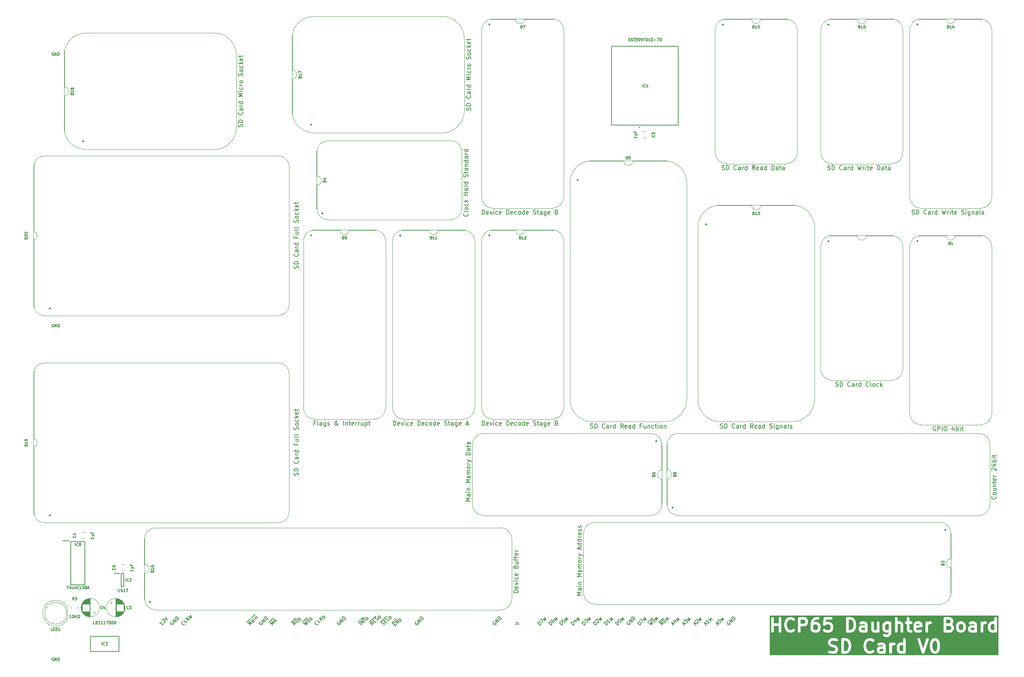
<source format=gto>
%TF.GenerationSoftware,KiCad,Pcbnew,8.0.4*%
%TF.CreationDate,2024-08-13T10:03:18+02:00*%
%TF.ProjectId,SD Card Board,53442043-6172-4642-9042-6f6172642e6b,rev?*%
%TF.SameCoordinates,PX26c1e00PY962f440*%
%TF.FileFunction,Legend,Top*%
%TF.FilePolarity,Positive*%
%FSLAX46Y46*%
G04 Gerber Fmt 4.6, Leading zero omitted, Abs format (unit mm)*
G04 Created by KiCad (PCBNEW 8.0.4) date 2024-08-13 10:03:18*
%MOMM*%
%LPD*%
G01*
G04 APERTURE LIST*
%ADD10C,0.200000*%
%ADD11C,0.600000*%
%ADD12C,0.150000*%
%ADD13C,0.239605*%
%ADD14C,0.100000*%
%ADD15C,0.120000*%
%ADD16C,0.187000*%
G04 APERTURE END LIST*
D10*
X151092581Y4375997D02*
X151361955Y4645371D01*
X151200331Y4160498D02*
X150823207Y4914745D01*
X150823207Y4914745D02*
X151577455Y4537622D01*
X151308080Y5399618D02*
X151361955Y5453493D01*
X151361955Y5453493D02*
X151442767Y5480430D01*
X151442767Y5480430D02*
X151496642Y5480430D01*
X151496642Y5480430D02*
X151577454Y5453493D01*
X151577454Y5453493D02*
X151712141Y5372681D01*
X151712141Y5372681D02*
X151846828Y5237994D01*
X151846828Y5237994D02*
X151927641Y5103307D01*
X151927641Y5103307D02*
X151954578Y5022495D01*
X151954578Y5022495D02*
X151954578Y4968620D01*
X151954578Y4968620D02*
X151927641Y4887808D01*
X151927641Y4887808D02*
X151873766Y4833933D01*
X151873766Y4833933D02*
X151792954Y4806995D01*
X151792954Y4806995D02*
X151739079Y4806995D01*
X151739079Y4806995D02*
X151658267Y4833933D01*
X151658267Y4833933D02*
X151523580Y4914745D01*
X151523580Y4914745D02*
X151388893Y5049432D01*
X151388893Y5049432D02*
X151308080Y5184119D01*
X151308080Y5184119D02*
X151281143Y5264931D01*
X151281143Y5264931D02*
X151281143Y5318806D01*
X151281143Y5318806D02*
X151308080Y5399618D01*
X152340322Y5175499D02*
X151887773Y5628048D01*
X151887773Y5628048D02*
X152361872Y5455648D01*
X152361872Y5455648D02*
X152189472Y5929747D01*
X152189472Y5929747D02*
X152642021Y5477198D01*
X64551707Y5076370D02*
X64470894Y5049432D01*
X64470894Y5049432D02*
X64390082Y4968620D01*
X64390082Y4968620D02*
X64336207Y4860870D01*
X64336207Y4860870D02*
X64336207Y4753121D01*
X64336207Y4753121D02*
X64363145Y4672309D01*
X64363145Y4672309D02*
X64443957Y4537622D01*
X64443957Y4537622D02*
X64524769Y4456809D01*
X64524769Y4456809D02*
X64659456Y4375997D01*
X64659456Y4375997D02*
X64740268Y4349060D01*
X64740268Y4349060D02*
X64848018Y4349060D01*
X64848018Y4349060D02*
X64955768Y4402935D01*
X64955768Y4402935D02*
X65009642Y4456809D01*
X65009642Y4456809D02*
X65063517Y4564559D01*
X65063517Y4564559D02*
X65063517Y4618434D01*
X65063517Y4618434D02*
X64874955Y4806996D01*
X64874955Y4806996D02*
X64767206Y4699246D01*
X65359829Y4806996D02*
X64794143Y5372681D01*
X64794143Y5372681D02*
X65683077Y5130244D01*
X65683077Y5130244D02*
X65117392Y5695930D01*
X65952451Y5399618D02*
X65386766Y5965304D01*
X65386766Y5965304D02*
X65521453Y6099991D01*
X65521453Y6099991D02*
X65629202Y6153866D01*
X65629202Y6153866D02*
X65736952Y6153866D01*
X65736952Y6153866D02*
X65817764Y6126928D01*
X65817764Y6126928D02*
X65952451Y6046116D01*
X65952451Y6046116D02*
X66033263Y5965304D01*
X66033263Y5965304D02*
X66114076Y5830617D01*
X66114076Y5830617D02*
X66141013Y5749805D01*
X66141013Y5749805D02*
X66141013Y5642055D01*
X66141013Y5642055D02*
X66087138Y5534305D01*
X66087138Y5534305D02*
X65952451Y5399618D01*
X46771707Y5076370D02*
X46690894Y5049432D01*
X46690894Y5049432D02*
X46610082Y4968620D01*
X46610082Y4968620D02*
X46556207Y4860870D01*
X46556207Y4860870D02*
X46556207Y4753121D01*
X46556207Y4753121D02*
X46583145Y4672309D01*
X46583145Y4672309D02*
X46663957Y4537622D01*
X46663957Y4537622D02*
X46744769Y4456809D01*
X46744769Y4456809D02*
X46879456Y4375997D01*
X46879456Y4375997D02*
X46960268Y4349060D01*
X46960268Y4349060D02*
X47068018Y4349060D01*
X47068018Y4349060D02*
X47175768Y4402935D01*
X47175768Y4402935D02*
X47229642Y4456809D01*
X47229642Y4456809D02*
X47283517Y4564559D01*
X47283517Y4564559D02*
X47283517Y4618434D01*
X47283517Y4618434D02*
X47094955Y4806996D01*
X47094955Y4806996D02*
X46987206Y4699246D01*
X47579829Y4806996D02*
X47014143Y5372681D01*
X47014143Y5372681D02*
X47903077Y5130244D01*
X47903077Y5130244D02*
X47337392Y5695930D01*
X48172451Y5399618D02*
X47606766Y5965304D01*
X47606766Y5965304D02*
X47741453Y6099991D01*
X47741453Y6099991D02*
X47849202Y6153866D01*
X47849202Y6153866D02*
X47956952Y6153866D01*
X47956952Y6153866D02*
X48037764Y6126928D01*
X48037764Y6126928D02*
X48172451Y6046116D01*
X48172451Y6046116D02*
X48253263Y5965304D01*
X48253263Y5965304D02*
X48334076Y5830617D01*
X48334076Y5830617D02*
X48361013Y5749805D01*
X48361013Y5749805D02*
X48361013Y5642055D01*
X48361013Y5642055D02*
X48307138Y5534305D01*
X48307138Y5534305D02*
X48172451Y5399618D01*
X29503517Y4618434D02*
X29503517Y4564559D01*
X29503517Y4564559D02*
X29449642Y4456809D01*
X29449642Y4456809D02*
X29395768Y4402935D01*
X29395768Y4402935D02*
X29288018Y4349060D01*
X29288018Y4349060D02*
X29180268Y4349060D01*
X29180268Y4349060D02*
X29099456Y4375997D01*
X29099456Y4375997D02*
X28964769Y4456809D01*
X28964769Y4456809D02*
X28883957Y4537622D01*
X28883957Y4537622D02*
X28803145Y4672309D01*
X28803145Y4672309D02*
X28776207Y4753121D01*
X28776207Y4753121D02*
X28776207Y4860870D01*
X28776207Y4860870D02*
X28830082Y4968620D01*
X28830082Y4968620D02*
X28883957Y5022495D01*
X28883957Y5022495D02*
X28991707Y5076370D01*
X28991707Y5076370D02*
X29045581Y5076370D01*
X30069203Y5076370D02*
X29799829Y4806996D01*
X29799829Y4806996D02*
X29234143Y5372681D01*
X30257764Y5264931D02*
X29692079Y5830617D01*
X30581013Y5588180D02*
X30015328Y5668992D01*
X30015328Y6153866D02*
X30015328Y5507368D01*
X30859007Y5741185D02*
X30406459Y6193733D01*
X30406459Y6193733D02*
X30880557Y6021334D01*
X30880557Y6021334D02*
X30708158Y6495432D01*
X30708158Y6495432D02*
X31160706Y6042884D01*
X148425581Y4375997D02*
X148694955Y4645371D01*
X148533331Y4160498D02*
X148156207Y4914745D01*
X148156207Y4914745D02*
X148910455Y4537622D01*
X149395328Y5022495D02*
X149072079Y4699246D01*
X149233703Y4860870D02*
X148668018Y5426556D01*
X148668018Y5426556D02*
X148694955Y5291869D01*
X148694955Y5291869D02*
X148694955Y5184119D01*
X148694955Y5184119D02*
X148668018Y5103307D01*
X149673322Y5175499D02*
X149220773Y5628048D01*
X149220773Y5628048D02*
X149694872Y5455648D01*
X149694872Y5455648D02*
X149522472Y5929747D01*
X149522472Y5929747D02*
X149975021Y5477198D01*
X123341143Y4241310D02*
X122775458Y4806996D01*
X122775458Y4806996D02*
X122910145Y4941683D01*
X122910145Y4941683D02*
X123017894Y4995557D01*
X123017894Y4995557D02*
X123125644Y4995557D01*
X123125644Y4995557D02*
X123206456Y4968620D01*
X123206456Y4968620D02*
X123341143Y4887808D01*
X123341143Y4887808D02*
X123421955Y4806996D01*
X123421955Y4806996D02*
X123502768Y4672309D01*
X123502768Y4672309D02*
X123529705Y4591496D01*
X123529705Y4591496D02*
X123529705Y4483747D01*
X123529705Y4483747D02*
X123475830Y4375997D01*
X123475830Y4375997D02*
X123341143Y4241310D01*
X123368081Y5291869D02*
X123368081Y5345744D01*
X123368081Y5345744D02*
X123395018Y5426556D01*
X123395018Y5426556D02*
X123529705Y5561243D01*
X123529705Y5561243D02*
X123610517Y5588180D01*
X123610517Y5588180D02*
X123664392Y5588180D01*
X123664392Y5588180D02*
X123745204Y5561243D01*
X123745204Y5561243D02*
X123799079Y5507368D01*
X123799079Y5507368D02*
X123852954Y5399618D01*
X123852954Y5399618D02*
X123852954Y4753121D01*
X123852954Y4753121D02*
X124203140Y5103307D01*
X124481134Y5256312D02*
X124028586Y5708860D01*
X124028586Y5708860D02*
X124502684Y5536461D01*
X124502684Y5536461D02*
X124330285Y6010559D01*
X124330285Y6010559D02*
X124782833Y5558011D01*
X24577455Y4537622D02*
X24254206Y4214373D01*
X24415830Y4375997D02*
X23850145Y4941683D01*
X23850145Y4941683D02*
X23877082Y4806996D01*
X23877082Y4806996D02*
X23877082Y4699246D01*
X23877082Y4699246D02*
X23850145Y4618434D01*
X24281143Y5264932D02*
X24281143Y5318806D01*
X24281143Y5318806D02*
X24308081Y5399619D01*
X24308081Y5399619D02*
X24442768Y5534306D01*
X24442768Y5534306D02*
X24523580Y5561243D01*
X24523580Y5561243D02*
X24577455Y5561243D01*
X24577455Y5561243D02*
X24658267Y5534306D01*
X24658267Y5534306D02*
X24712142Y5480431D01*
X24712142Y5480431D02*
X24766017Y5372681D01*
X24766017Y5372681D02*
X24766017Y4726184D01*
X24766017Y4726184D02*
X25116203Y5076370D01*
X24712142Y5803680D02*
X25466389Y5426556D01*
X25466389Y5426556D02*
X25089266Y6180803D01*
X138904392Y4564559D02*
X138446456Y4645371D01*
X138581143Y4241310D02*
X138015458Y4806996D01*
X138015458Y4806996D02*
X138230957Y5022495D01*
X138230957Y5022495D02*
X138311769Y5049432D01*
X138311769Y5049432D02*
X138365644Y5049432D01*
X138365644Y5049432D02*
X138446456Y5022495D01*
X138446456Y5022495D02*
X138527268Y4941683D01*
X138527268Y4941683D02*
X138554206Y4860870D01*
X138554206Y4860870D02*
X138554206Y4806996D01*
X138554206Y4806996D02*
X138527268Y4726183D01*
X138527268Y4726183D02*
X138311769Y4510684D01*
X139146829Y4806996D02*
X138581143Y5372681D01*
X138581143Y5372681D02*
X138715830Y5507368D01*
X138715830Y5507368D02*
X138823580Y5561243D01*
X138823580Y5561243D02*
X138931329Y5561243D01*
X138931329Y5561243D02*
X139012142Y5534305D01*
X139012142Y5534305D02*
X139146829Y5453493D01*
X139146829Y5453493D02*
X139227641Y5372681D01*
X139227641Y5372681D02*
X139308453Y5237994D01*
X139308453Y5237994D02*
X139335390Y5157182D01*
X139335390Y5157182D02*
X139335390Y5049432D01*
X139335390Y5049432D02*
X139281516Y4941683D01*
X139281516Y4941683D02*
X139146829Y4806996D01*
X137780294Y4885922D02*
X138798528Y5904156D01*
X139748071Y5283249D02*
X139295523Y5735797D01*
X139295523Y5735797D02*
X139769621Y5563398D01*
X139769621Y5563398D02*
X139597222Y6037496D01*
X139597222Y6037496D02*
X140049770Y5584948D01*
X135421583Y4753121D02*
X136121955Y4322122D01*
X136121955Y4322122D02*
X135825644Y4833933D01*
X135825644Y4833933D02*
X136337455Y4537622D01*
X136337455Y4537622D02*
X135906456Y5237994D01*
X136687641Y4887808D02*
X136121956Y5453493D01*
X136121956Y5453493D02*
X136256643Y5588180D01*
X136256643Y5588180D02*
X136364392Y5642055D01*
X136364392Y5642055D02*
X136472142Y5642055D01*
X136472142Y5642055D02*
X136552954Y5615118D01*
X136552954Y5615118D02*
X136687641Y5534306D01*
X136687641Y5534306D02*
X136768453Y5453493D01*
X136768453Y5453493D02*
X136849265Y5318806D01*
X136849265Y5318806D02*
X136876203Y5237994D01*
X136876203Y5237994D02*
X136876203Y5130245D01*
X136876203Y5130245D02*
X136822328Y5022495D01*
X136822328Y5022495D02*
X136687641Y4887808D01*
X135240294Y4885922D02*
X136339340Y5984968D01*
X137288884Y5364061D02*
X136836335Y5816610D01*
X136836335Y5816610D02*
X137310434Y5644210D01*
X137310434Y5644210D02*
X137138034Y6118309D01*
X137138034Y6118309D02*
X137590583Y5665760D01*
X125881143Y4241310D02*
X125315458Y4806996D01*
X125315458Y4806996D02*
X125450145Y4941683D01*
X125450145Y4941683D02*
X125557894Y4995557D01*
X125557894Y4995557D02*
X125665644Y4995557D01*
X125665644Y4995557D02*
X125746456Y4968620D01*
X125746456Y4968620D02*
X125881143Y4887808D01*
X125881143Y4887808D02*
X125961955Y4806996D01*
X125961955Y4806996D02*
X126042768Y4672309D01*
X126042768Y4672309D02*
X126069705Y4591496D01*
X126069705Y4591496D02*
X126069705Y4483747D01*
X126069705Y4483747D02*
X126015830Y4375997D01*
X126015830Y4375997D02*
X125881143Y4241310D01*
X126743140Y5103307D02*
X126419891Y4780058D01*
X126581516Y4941683D02*
X126015830Y5507368D01*
X126015830Y5507368D02*
X126042768Y5372681D01*
X126042768Y5372681D02*
X126042768Y5264931D01*
X126042768Y5264931D02*
X126015830Y5184119D01*
X127021134Y5256312D02*
X126568586Y5708860D01*
X126568586Y5708860D02*
X127042684Y5536461D01*
X127042684Y5536461D02*
X126870285Y6010559D01*
X126870285Y6010559D02*
X127322833Y5558011D01*
X110641143Y4241310D02*
X110075458Y4806996D01*
X110075458Y4806996D02*
X110210145Y4941683D01*
X110210145Y4941683D02*
X110317894Y4995557D01*
X110317894Y4995557D02*
X110425644Y4995557D01*
X110425644Y4995557D02*
X110506456Y4968620D01*
X110506456Y4968620D02*
X110641143Y4887808D01*
X110641143Y4887808D02*
X110721955Y4806996D01*
X110721955Y4806996D02*
X110802768Y4672309D01*
X110802768Y4672309D02*
X110829705Y4591496D01*
X110829705Y4591496D02*
X110829705Y4483747D01*
X110829705Y4483747D02*
X110775830Y4375997D01*
X110775830Y4375997D02*
X110641143Y4241310D01*
X110587268Y5318806D02*
X110964392Y5695930D01*
X110964392Y5695930D02*
X111287641Y4887808D01*
X111781134Y5256312D02*
X111328586Y5708860D01*
X111328586Y5708860D02*
X111802684Y5536461D01*
X111802684Y5536461D02*
X111630285Y6010559D01*
X111630285Y6010559D02*
X112082833Y5558011D01*
X56554583Y4753121D02*
X57254955Y4322122D01*
X57254955Y4322122D02*
X56958644Y4833933D01*
X56958644Y4833933D02*
X57470455Y4537622D01*
X57470455Y4537622D02*
X57039456Y5237994D01*
X57820641Y4887808D02*
X57254956Y5453493D01*
X57254956Y5453493D02*
X57389643Y5588180D01*
X57389643Y5588180D02*
X57497392Y5642055D01*
X57497392Y5642055D02*
X57605142Y5642055D01*
X57605142Y5642055D02*
X57685954Y5615118D01*
X57685954Y5615118D02*
X57820641Y5534306D01*
X57820641Y5534306D02*
X57901453Y5453493D01*
X57901453Y5453493D02*
X57982265Y5318806D01*
X57982265Y5318806D02*
X58009203Y5237994D01*
X58009203Y5237994D02*
X58009203Y5130245D01*
X58009203Y5130245D02*
X57955328Y5022495D01*
X57955328Y5022495D02*
X57820641Y4887808D01*
X56373294Y4885922D02*
X57472340Y5984968D01*
X58421884Y5364061D02*
X57969335Y5816610D01*
X57969335Y5816610D02*
X58077085Y5924359D01*
X58077085Y5924359D02*
X58163285Y5967459D01*
X58163285Y5967459D02*
X58249484Y5967459D01*
X58249484Y5967459D02*
X58314134Y5945909D01*
X58314134Y5945909D02*
X58421884Y5881259D01*
X58421884Y5881259D02*
X58486534Y5816610D01*
X58486534Y5816610D02*
X58551183Y5708860D01*
X58551183Y5708860D02*
X58572733Y5644210D01*
X58572733Y5644210D02*
X58572733Y5558011D01*
X58572733Y5558011D02*
X58529633Y5471811D01*
X58529633Y5471811D02*
X58421884Y5364061D01*
X120801143Y4241310D02*
X120235458Y4806996D01*
X120235458Y4806996D02*
X120370145Y4941683D01*
X120370145Y4941683D02*
X120477894Y4995557D01*
X120477894Y4995557D02*
X120585644Y4995557D01*
X120585644Y4995557D02*
X120666456Y4968620D01*
X120666456Y4968620D02*
X120801143Y4887808D01*
X120801143Y4887808D02*
X120881955Y4806996D01*
X120881955Y4806996D02*
X120962768Y4672309D01*
X120962768Y4672309D02*
X120989705Y4591496D01*
X120989705Y4591496D02*
X120989705Y4483747D01*
X120989705Y4483747D02*
X120935830Y4375997D01*
X120935830Y4375997D02*
X120801143Y4241310D01*
X120747268Y5318806D02*
X121097455Y5668992D01*
X121097455Y5668992D02*
X121124392Y5264931D01*
X121124392Y5264931D02*
X121205204Y5345744D01*
X121205204Y5345744D02*
X121286016Y5372681D01*
X121286016Y5372681D02*
X121339891Y5372681D01*
X121339891Y5372681D02*
X121420703Y5345744D01*
X121420703Y5345744D02*
X121555390Y5211057D01*
X121555390Y5211057D02*
X121582328Y5130244D01*
X121582328Y5130244D02*
X121582328Y5076370D01*
X121582328Y5076370D02*
X121555390Y4995557D01*
X121555390Y4995557D02*
X121393766Y4833933D01*
X121393766Y4833933D02*
X121312954Y4806996D01*
X121312954Y4806996D02*
X121259079Y4806996D01*
X121941134Y5256312D02*
X121488586Y5708860D01*
X121488586Y5708860D02*
X121962684Y5536461D01*
X121962684Y5536461D02*
X121790285Y6010559D01*
X121790285Y6010559D02*
X122242833Y5558011D01*
X59983517Y4618434D02*
X59983517Y4564559D01*
X59983517Y4564559D02*
X59929642Y4456809D01*
X59929642Y4456809D02*
X59875768Y4402935D01*
X59875768Y4402935D02*
X59768018Y4349060D01*
X59768018Y4349060D02*
X59660268Y4349060D01*
X59660268Y4349060D02*
X59579456Y4375997D01*
X59579456Y4375997D02*
X59444769Y4456809D01*
X59444769Y4456809D02*
X59363957Y4537622D01*
X59363957Y4537622D02*
X59283145Y4672309D01*
X59283145Y4672309D02*
X59256207Y4753121D01*
X59256207Y4753121D02*
X59256207Y4860870D01*
X59256207Y4860870D02*
X59310082Y4968620D01*
X59310082Y4968620D02*
X59363957Y5022495D01*
X59363957Y5022495D02*
X59471707Y5076370D01*
X59471707Y5076370D02*
X59525581Y5076370D01*
X60549203Y5076370D02*
X60279829Y4806996D01*
X60279829Y4806996D02*
X59714143Y5372681D01*
X60737764Y5264931D02*
X60172079Y5830617D01*
X61061013Y5588180D02*
X60495328Y5668992D01*
X60495328Y6153866D02*
X60495328Y5507368D01*
X61339007Y5741185D02*
X60886459Y6193733D01*
X60886459Y6193733D02*
X60994208Y6301483D01*
X60994208Y6301483D02*
X61080408Y6344582D01*
X61080408Y6344582D02*
X61166608Y6344582D01*
X61166608Y6344582D02*
X61231258Y6323033D01*
X61231258Y6323033D02*
X61339007Y6258383D01*
X61339007Y6258383D02*
X61403657Y6193733D01*
X61403657Y6193733D02*
X61468307Y6085983D01*
X61468307Y6085983D02*
X61489857Y6021334D01*
X61489857Y6021334D02*
X61489857Y5935134D01*
X61489857Y5935134D02*
X61446757Y5848934D01*
X61446757Y5848934D02*
X61339007Y5741185D01*
X128421143Y4241310D02*
X127855458Y4806996D01*
X127855458Y4806996D02*
X127990145Y4941683D01*
X127990145Y4941683D02*
X128097894Y4995557D01*
X128097894Y4995557D02*
X128205644Y4995557D01*
X128205644Y4995557D02*
X128286456Y4968620D01*
X128286456Y4968620D02*
X128421143Y4887808D01*
X128421143Y4887808D02*
X128501955Y4806996D01*
X128501955Y4806996D02*
X128582768Y4672309D01*
X128582768Y4672309D02*
X128609705Y4591496D01*
X128609705Y4591496D02*
X128609705Y4483747D01*
X128609705Y4483747D02*
X128555830Y4375997D01*
X128555830Y4375997D02*
X128421143Y4241310D01*
X128528893Y5480431D02*
X128582768Y5534305D01*
X128582768Y5534305D02*
X128663580Y5561243D01*
X128663580Y5561243D02*
X128717455Y5561243D01*
X128717455Y5561243D02*
X128798267Y5534305D01*
X128798267Y5534305D02*
X128932954Y5453493D01*
X128932954Y5453493D02*
X129067641Y5318806D01*
X129067641Y5318806D02*
X129148453Y5184119D01*
X129148453Y5184119D02*
X129175390Y5103307D01*
X129175390Y5103307D02*
X129175390Y5049432D01*
X129175390Y5049432D02*
X129148453Y4968620D01*
X129148453Y4968620D02*
X129094578Y4914745D01*
X129094578Y4914745D02*
X129013766Y4887808D01*
X129013766Y4887808D02*
X128959891Y4887808D01*
X128959891Y4887808D02*
X128879079Y4914745D01*
X128879079Y4914745D02*
X128744392Y4995557D01*
X128744392Y4995557D02*
X128609705Y5130244D01*
X128609705Y5130244D02*
X128528893Y5264931D01*
X128528893Y5264931D02*
X128501955Y5345744D01*
X128501955Y5345744D02*
X128501955Y5399618D01*
X128501955Y5399618D02*
X128528893Y5480431D01*
X129561134Y5256312D02*
X129108586Y5708860D01*
X129108586Y5708860D02*
X129582684Y5536461D01*
X129582684Y5536461D02*
X129410285Y6010559D01*
X129410285Y6010559D02*
X129862833Y5558011D01*
X74900268Y4241310D02*
X75008018Y4295185D01*
X75008018Y4295185D02*
X75142705Y4429872D01*
X75142705Y4429872D02*
X75169642Y4510684D01*
X75169642Y4510684D02*
X75169642Y4564559D01*
X75169642Y4564559D02*
X75142705Y4645371D01*
X75142705Y4645371D02*
X75088830Y4699246D01*
X75088830Y4699246D02*
X75008018Y4726183D01*
X75008018Y4726183D02*
X74954143Y4726183D01*
X74954143Y4726183D02*
X74873331Y4699246D01*
X74873331Y4699246D02*
X74738644Y4618434D01*
X74738644Y4618434D02*
X74657832Y4591496D01*
X74657832Y4591496D02*
X74603957Y4591496D01*
X74603957Y4591496D02*
X74523145Y4618434D01*
X74523145Y4618434D02*
X74469270Y4672309D01*
X74469270Y4672309D02*
X74442333Y4753121D01*
X74442333Y4753121D02*
X74442333Y4806996D01*
X74442333Y4806996D02*
X74469270Y4887808D01*
X74469270Y4887808D02*
X74603957Y5022495D01*
X74603957Y5022495D02*
X74711707Y5076370D01*
X75196580Y5076370D02*
X75385142Y5264932D01*
X75762265Y5049432D02*
X75492891Y4780058D01*
X75492891Y4780058D02*
X74927206Y5345744D01*
X74927206Y5345744D02*
X75196580Y5615118D01*
X76274076Y5561243D02*
X76004702Y5291869D01*
X76004702Y5291869D02*
X75439017Y5857555D01*
X74153294Y4885922D02*
X75548652Y6281280D01*
X76498195Y5660373D02*
X76045647Y6112921D01*
X76045647Y6112921D02*
X76153397Y6220671D01*
X76153397Y6220671D02*
X76239596Y6263771D01*
X76239596Y6263771D02*
X76325796Y6263771D01*
X76325796Y6263771D02*
X76390446Y6242221D01*
X76390446Y6242221D02*
X76498195Y6177571D01*
X76498195Y6177571D02*
X76562845Y6112921D01*
X76562845Y6112921D02*
X76627495Y6005172D01*
X76627495Y6005172D02*
X76649045Y5940522D01*
X76649045Y5940522D02*
X76649045Y5854322D01*
X76649045Y5854322D02*
X76605945Y5768123D01*
X76605945Y5768123D02*
X76498195Y5660373D01*
X26451707Y5076370D02*
X26370894Y5049432D01*
X26370894Y5049432D02*
X26290082Y4968620D01*
X26290082Y4968620D02*
X26236207Y4860870D01*
X26236207Y4860870D02*
X26236207Y4753121D01*
X26236207Y4753121D02*
X26263145Y4672309D01*
X26263145Y4672309D02*
X26343957Y4537622D01*
X26343957Y4537622D02*
X26424769Y4456809D01*
X26424769Y4456809D02*
X26559456Y4375997D01*
X26559456Y4375997D02*
X26640268Y4349060D01*
X26640268Y4349060D02*
X26748018Y4349060D01*
X26748018Y4349060D02*
X26855768Y4402935D01*
X26855768Y4402935D02*
X26909642Y4456809D01*
X26909642Y4456809D02*
X26963517Y4564559D01*
X26963517Y4564559D02*
X26963517Y4618434D01*
X26963517Y4618434D02*
X26774955Y4806996D01*
X26774955Y4806996D02*
X26667206Y4699246D01*
X27259829Y4806996D02*
X26694143Y5372681D01*
X26694143Y5372681D02*
X27583077Y5130244D01*
X27583077Y5130244D02*
X27017392Y5695930D01*
X27852451Y5399618D02*
X27286766Y5965304D01*
X27286766Y5965304D02*
X27421453Y6099991D01*
X27421453Y6099991D02*
X27529202Y6153866D01*
X27529202Y6153866D02*
X27636952Y6153866D01*
X27636952Y6153866D02*
X27717764Y6126928D01*
X27717764Y6126928D02*
X27852451Y6046116D01*
X27852451Y6046116D02*
X27933263Y5965304D01*
X27933263Y5965304D02*
X28014076Y5830617D01*
X28014076Y5830617D02*
X28041013Y5749805D01*
X28041013Y5749805D02*
X28041013Y5642055D01*
X28041013Y5642055D02*
X27987138Y5534305D01*
X27987138Y5534305D02*
X27852451Y5399618D01*
X113181143Y4241310D02*
X112615458Y4806996D01*
X112615458Y4806996D02*
X112750145Y4941683D01*
X112750145Y4941683D02*
X112857894Y4995557D01*
X112857894Y4995557D02*
X112965644Y4995557D01*
X112965644Y4995557D02*
X113046456Y4968620D01*
X113046456Y4968620D02*
X113181143Y4887808D01*
X113181143Y4887808D02*
X113261955Y4806996D01*
X113261955Y4806996D02*
X113342768Y4672309D01*
X113342768Y4672309D02*
X113369705Y4591496D01*
X113369705Y4591496D02*
X113369705Y4483747D01*
X113369705Y4483747D02*
X113315830Y4375997D01*
X113315830Y4375997D02*
X113181143Y4241310D01*
X113423580Y5615118D02*
X113315830Y5507368D01*
X113315830Y5507368D02*
X113288893Y5426556D01*
X113288893Y5426556D02*
X113288893Y5372681D01*
X113288893Y5372681D02*
X113315830Y5237994D01*
X113315830Y5237994D02*
X113396642Y5103307D01*
X113396642Y5103307D02*
X113612142Y4887808D01*
X113612142Y4887808D02*
X113692954Y4860870D01*
X113692954Y4860870D02*
X113746829Y4860870D01*
X113746829Y4860870D02*
X113827641Y4887808D01*
X113827641Y4887808D02*
X113935390Y4995557D01*
X113935390Y4995557D02*
X113962328Y5076370D01*
X113962328Y5076370D02*
X113962328Y5130244D01*
X113962328Y5130244D02*
X113935390Y5211057D01*
X113935390Y5211057D02*
X113800703Y5345744D01*
X113800703Y5345744D02*
X113719891Y5372681D01*
X113719891Y5372681D02*
X113666016Y5372681D01*
X113666016Y5372681D02*
X113585204Y5345744D01*
X113585204Y5345744D02*
X113477455Y5237994D01*
X113477455Y5237994D02*
X113450517Y5157182D01*
X113450517Y5157182D02*
X113450517Y5103307D01*
X113450517Y5103307D02*
X113477455Y5022495D01*
X114321134Y5256312D02*
X113868586Y5708860D01*
X113868586Y5708860D02*
X114342684Y5536461D01*
X114342684Y5536461D02*
X114170285Y6010559D01*
X114170285Y6010559D02*
X114622833Y5558011D01*
X143472581Y4375997D02*
X143741955Y4645371D01*
X143580331Y4160498D02*
X143203207Y4914745D01*
X143203207Y4914745D02*
X143957455Y4537622D01*
X143526456Y5237994D02*
X143876642Y5588180D01*
X143876642Y5588180D02*
X143903580Y5184119D01*
X143903580Y5184119D02*
X143984392Y5264931D01*
X143984392Y5264931D02*
X144065204Y5291869D01*
X144065204Y5291869D02*
X144119079Y5291869D01*
X144119079Y5291869D02*
X144199891Y5264931D01*
X144199891Y5264931D02*
X144334578Y5130244D01*
X144334578Y5130244D02*
X144361515Y5049432D01*
X144361515Y5049432D02*
X144361515Y4995557D01*
X144361515Y4995557D02*
X144334578Y4914745D01*
X144334578Y4914745D02*
X144172954Y4753121D01*
X144172954Y4753121D02*
X144092141Y4726183D01*
X144092141Y4726183D02*
X144038267Y4726183D01*
X144720322Y5175499D02*
X144267773Y5628048D01*
X144267773Y5628048D02*
X144741872Y5455648D01*
X144741872Y5455648D02*
X144569472Y5929747D01*
X144569472Y5929747D02*
X145022021Y5477198D01*
X153578707Y5076370D02*
X153497894Y5049432D01*
X153497894Y5049432D02*
X153417082Y4968620D01*
X153417082Y4968620D02*
X153363207Y4860870D01*
X153363207Y4860870D02*
X153363207Y4753121D01*
X153363207Y4753121D02*
X153390145Y4672309D01*
X153390145Y4672309D02*
X153470957Y4537622D01*
X153470957Y4537622D02*
X153551769Y4456809D01*
X153551769Y4456809D02*
X153686456Y4375997D01*
X153686456Y4375997D02*
X153767268Y4349060D01*
X153767268Y4349060D02*
X153875018Y4349060D01*
X153875018Y4349060D02*
X153982768Y4402935D01*
X153982768Y4402935D02*
X154036642Y4456809D01*
X154036642Y4456809D02*
X154090517Y4564559D01*
X154090517Y4564559D02*
X154090517Y4618434D01*
X154090517Y4618434D02*
X153901955Y4806996D01*
X153901955Y4806996D02*
X153794206Y4699246D01*
X154386829Y4806996D02*
X153821143Y5372681D01*
X153821143Y5372681D02*
X154710077Y5130244D01*
X154710077Y5130244D02*
X154144392Y5695930D01*
X154979451Y5399618D02*
X154413766Y5965304D01*
X154413766Y5965304D02*
X154548453Y6099991D01*
X154548453Y6099991D02*
X154656202Y6153866D01*
X154656202Y6153866D02*
X154763952Y6153866D01*
X154763952Y6153866D02*
X154844764Y6126928D01*
X154844764Y6126928D02*
X154979451Y6046116D01*
X154979451Y6046116D02*
X155060263Y5965304D01*
X155060263Y5965304D02*
X155141076Y5830617D01*
X155141076Y5830617D02*
X155168013Y5749805D01*
X155168013Y5749805D02*
X155168013Y5642055D01*
X155168013Y5642055D02*
X155114138Y5534305D01*
X155114138Y5534305D02*
X154979451Y5399618D01*
X69874143Y4241310D02*
X69308458Y4806996D01*
X70143517Y4510684D02*
X69577831Y5076369D01*
X69577831Y5076369D02*
X70466766Y4833933D01*
X70466766Y4833933D02*
X69901080Y5399618D01*
X70089642Y5588180D02*
X70412891Y5911429D01*
X70816952Y5184119D02*
X70251266Y5749804D01*
X69073294Y4885922D02*
X70253152Y6065780D01*
X71202695Y5444873D02*
X70750147Y5897421D01*
X70750147Y5897421D02*
X70857897Y6005171D01*
X70857897Y6005171D02*
X70944096Y6048271D01*
X70944096Y6048271D02*
X71030296Y6048271D01*
X71030296Y6048271D02*
X71094946Y6026721D01*
X71094946Y6026721D02*
X71202695Y5962071D01*
X71202695Y5962071D02*
X71267345Y5897421D01*
X71267345Y5897421D02*
X71331995Y5789672D01*
X71331995Y5789672D02*
X71353545Y5725022D01*
X71353545Y5725022D02*
X71353545Y5638822D01*
X71353545Y5638822D02*
X71310445Y5552623D01*
X71310445Y5552623D02*
X71202695Y5444873D01*
D11*
G36*
X180710802Y603276D02*
G01*
X180912015Y402064D01*
X181018371Y189351D01*
X181144285Y-314303D01*
X181144285Y-669010D01*
X181018371Y-1172664D01*
X180912015Y-1385377D01*
X180710801Y-1586590D01*
X180395602Y-1691657D01*
X180029999Y-1691657D01*
X180029999Y708343D01*
X180395602Y708343D01*
X180710802Y603276D01*
G37*
G36*
X189001428Y-1663389D02*
G01*
X188944893Y-1691657D01*
X188372248Y-1691657D01*
X188239319Y-1625193D01*
X188172856Y-1492265D01*
X188172856Y-1348191D01*
X188239319Y-1215263D01*
X188372248Y-1148800D01*
X189001428Y-1148800D01*
X189001428Y-1663389D01*
G37*
G36*
X193572857Y-319924D02*
G01*
X193572857Y-1663389D01*
X193516322Y-1691657D01*
X193086534Y-1691657D01*
X192907707Y-1602244D01*
X192833698Y-1528234D01*
X192744285Y-1349408D01*
X192744285Y-633905D01*
X192833698Y-455079D01*
X192907706Y-381070D01*
X193086534Y-291657D01*
X193516322Y-291657D01*
X193572857Y-319924D01*
G37*
G36*
X201123720Y618930D02*
G01*
X201197730Y544921D01*
X201304086Y332208D01*
X201430000Y-171446D01*
X201430000Y-811867D01*
X201304086Y-1315521D01*
X201197730Y-1528234D01*
X201123720Y-1602244D01*
X200944894Y-1691657D01*
X200800820Y-1691657D01*
X200621994Y-1602244D01*
X200547984Y-1528234D01*
X200441627Y-1315520D01*
X200315714Y-811867D01*
X200315714Y-171446D01*
X200441627Y332209D01*
X200547983Y544921D01*
X200621993Y618930D01*
X200800820Y708343D01*
X200944894Y708343D01*
X201123720Y618930D01*
G37*
G36*
X190287142Y4509908D02*
G01*
X190287142Y3166443D01*
X190230607Y3138175D01*
X189800819Y3138175D01*
X189621992Y3227588D01*
X189547983Y3301598D01*
X189458570Y3480424D01*
X189458570Y4195927D01*
X189547983Y4374753D01*
X189621991Y4448762D01*
X189800819Y4538175D01*
X190230607Y4538175D01*
X190287142Y4509908D01*
G37*
G36*
X173980862Y4305905D02*
G01*
X174054871Y4231896D01*
X174144284Y4053070D01*
X174144284Y3480424D01*
X174054870Y3301598D01*
X173980861Y3227588D01*
X173802035Y3138175D01*
X173372247Y3138175D01*
X173193420Y3227588D01*
X173119411Y3301598D01*
X173029998Y3480424D01*
X173029998Y4053070D01*
X173119411Y4231896D01*
X173193419Y4305905D01*
X173372247Y4395318D01*
X173802035Y4395318D01*
X173980862Y4305905D01*
G37*
G36*
X181853658Y5433108D02*
G01*
X182054871Y5231896D01*
X182161227Y5019183D01*
X182287141Y4515529D01*
X182287141Y4160822D01*
X182161227Y3657168D01*
X182054871Y3444455D01*
X181853657Y3243242D01*
X181538458Y3138175D01*
X181172855Y3138175D01*
X181172855Y5538175D01*
X181538458Y5538175D01*
X181853658Y5433108D01*
G37*
G36*
X184858570Y3166443D02*
G01*
X184802035Y3138175D01*
X184229390Y3138175D01*
X184096461Y3204639D01*
X184029998Y3337567D01*
X184029998Y3481641D01*
X184096461Y3614569D01*
X184229390Y3681032D01*
X184858570Y3681032D01*
X184858570Y3166443D01*
G37*
G36*
X197363535Y4471712D02*
G01*
X197415887Y4367009D01*
X196601428Y4204117D01*
X196601428Y4338784D01*
X196667891Y4471712D01*
X196800820Y4538175D01*
X197230608Y4538175D01*
X197363535Y4471712D01*
G37*
G36*
X204425089Y4004537D02*
G01*
X204483443Y3946183D01*
X204572857Y3767356D01*
X204572857Y3480424D01*
X204483443Y3301598D01*
X204409434Y3227588D01*
X204230608Y3138175D01*
X203458571Y3138175D01*
X203458571Y4109604D01*
X204109888Y4109604D01*
X204425089Y4004537D01*
G37*
G36*
X204266578Y5448762D02*
G01*
X204340587Y5374753D01*
X204430000Y5195927D01*
X204430000Y5051852D01*
X204340587Y4873026D01*
X204266578Y4799018D01*
X204087751Y4709604D01*
X203458571Y4709604D01*
X203458571Y5538175D01*
X204087751Y5538175D01*
X204266578Y5448762D01*
G37*
G36*
X207123720Y4448762D02*
G01*
X207197730Y4374753D01*
X207287143Y4195927D01*
X207287143Y3480424D01*
X207197730Y3301598D01*
X207123720Y3227588D01*
X206944894Y3138175D01*
X206657963Y3138175D01*
X206479136Y3227588D01*
X206405127Y3301598D01*
X206315714Y3480424D01*
X206315714Y4195927D01*
X206405127Y4374753D01*
X206479135Y4448762D01*
X206657963Y4538175D01*
X206944894Y4538175D01*
X207123720Y4448762D01*
G37*
G36*
X209858572Y3166443D02*
G01*
X209802037Y3138175D01*
X209229392Y3138175D01*
X209096463Y3204639D01*
X209030000Y3337567D01*
X209030000Y3481641D01*
X209096463Y3614569D01*
X209229392Y3681032D01*
X209858572Y3681032D01*
X209858572Y3166443D01*
G37*
G36*
X214430001Y4509908D02*
G01*
X214430001Y3166443D01*
X214373466Y3138175D01*
X213943678Y3138175D01*
X213764851Y3227588D01*
X213690842Y3301598D01*
X213601429Y3480424D01*
X213601429Y4195927D01*
X213690842Y4374753D01*
X213764850Y4448762D01*
X213943678Y4538175D01*
X214373466Y4538175D01*
X214430001Y4509908D01*
G37*
G36*
X171123719Y5448762D02*
G01*
X171197728Y5374753D01*
X171287141Y5195927D01*
X171287141Y4908995D01*
X171197728Y4730169D01*
X171123719Y4656161D01*
X170944892Y4566747D01*
X170172855Y4566747D01*
X170172855Y5538175D01*
X170944892Y5538175D01*
X171123719Y5448762D01*
G37*
G36*
X215363334Y-2624990D02*
G01*
X163096665Y-2624990D01*
X163096665Y436915D01*
X176429999Y436915D01*
X176429999Y151200D01*
X176431059Y135023D01*
X176430754Y129933D01*
X176431694Y125338D01*
X176432566Y112042D01*
X176440393Y82830D01*
X176446455Y53208D01*
X176451619Y40930D01*
X176452835Y36395D01*
X176455386Y31976D01*
X176461671Y17036D01*
X176604528Y-268678D01*
X176624336Y-302554D01*
X176630330Y-309314D01*
X176634850Y-317142D01*
X176660724Y-346646D01*
X176803581Y-489503D01*
X176833085Y-515377D01*
X176840912Y-519896D01*
X176847673Y-525891D01*
X176881549Y-545699D01*
X177167264Y-688556D01*
X177186722Y-696741D01*
X177191301Y-699283D01*
X177197468Y-701261D01*
X177203436Y-703772D01*
X177208563Y-704821D01*
X177228667Y-711271D01*
X177768148Y-846141D01*
X177980862Y-952497D01*
X178054871Y-1026507D01*
X178144285Y-1205334D01*
X178144285Y-1349408D01*
X178054871Y-1528234D01*
X177980862Y-1602244D01*
X177802036Y-1691657D01*
X177207254Y-1691657D01*
X176824867Y-1564195D01*
X176786907Y-1554247D01*
X176708732Y-1549555D01*
X176632007Y-1565256D01*
X176561959Y-1600280D01*
X176503363Y-1652240D01*
X176460212Y-1717595D01*
X176435446Y-1791892D01*
X176430754Y-1870067D01*
X176446455Y-1946792D01*
X176481479Y-2016840D01*
X176533439Y-2075436D01*
X176598794Y-2118587D01*
X176635131Y-2133405D01*
X177063702Y-2276262D01*
X177101663Y-2286209D01*
X177110681Y-2286750D01*
X177119413Y-2289090D01*
X177158571Y-2291657D01*
X177872856Y-2291657D01*
X177889032Y-2290596D01*
X177894122Y-2290902D01*
X177898717Y-2289961D01*
X177912014Y-2289090D01*
X177941227Y-2281262D01*
X177970848Y-2275201D01*
X177983126Y-2270036D01*
X177987661Y-2268821D01*
X177992080Y-2266269D01*
X178007020Y-2259985D01*
X178292735Y-2117128D01*
X178326611Y-2097320D01*
X178333372Y-2091324D01*
X178341200Y-2086805D01*
X178370704Y-2060931D01*
X178513561Y-1918073D01*
X178539434Y-1888569D01*
X178543951Y-1880744D01*
X178549948Y-1873982D01*
X178569756Y-1840106D01*
X178712613Y-1554392D01*
X178718897Y-1539452D01*
X178721449Y-1535033D01*
X178722664Y-1530498D01*
X178727829Y-1518220D01*
X178733890Y-1488598D01*
X178741718Y-1459386D01*
X178742589Y-1446090D01*
X178743530Y-1441495D01*
X178743224Y-1436405D01*
X178744285Y-1420228D01*
X178744285Y-1134514D01*
X178743224Y-1118336D01*
X178743530Y-1113247D01*
X178742589Y-1108651D01*
X178741718Y-1095356D01*
X178733890Y-1066143D01*
X178727829Y-1036522D01*
X178722664Y-1024243D01*
X178721449Y-1019709D01*
X178718897Y-1015289D01*
X178712613Y-1000350D01*
X178569756Y-714636D01*
X178549948Y-680760D01*
X178543951Y-673997D01*
X178539434Y-666173D01*
X178513561Y-636669D01*
X178370704Y-493811D01*
X178341200Y-467937D01*
X178333372Y-463417D01*
X178326611Y-457422D01*
X178292735Y-437614D01*
X178007020Y-294757D01*
X177987561Y-286571D01*
X177982983Y-284030D01*
X177976815Y-282051D01*
X177970848Y-279541D01*
X177965720Y-278491D01*
X177945617Y-272042D01*
X177406134Y-137171D01*
X177193420Y-30814D01*
X177119412Y43194D01*
X177029999Y222020D01*
X177029999Y366095D01*
X177119412Y544921D01*
X177193420Y618930D01*
X177372248Y708343D01*
X177967030Y708343D01*
X178349416Y580881D01*
X178387377Y570934D01*
X178465551Y566241D01*
X178542277Y581942D01*
X178612325Y616966D01*
X178670921Y668926D01*
X178714072Y734281D01*
X178738837Y808578D01*
X178743530Y886753D01*
X178727829Y963478D01*
X178705397Y1008343D01*
X179429999Y1008343D01*
X179429999Y-1991657D01*
X179432566Y-2030815D01*
X179452835Y-2106462D01*
X179491993Y-2174285D01*
X179547371Y-2229663D01*
X179615194Y-2268821D01*
X179690841Y-2289090D01*
X179729999Y-2291657D01*
X180444285Y-2291657D01*
X180483443Y-2289090D01*
X180492170Y-2286751D01*
X180501193Y-2286210D01*
X180539153Y-2276262D01*
X180967724Y-2133405D01*
X180982733Y-2127284D01*
X180987661Y-2125964D01*
X180991725Y-2123617D01*
X181004061Y-2118587D01*
X181029291Y-2101928D01*
X181055484Y-2086806D01*
X181065503Y-2078019D01*
X181069416Y-2075436D01*
X181072797Y-2071622D01*
X181084988Y-2060932D01*
X181370703Y-1775217D01*
X181396577Y-1745713D01*
X181401096Y-1737885D01*
X181407091Y-1731125D01*
X181426899Y-1697249D01*
X181569756Y-1411535D01*
X181577941Y-1392076D01*
X181580483Y-1387498D01*
X181582461Y-1381330D01*
X181584972Y-1375363D01*
X181586021Y-1370235D01*
X181592471Y-1350132D01*
X181735328Y-778703D01*
X181740813Y-748475D01*
X181741718Y-745100D01*
X181741883Y-742582D01*
X181742335Y-740092D01*
X181742276Y-736587D01*
X181744285Y-705942D01*
X181744285Y-277371D01*
X184572856Y-277371D01*
X184572856Y-705942D01*
X184574864Y-736587D01*
X184574806Y-740091D01*
X184575257Y-742581D01*
X184575423Y-745100D01*
X184576327Y-748476D01*
X184581813Y-778703D01*
X184724670Y-1350131D01*
X184731119Y-1370232D01*
X184732169Y-1375363D01*
X184734680Y-1381334D01*
X184736658Y-1387497D01*
X184739197Y-1392072D01*
X184747385Y-1411535D01*
X184890242Y-1697249D01*
X184910050Y-1731125D01*
X184916044Y-1737885D01*
X184920564Y-1745713D01*
X184946438Y-1775217D01*
X185232153Y-2060932D01*
X185244339Y-2071619D01*
X185247724Y-2075436D01*
X185251640Y-2078021D01*
X185261657Y-2086806D01*
X185287846Y-2101926D01*
X185313080Y-2118587D01*
X185325415Y-2123617D01*
X185329480Y-2125964D01*
X185334407Y-2127284D01*
X185349417Y-2133405D01*
X185777987Y-2276262D01*
X185815947Y-2286209D01*
X185824966Y-2286750D01*
X185833698Y-2289090D01*
X185872856Y-2291657D01*
X186158570Y-2291657D01*
X186197728Y-2289090D01*
X186206455Y-2286751D01*
X186215478Y-2286210D01*
X186253438Y-2276262D01*
X186682010Y-2133405D01*
X186697015Y-2127285D01*
X186701948Y-2125964D01*
X186706016Y-2123615D01*
X186718346Y-2118587D01*
X186743578Y-2101928D01*
X186769771Y-2086805D01*
X186779784Y-2078023D01*
X186783702Y-2075437D01*
X186787087Y-2071618D01*
X186799275Y-2060931D01*
X186942132Y-1918073D01*
X186968005Y-1888569D01*
X187007163Y-1820746D01*
X187027432Y-1745099D01*
X187027432Y-1666783D01*
X187007163Y-1591136D01*
X186968004Y-1523313D01*
X186912626Y-1467936D01*
X186844803Y-1428778D01*
X186769156Y-1408509D01*
X186690840Y-1408509D01*
X186615193Y-1428778D01*
X186547370Y-1467937D01*
X186517866Y-1493811D01*
X186425087Y-1586590D01*
X186109887Y-1691657D01*
X185921539Y-1691657D01*
X185606339Y-1586590D01*
X185405126Y-1385377D01*
X185351123Y-1277371D01*
X187572856Y-1277371D01*
X187572856Y-1563085D01*
X187573916Y-1579261D01*
X187573611Y-1584351D01*
X187574551Y-1588946D01*
X187575423Y-1602243D01*
X187583250Y-1631456D01*
X187589312Y-1661077D01*
X187594476Y-1673355D01*
X187595692Y-1677890D01*
X187598243Y-1682309D01*
X187604528Y-1697249D01*
X187747385Y-1982964D01*
X187767193Y-2016840D01*
X187779145Y-2030319D01*
X187789077Y-2045361D01*
X187805017Y-2059495D01*
X187819152Y-2075436D01*
X187834193Y-2085367D01*
X187847673Y-2097320D01*
X187881549Y-2117128D01*
X188167264Y-2259985D01*
X188182203Y-2266269D01*
X188186623Y-2268821D01*
X188191157Y-2270036D01*
X188203436Y-2275201D01*
X188233056Y-2281262D01*
X188262270Y-2289090D01*
X188275566Y-2289961D01*
X188280162Y-2290902D01*
X188285251Y-2290596D01*
X188301428Y-2291657D01*
X189015713Y-2291657D01*
X189031889Y-2290596D01*
X189036979Y-2290902D01*
X189041574Y-2289961D01*
X189054871Y-2289090D01*
X189084084Y-2281262D01*
X189113705Y-2275201D01*
X189125983Y-2270036D01*
X189130518Y-2268821D01*
X189134937Y-2266269D01*
X189149877Y-2259985D01*
X189161367Y-2254239D01*
X189186623Y-2268821D01*
X189262270Y-2289090D01*
X189340586Y-2289090D01*
X189416233Y-2268821D01*
X189484056Y-2229663D01*
X189539434Y-2174285D01*
X189578592Y-2106462D01*
X189598861Y-2030815D01*
X189601428Y-1991657D01*
X189601428Y-420228D01*
X189600367Y-404050D01*
X189600673Y-398960D01*
X189599732Y-394364D01*
X189598861Y-381070D01*
X189591034Y-351860D01*
X189584972Y-322235D01*
X189579806Y-309954D01*
X189578592Y-305423D01*
X189576042Y-301006D01*
X189569756Y-286063D01*
X189426898Y-349D01*
X189421816Y8343D01*
X190429999Y8343D01*
X190429999Y-1991657D01*
X190432566Y-2030815D01*
X190452835Y-2106462D01*
X190491993Y-2174285D01*
X190547371Y-2229663D01*
X190615194Y-2268821D01*
X190690841Y-2289090D01*
X190769157Y-2289090D01*
X190844804Y-2268821D01*
X190912627Y-2229663D01*
X190968005Y-2174285D01*
X191007163Y-2106462D01*
X191027432Y-2030815D01*
X191029999Y-1991657D01*
X191029999Y-633905D01*
X191065409Y-563085D01*
X192144285Y-563085D01*
X192144285Y-1420228D01*
X192145345Y-1436405D01*
X192145040Y-1441495D01*
X192145980Y-1446090D01*
X192146852Y-1459386D01*
X192154679Y-1488598D01*
X192160741Y-1518220D01*
X192165905Y-1530498D01*
X192167121Y-1535033D01*
X192169672Y-1539452D01*
X192175957Y-1554392D01*
X192318814Y-1840106D01*
X192338622Y-1873982D01*
X192344618Y-1880744D01*
X192349136Y-1888569D01*
X192375009Y-1918073D01*
X192517866Y-2060931D01*
X192547370Y-2086805D01*
X192555197Y-2091324D01*
X192561959Y-2097320D01*
X192595835Y-2117128D01*
X192881550Y-2259985D01*
X192896489Y-2266269D01*
X192900909Y-2268821D01*
X192905443Y-2270036D01*
X192917722Y-2275201D01*
X192947342Y-2281262D01*
X192976556Y-2289090D01*
X192989852Y-2289961D01*
X192994448Y-2290902D01*
X192999537Y-2290596D01*
X193015714Y-2291657D01*
X193587142Y-2291657D01*
X193603318Y-2290596D01*
X193608408Y-2290902D01*
X193613003Y-2289961D01*
X193626300Y-2289090D01*
X193655513Y-2281262D01*
X193685134Y-2275201D01*
X193697412Y-2270036D01*
X193701947Y-2268821D01*
X193706366Y-2266269D01*
X193721306Y-2259985D01*
X193732796Y-2254239D01*
X193758052Y-2268821D01*
X193833699Y-2289090D01*
X193912015Y-2289090D01*
X193987662Y-2268821D01*
X194055485Y-2229663D01*
X194110863Y-2174285D01*
X194150021Y-2106462D01*
X194170290Y-2030815D01*
X194172857Y-1991657D01*
X194172857Y1008343D01*
X194171463Y1029610D01*
X196859326Y1029610D01*
X196864018Y951435D01*
X196873966Y913475D01*
X197873966Y-2086526D01*
X197874812Y-2088602D01*
X197875027Y-2089649D01*
X197876179Y-2091954D01*
X197888784Y-2122862D01*
X197900524Y-2140644D01*
X197910051Y-2159697D01*
X197922004Y-2173177D01*
X197931935Y-2188218D01*
X197947876Y-2202354D01*
X197962010Y-2218293D01*
X197977047Y-2228221D01*
X197990531Y-2240178D01*
X198009590Y-2249707D01*
X198027366Y-2261444D01*
X198044457Y-2267141D01*
X198060579Y-2275202D01*
X198081456Y-2279474D01*
X198101663Y-2286210D01*
X198119645Y-2287289D01*
X198137304Y-2290903D01*
X198158577Y-2289625D01*
X198179838Y-2290902D01*
X198197488Y-2287290D01*
X198215479Y-2286210D01*
X198235693Y-2279471D01*
X198256563Y-2275201D01*
X198272678Y-2267143D01*
X198289776Y-2261444D01*
X198307559Y-2249702D01*
X198326611Y-2240177D01*
X198340087Y-2228226D01*
X198355132Y-2218294D01*
X198369270Y-2202349D01*
X198385207Y-2188218D01*
X198395134Y-2173181D01*
X198407091Y-2159698D01*
X198416618Y-2140641D01*
X198428358Y-2122862D01*
X198440960Y-2091958D01*
X198442115Y-2089649D01*
X198442329Y-2088600D01*
X198443176Y-2086525D01*
X199093846Y-134514D01*
X199715714Y-134514D01*
X199715714Y-848800D01*
X199717722Y-879445D01*
X199717664Y-882949D01*
X199718115Y-885439D01*
X199718281Y-887958D01*
X199719185Y-891334D01*
X199724671Y-921561D01*
X199867528Y-1492989D01*
X199873977Y-1513092D01*
X199875027Y-1518220D01*
X199877537Y-1524187D01*
X199879516Y-1530355D01*
X199882057Y-1534933D01*
X199890243Y-1554392D01*
X200033100Y-1840106D01*
X200052908Y-1873982D01*
X200058902Y-1880742D01*
X200063422Y-1888570D01*
X200089296Y-1918074D01*
X200232154Y-2060932D01*
X200261658Y-2086806D01*
X200269485Y-2091325D01*
X200276246Y-2097320D01*
X200310122Y-2117128D01*
X200595836Y-2259985D01*
X200610775Y-2266269D01*
X200615195Y-2268821D01*
X200619729Y-2270036D01*
X200632008Y-2275201D01*
X200661629Y-2281262D01*
X200690842Y-2289090D01*
X200704137Y-2289961D01*
X200708733Y-2290902D01*
X200713822Y-2290596D01*
X200730000Y-2291657D01*
X201015714Y-2291657D01*
X201031891Y-2290596D01*
X201036981Y-2290902D01*
X201041576Y-2289961D01*
X201054872Y-2289090D01*
X201084084Y-2281262D01*
X201113706Y-2275201D01*
X201125984Y-2270036D01*
X201130519Y-2268821D01*
X201134938Y-2266269D01*
X201149878Y-2259985D01*
X201435592Y-2117128D01*
X201469468Y-2097320D01*
X201476228Y-2091325D01*
X201484056Y-2086806D01*
X201513560Y-2060932D01*
X201656418Y-1918074D01*
X201682292Y-1888570D01*
X201686811Y-1880742D01*
X201692806Y-1873982D01*
X201712614Y-1840106D01*
X201855471Y-1554392D01*
X201863656Y-1534933D01*
X201866198Y-1530355D01*
X201868176Y-1524187D01*
X201870687Y-1518220D01*
X201871736Y-1513092D01*
X201878186Y-1492989D01*
X202021043Y-921560D01*
X202026528Y-891335D01*
X202027433Y-887958D01*
X202027598Y-885438D01*
X202028050Y-882949D01*
X202027991Y-879445D01*
X202030000Y-848800D01*
X202030000Y-134514D01*
X202027991Y-103868D01*
X202028050Y-100364D01*
X202027598Y-97873D01*
X202027433Y-95356D01*
X202026528Y-91980D01*
X202021043Y-61753D01*
X201878186Y509676D01*
X201871736Y529780D01*
X201870687Y534907D01*
X201868176Y540875D01*
X201866198Y547042D01*
X201863656Y551621D01*
X201855471Y571079D01*
X201712614Y856793D01*
X201692806Y890669D01*
X201686810Y897431D01*
X201682291Y905258D01*
X201656417Y934762D01*
X201513559Y1077619D01*
X201484055Y1103492D01*
X201476230Y1108010D01*
X201469468Y1114006D01*
X201435592Y1133814D01*
X201149878Y1276671D01*
X201134938Y1282956D01*
X201130519Y1285507D01*
X201125984Y1286723D01*
X201113706Y1291887D01*
X201084084Y1297949D01*
X201054872Y1305776D01*
X201041576Y1306648D01*
X201036981Y1307588D01*
X201031891Y1307283D01*
X201015714Y1308343D01*
X200730000Y1308343D01*
X200713822Y1307283D01*
X200708733Y1307588D01*
X200704137Y1306648D01*
X200690842Y1305776D01*
X200661629Y1297949D01*
X200632008Y1291887D01*
X200619729Y1286723D01*
X200615195Y1285507D01*
X200610775Y1282956D01*
X200595836Y1276671D01*
X200310122Y1133814D01*
X200276246Y1114006D01*
X200269483Y1108010D01*
X200261659Y1103492D01*
X200232155Y1077619D01*
X200089297Y934762D01*
X200063423Y905258D01*
X200058903Y897431D01*
X200052908Y890669D01*
X200033100Y856793D01*
X199890243Y571079D01*
X199882055Y551617D01*
X199879516Y547041D01*
X199877538Y540879D01*
X199875027Y534907D01*
X199873977Y529777D01*
X199867528Y509675D01*
X199724671Y-61753D01*
X199719185Y-91979D01*
X199718281Y-95356D01*
X199718115Y-97874D01*
X199717664Y-100365D01*
X199717722Y-103868D01*
X199715714Y-134514D01*
X199093846Y-134514D01*
X199443176Y913475D01*
X199453124Y951435D01*
X199457816Y1029610D01*
X199442115Y1106335D01*
X199407091Y1176384D01*
X199355132Y1234980D01*
X199289776Y1278130D01*
X199215479Y1302896D01*
X199137304Y1307589D01*
X199060579Y1291888D01*
X198990531Y1256864D01*
X198931935Y1204904D01*
X198888784Y1139548D01*
X198873966Y1103212D01*
X198158570Y-1042973D01*
X197443176Y1103211D01*
X197428358Y1139548D01*
X197385207Y1204904D01*
X197326611Y1256863D01*
X197256563Y1291887D01*
X197179838Y1307588D01*
X197101663Y1302896D01*
X197027366Y1278130D01*
X196962010Y1234979D01*
X196910051Y1176383D01*
X196875027Y1106335D01*
X196859326Y1029610D01*
X194171463Y1029610D01*
X194170290Y1047501D01*
X194150021Y1123148D01*
X194110863Y1190971D01*
X194055485Y1246349D01*
X193987662Y1285507D01*
X193912015Y1305776D01*
X193833699Y1305776D01*
X193758052Y1285507D01*
X193690229Y1246349D01*
X193634851Y1190971D01*
X193595693Y1123148D01*
X193575424Y1047501D01*
X193572857Y1008343D01*
X193572857Y308343D01*
X193015714Y308343D01*
X192999537Y307283D01*
X192994448Y307588D01*
X192989852Y306648D01*
X192976556Y305776D01*
X192947342Y297949D01*
X192917722Y291887D01*
X192905443Y286723D01*
X192900909Y285507D01*
X192896489Y282956D01*
X192881550Y276671D01*
X192595835Y133814D01*
X192561959Y114006D01*
X192555198Y108012D01*
X192547371Y103492D01*
X192517867Y77618D01*
X192375010Y-65239D01*
X192349136Y-94743D01*
X192344616Y-102570D01*
X192338622Y-109331D01*
X192318814Y-143207D01*
X192175957Y-428921D01*
X192169672Y-443860D01*
X192167121Y-448280D01*
X192165905Y-452814D01*
X192160741Y-465093D01*
X192154679Y-494714D01*
X192146852Y-523927D01*
X192145980Y-537222D01*
X192145040Y-541818D01*
X192145345Y-546907D01*
X192144285Y-563085D01*
X191065409Y-563085D01*
X191119411Y-455079D01*
X191193421Y-381070D01*
X191372248Y-291657D01*
X191587142Y-291657D01*
X191626300Y-289090D01*
X191701947Y-268821D01*
X191769770Y-229663D01*
X191825148Y-174285D01*
X191864306Y-106462D01*
X191884575Y-30815D01*
X191884575Y47501D01*
X191864306Y123148D01*
X191825148Y190971D01*
X191769770Y246349D01*
X191701947Y285507D01*
X191626300Y305776D01*
X191587142Y308343D01*
X191301428Y308343D01*
X191285250Y307283D01*
X191280161Y307588D01*
X191275565Y306648D01*
X191262270Y305776D01*
X191233057Y297949D01*
X191203436Y291887D01*
X191191157Y286723D01*
X191186623Y285507D01*
X191182203Y282956D01*
X191167264Y276671D01*
X190974245Y180162D01*
X190968005Y190971D01*
X190912627Y246349D01*
X190844804Y285507D01*
X190769157Y305776D01*
X190690841Y305776D01*
X190615194Y285507D01*
X190547371Y246349D01*
X190491993Y190971D01*
X190452835Y123148D01*
X190432566Y47501D01*
X190429999Y8343D01*
X189421816Y8343D01*
X189407090Y33527D01*
X189395134Y47010D01*
X189385206Y62047D01*
X189369266Y76182D01*
X189355130Y92123D01*
X189340089Y102054D01*
X189326610Y114006D01*
X189292734Y133814D01*
X189007020Y276671D01*
X188992080Y282956D01*
X188987661Y285507D01*
X188983126Y286723D01*
X188970848Y291887D01*
X188941226Y297949D01*
X188912014Y305776D01*
X188898718Y306648D01*
X188894123Y307588D01*
X188889033Y307283D01*
X188872856Y308343D01*
X188301428Y308343D01*
X188285251Y307283D01*
X188280162Y307588D01*
X188275566Y306648D01*
X188262270Y305776D01*
X188233056Y297949D01*
X188203436Y291887D01*
X188191157Y286723D01*
X188186623Y285507D01*
X188182203Y282956D01*
X188167264Y276671D01*
X187881549Y133814D01*
X187847673Y114006D01*
X187789077Y62047D01*
X187745926Y-3308D01*
X187721160Y-77606D01*
X187716468Y-155780D01*
X187732169Y-232506D01*
X187767193Y-302554D01*
X187819152Y-361150D01*
X187884507Y-404301D01*
X187958805Y-429067D01*
X188036979Y-433759D01*
X188113705Y-418058D01*
X188149877Y-402842D01*
X188372248Y-291657D01*
X188802036Y-291657D01*
X188934963Y-358120D01*
X189001428Y-491048D01*
X189001428Y-520532D01*
X188944893Y-548800D01*
X188301428Y-548800D01*
X188285251Y-549860D01*
X188280162Y-549555D01*
X188275566Y-550495D01*
X188262270Y-551367D01*
X188233056Y-559194D01*
X188203436Y-565256D01*
X188191157Y-570420D01*
X188186623Y-571636D01*
X188182203Y-574187D01*
X188167264Y-580472D01*
X187881549Y-723329D01*
X187847673Y-743137D01*
X187834192Y-755090D01*
X187819152Y-765021D01*
X187805017Y-780961D01*
X187789077Y-795096D01*
X187779145Y-810137D01*
X187767193Y-823617D01*
X187747385Y-857493D01*
X187604528Y-1143207D01*
X187598243Y-1158146D01*
X187595692Y-1162566D01*
X187594476Y-1167100D01*
X187589312Y-1179379D01*
X187583250Y-1209000D01*
X187575423Y-1238213D01*
X187574551Y-1251508D01*
X187573611Y-1256104D01*
X187573916Y-1261193D01*
X187572856Y-1277371D01*
X185351123Y-1277371D01*
X185298769Y-1172664D01*
X185172856Y-669009D01*
X185172856Y-314303D01*
X185298769Y189352D01*
X185405125Y402064D01*
X185606339Y603277D01*
X185921539Y708343D01*
X186109887Y708343D01*
X186425088Y603276D01*
X186517867Y510497D01*
X186547371Y484623D01*
X186615194Y445465D01*
X186690841Y425196D01*
X186769157Y425196D01*
X186844804Y445465D01*
X186912627Y484623D01*
X186968005Y540001D01*
X187007163Y607824D01*
X187027432Y683471D01*
X187027432Y761787D01*
X187007163Y837434D01*
X186968005Y905257D01*
X186942131Y934761D01*
X186799274Y1077618D01*
X186787087Y1088306D01*
X186783702Y1092123D01*
X186779785Y1094709D01*
X186769770Y1103492D01*
X186743577Y1118615D01*
X186718346Y1135273D01*
X186706013Y1140303D01*
X186701947Y1142650D01*
X186697017Y1143971D01*
X186682010Y1150091D01*
X186253438Y1292948D01*
X186215478Y1302896D01*
X186206455Y1303438D01*
X186197728Y1305776D01*
X186158570Y1308343D01*
X185872856Y1308343D01*
X185833698Y1305776D01*
X185824966Y1303437D01*
X185815947Y1302895D01*
X185777987Y1292948D01*
X185349417Y1150091D01*
X185334407Y1143971D01*
X185329480Y1142650D01*
X185325415Y1140304D01*
X185313080Y1135273D01*
X185287846Y1118613D01*
X185261657Y1103492D01*
X185251640Y1094708D01*
X185247724Y1092122D01*
X185244339Y1088306D01*
X185232153Y1077618D01*
X184946438Y791904D01*
X184920565Y762400D01*
X184916047Y754576D01*
X184910050Y747812D01*
X184890242Y713936D01*
X184747385Y428222D01*
X184739197Y408760D01*
X184736658Y404184D01*
X184734680Y398022D01*
X184732169Y392050D01*
X184731119Y386920D01*
X184724670Y366818D01*
X184581813Y-204610D01*
X184576327Y-234836D01*
X184575423Y-238213D01*
X184575257Y-240731D01*
X184574806Y-243222D01*
X184574864Y-246725D01*
X184572856Y-277371D01*
X181744285Y-277371D01*
X181742276Y-246725D01*
X181742335Y-243221D01*
X181741883Y-240730D01*
X181741718Y-238213D01*
X181740813Y-234837D01*
X181735328Y-204610D01*
X181592471Y366819D01*
X181586021Y386923D01*
X181584972Y392050D01*
X181582461Y398018D01*
X181580483Y404185D01*
X181577941Y408764D01*
X181569756Y428222D01*
X181426899Y713936D01*
X181407091Y747812D01*
X181401095Y754574D01*
X181396576Y762401D01*
X181370702Y791905D01*
X181084988Y1077618D01*
X181072797Y1088309D01*
X181069416Y1092122D01*
X181065503Y1094706D01*
X181055484Y1103492D01*
X181029291Y1118615D01*
X181004061Y1135273D01*
X180991725Y1140304D01*
X180987661Y1142650D01*
X180982733Y1143971D01*
X180967724Y1150091D01*
X180539153Y1292948D01*
X180501193Y1302896D01*
X180492170Y1303438D01*
X180483443Y1305776D01*
X180444285Y1308343D01*
X179729999Y1308343D01*
X179690841Y1305776D01*
X179615194Y1285507D01*
X179547371Y1246349D01*
X179491993Y1190971D01*
X179452835Y1123148D01*
X179432566Y1047501D01*
X179429999Y1008343D01*
X178705397Y1008343D01*
X178692805Y1033527D01*
X178640845Y1092123D01*
X178575489Y1135273D01*
X178539153Y1150091D01*
X178110581Y1292948D01*
X178072621Y1302896D01*
X178063598Y1303438D01*
X178054871Y1305776D01*
X178015713Y1308343D01*
X177301428Y1308343D01*
X177285251Y1307283D01*
X177280162Y1307588D01*
X177275566Y1306648D01*
X177262270Y1305776D01*
X177233056Y1297949D01*
X177203436Y1291887D01*
X177191157Y1286723D01*
X177186623Y1285507D01*
X177182203Y1282956D01*
X177167264Y1276671D01*
X176881549Y1133814D01*
X176847673Y1114006D01*
X176840912Y1108012D01*
X176833085Y1103492D01*
X176803581Y1077618D01*
X176660724Y934761D01*
X176634850Y905257D01*
X176630330Y897430D01*
X176624336Y890669D01*
X176604528Y856793D01*
X176461671Y571079D01*
X176455386Y556140D01*
X176452835Y551720D01*
X176451619Y547186D01*
X176446455Y534907D01*
X176440393Y505286D01*
X176432566Y476073D01*
X176431694Y462778D01*
X176430754Y458182D01*
X176431059Y453093D01*
X176429999Y436915D01*
X163096665Y436915D01*
X163096665Y5838175D01*
X163429998Y5838175D01*
X163429998Y2838175D01*
X163432565Y2799017D01*
X163452834Y2723370D01*
X163491992Y2655547D01*
X163547370Y2600169D01*
X163615193Y2561011D01*
X163690840Y2540742D01*
X163769156Y2540742D01*
X163844803Y2561011D01*
X163912626Y2600169D01*
X163968004Y2655547D01*
X164007162Y2723370D01*
X164027431Y2799017D01*
X164029998Y2838175D01*
X164029998Y4109604D01*
X165144284Y4109604D01*
X165144284Y2838175D01*
X165146851Y2799017D01*
X165167120Y2723370D01*
X165206278Y2655547D01*
X165261656Y2600169D01*
X165329479Y2561011D01*
X165405126Y2540742D01*
X165483442Y2540742D01*
X165559089Y2561011D01*
X165626912Y2600169D01*
X165682290Y2655547D01*
X165721448Y2723370D01*
X165741717Y2799017D01*
X165744284Y2838175D01*
X165744284Y4552461D01*
X166429998Y4552461D01*
X166429998Y4123890D01*
X166432006Y4093245D01*
X166431948Y4089741D01*
X166432399Y4087251D01*
X166432565Y4084732D01*
X166433469Y4081356D01*
X166438955Y4051129D01*
X166581812Y3479701D01*
X166588261Y3459600D01*
X166589311Y3454469D01*
X166591822Y3448498D01*
X166593800Y3442335D01*
X166596339Y3437760D01*
X166604527Y3418297D01*
X166747384Y3132583D01*
X166767192Y3098707D01*
X166773186Y3091947D01*
X166777706Y3084119D01*
X166803580Y3054615D01*
X167089295Y2768900D01*
X167101481Y2758213D01*
X167104866Y2754396D01*
X167108782Y2751811D01*
X167118799Y2743026D01*
X167144988Y2727906D01*
X167170222Y2711245D01*
X167182557Y2706215D01*
X167186622Y2703868D01*
X167191549Y2702548D01*
X167206559Y2696427D01*
X167635129Y2553570D01*
X167673089Y2543623D01*
X167682108Y2543082D01*
X167690840Y2540742D01*
X167729998Y2538175D01*
X168015712Y2538175D01*
X168054870Y2540742D01*
X168063597Y2543081D01*
X168072620Y2543622D01*
X168110580Y2553570D01*
X168539152Y2696427D01*
X168554157Y2702547D01*
X168559090Y2703868D01*
X168563158Y2706217D01*
X168575488Y2711245D01*
X168600720Y2727904D01*
X168626913Y2743027D01*
X168636926Y2751809D01*
X168640844Y2754395D01*
X168644229Y2758214D01*
X168656417Y2768901D01*
X168799274Y2911759D01*
X168825147Y2941263D01*
X168864305Y3009086D01*
X168884574Y3084733D01*
X168884574Y3163049D01*
X168864305Y3238696D01*
X168825146Y3306519D01*
X168769768Y3361896D01*
X168701945Y3401054D01*
X168626298Y3421323D01*
X168547982Y3421323D01*
X168472335Y3401054D01*
X168404512Y3361895D01*
X168375008Y3336021D01*
X168282229Y3243242D01*
X167967029Y3138175D01*
X167778681Y3138175D01*
X167463481Y3243242D01*
X167262268Y3444455D01*
X167155911Y3657168D01*
X167029998Y4160823D01*
X167029998Y4515529D01*
X167155911Y5019184D01*
X167262267Y5231896D01*
X167463481Y5433109D01*
X167778681Y5538175D01*
X167967029Y5538175D01*
X168282230Y5433108D01*
X168375009Y5340329D01*
X168404513Y5314455D01*
X168472336Y5275297D01*
X168547983Y5255028D01*
X168626299Y5255028D01*
X168701946Y5275297D01*
X168769769Y5314455D01*
X168825147Y5369833D01*
X168864305Y5437656D01*
X168884574Y5513303D01*
X168884574Y5591619D01*
X168864305Y5667266D01*
X168825147Y5735089D01*
X168799273Y5764593D01*
X168725691Y5838175D01*
X169572855Y5838175D01*
X169572855Y2838175D01*
X169575422Y2799017D01*
X169595691Y2723370D01*
X169634849Y2655547D01*
X169690227Y2600169D01*
X169758050Y2561011D01*
X169833697Y2540742D01*
X169912013Y2540742D01*
X169987660Y2561011D01*
X170055483Y2600169D01*
X170110861Y2655547D01*
X170150019Y2723370D01*
X170170288Y2799017D01*
X170172855Y2838175D01*
X170172855Y3966747D01*
X171015712Y3966747D01*
X171031888Y3967808D01*
X171036978Y3967502D01*
X171041573Y3968443D01*
X171054870Y3969314D01*
X171084083Y3977142D01*
X171113704Y3983203D01*
X171125982Y3988368D01*
X171130517Y3989583D01*
X171134936Y3992135D01*
X171149876Y3998419D01*
X171435591Y4141276D01*
X171469467Y4161084D01*
X171476227Y4167079D01*
X171484055Y4171598D01*
X171513559Y4197472D01*
X171656416Y4340329D01*
X171682290Y4369833D01*
X171686809Y4377661D01*
X171692804Y4384421D01*
X171712612Y4418297D01*
X171779694Y4552461D01*
X172429998Y4552461D01*
X172429998Y3409604D01*
X172431058Y3393427D01*
X172430753Y3388337D01*
X172431693Y3383742D01*
X172432565Y3370446D01*
X172440392Y3341234D01*
X172446454Y3311612D01*
X172451618Y3299334D01*
X172452834Y3294799D01*
X172455385Y3290380D01*
X172461670Y3275440D01*
X172604527Y2989726D01*
X172624335Y2955850D01*
X172630331Y2949088D01*
X172634849Y2941263D01*
X172660722Y2911759D01*
X172803579Y2768901D01*
X172833083Y2743027D01*
X172840910Y2738508D01*
X172847672Y2732512D01*
X172881548Y2712704D01*
X173167263Y2569847D01*
X173182202Y2563563D01*
X173186622Y2561011D01*
X173191156Y2559796D01*
X173203435Y2554631D01*
X173233055Y2548570D01*
X173262269Y2540742D01*
X173275565Y2539871D01*
X173280161Y2538930D01*
X173285250Y2539236D01*
X173301427Y2538175D01*
X173872855Y2538175D01*
X173889031Y2539236D01*
X173894121Y2538930D01*
X173898716Y2539871D01*
X173912013Y2540742D01*
X173941226Y2548570D01*
X173970847Y2554631D01*
X173983125Y2559796D01*
X173987660Y2561011D01*
X173992079Y2563563D01*
X174007019Y2569847D01*
X174292734Y2712704D01*
X174326610Y2732512D01*
X174333371Y2738508D01*
X174341199Y2743027D01*
X174370703Y2768901D01*
X174513560Y2911759D01*
X174539433Y2941263D01*
X174543950Y2949088D01*
X174549947Y2955850D01*
X174569755Y2989726D01*
X174712612Y3275440D01*
X174718896Y3290380D01*
X174721448Y3294799D01*
X174722663Y3299334D01*
X174727828Y3311612D01*
X174733889Y3341234D01*
X174741717Y3370446D01*
X174742588Y3383742D01*
X174743529Y3388337D01*
X174743223Y3393427D01*
X174744284Y3409604D01*
X174744284Y4123890D01*
X174743223Y4140068D01*
X174743529Y4145157D01*
X174742588Y4149753D01*
X174741717Y4163048D01*
X174733889Y4192261D01*
X174727828Y4221882D01*
X174722663Y4234161D01*
X174721448Y4238695D01*
X174718896Y4243115D01*
X174712612Y4258054D01*
X174641521Y4400236D01*
X175287288Y4400236D01*
X175289708Y4385440D01*
X175289708Y4370446D01*
X175296002Y4346953D01*
X175299929Y4322948D01*
X175306096Y4309283D01*
X175309977Y4294799D01*
X175322139Y4273733D01*
X175332144Y4251565D01*
X175341637Y4239962D01*
X175349135Y4226976D01*
X175366333Y4209778D01*
X175381737Y4190951D01*
X175393912Y4182199D01*
X175404513Y4171598D01*
X175425575Y4159438D01*
X175445327Y4145239D01*
X175459351Y4139937D01*
X175472336Y4132440D01*
X175495830Y4126145D01*
X175518582Y4117543D01*
X175533501Y4116052D01*
X175547983Y4112171D01*
X175572307Y4112171D01*
X175596509Y4109751D01*
X175611305Y4112171D01*
X175626299Y4112171D01*
X175649792Y4118466D01*
X175673797Y4122392D01*
X175687462Y4128560D01*
X175701946Y4132440D01*
X175723012Y4144603D01*
X175745180Y4154607D01*
X175756783Y4164101D01*
X175769769Y4171598D01*
X175799273Y4197472D01*
X175907705Y4305905D01*
X176086533Y4395318D01*
X176659178Y4395318D01*
X176838005Y4305905D01*
X176912014Y4231896D01*
X177001427Y4053070D01*
X177001427Y3480424D01*
X176912013Y3301598D01*
X176838004Y3227588D01*
X176659178Y3138175D01*
X176086533Y3138175D01*
X175907706Y3227588D01*
X175799274Y3336021D01*
X175769770Y3361895D01*
X175701947Y3401054D01*
X175626300Y3421323D01*
X175547984Y3421323D01*
X175472337Y3401054D01*
X175404514Y3361896D01*
X175349136Y3306519D01*
X175309977Y3238696D01*
X175289708Y3163049D01*
X175289708Y3084733D01*
X175309977Y3009086D01*
X175349135Y2941263D01*
X175375008Y2911759D01*
X175517865Y2768901D01*
X175547369Y2743027D01*
X175555196Y2738508D01*
X175561958Y2732512D01*
X175595834Y2712704D01*
X175881549Y2569847D01*
X175896488Y2563563D01*
X175900908Y2561011D01*
X175905442Y2559796D01*
X175917721Y2554631D01*
X175947341Y2548570D01*
X175976555Y2540742D01*
X175989851Y2539871D01*
X175994447Y2538930D01*
X175999536Y2539236D01*
X176015713Y2538175D01*
X176729998Y2538175D01*
X176746174Y2539236D01*
X176751264Y2538930D01*
X176755859Y2539871D01*
X176769156Y2540742D01*
X176798369Y2548570D01*
X176827990Y2554631D01*
X176840268Y2559796D01*
X176844803Y2561011D01*
X176849222Y2563563D01*
X176864162Y2569847D01*
X177149877Y2712704D01*
X177183753Y2732512D01*
X177190514Y2738508D01*
X177198342Y2743027D01*
X177227846Y2768901D01*
X177370703Y2911759D01*
X177396576Y2941263D01*
X177401093Y2949088D01*
X177407090Y2955850D01*
X177426898Y2989726D01*
X177569755Y3275440D01*
X177576039Y3290380D01*
X177578591Y3294799D01*
X177579806Y3299334D01*
X177584971Y3311612D01*
X177591032Y3341234D01*
X177598860Y3370446D01*
X177599731Y3383742D01*
X177600672Y3388337D01*
X177600366Y3393427D01*
X177601427Y3409604D01*
X177601427Y4123890D01*
X177600366Y4140068D01*
X177600672Y4145157D01*
X177599731Y4149753D01*
X177598860Y4163048D01*
X177591032Y4192261D01*
X177584971Y4221882D01*
X177579806Y4234161D01*
X177578591Y4238695D01*
X177576039Y4243115D01*
X177569755Y4258054D01*
X177426898Y4543768D01*
X177407090Y4577644D01*
X177401095Y4584405D01*
X177396576Y4592232D01*
X177370702Y4621736D01*
X177227845Y4764593D01*
X177198341Y4790467D01*
X177190513Y4794987D01*
X177183753Y4800981D01*
X177149877Y4820789D01*
X176864162Y4963646D01*
X176849222Y4969931D01*
X176844803Y4972482D01*
X176840268Y4973698D01*
X176827990Y4978862D01*
X176798369Y4984924D01*
X176769156Y4992751D01*
X176755859Y4993623D01*
X176751264Y4994563D01*
X176746174Y4994258D01*
X176729998Y4995318D01*
X176015713Y4995318D01*
X175999536Y4994258D01*
X175994447Y4994563D01*
X175989851Y4993623D01*
X175976555Y4992751D01*
X175947341Y4984924D01*
X175946144Y4984679D01*
X176001494Y5538175D01*
X177158570Y5538175D01*
X177197728Y5540742D01*
X177273375Y5561011D01*
X177341198Y5600169D01*
X177396576Y5655547D01*
X177435734Y5723370D01*
X177456003Y5799017D01*
X177456003Y5838175D01*
X180572855Y5838175D01*
X180572855Y2838175D01*
X180575422Y2799017D01*
X180595691Y2723370D01*
X180634849Y2655547D01*
X180690227Y2600169D01*
X180758050Y2561011D01*
X180833697Y2540742D01*
X180872855Y2538175D01*
X181587141Y2538175D01*
X181626299Y2540742D01*
X181635026Y2543081D01*
X181644049Y2543622D01*
X181682009Y2553570D01*
X182110580Y2696427D01*
X182125589Y2702548D01*
X182130517Y2703868D01*
X182134581Y2706215D01*
X182146917Y2711245D01*
X182172147Y2727904D01*
X182198340Y2743026D01*
X182208359Y2751813D01*
X182212272Y2754396D01*
X182215653Y2758210D01*
X182227844Y2768900D01*
X182513559Y3054615D01*
X182539433Y3084119D01*
X182543952Y3091947D01*
X182549947Y3098707D01*
X182569755Y3132583D01*
X182712612Y3418297D01*
X182720797Y3437756D01*
X182723339Y3442334D01*
X182725317Y3448502D01*
X182727828Y3454469D01*
X182728877Y3459597D01*
X182735327Y3479700D01*
X182753517Y3552461D01*
X183429998Y3552461D01*
X183429998Y3266747D01*
X183431058Y3250571D01*
X183430753Y3245481D01*
X183431693Y3240886D01*
X183432565Y3227589D01*
X183440392Y3198376D01*
X183446454Y3168755D01*
X183451618Y3156477D01*
X183452834Y3151942D01*
X183455385Y3147523D01*
X183461670Y3132583D01*
X183604527Y2846868D01*
X183624335Y2812992D01*
X183636287Y2799513D01*
X183646219Y2784471D01*
X183662159Y2770337D01*
X183676294Y2754396D01*
X183691335Y2744465D01*
X183704815Y2732512D01*
X183738691Y2712704D01*
X184024406Y2569847D01*
X184039345Y2563563D01*
X184043765Y2561011D01*
X184048299Y2559796D01*
X184060578Y2554631D01*
X184090198Y2548570D01*
X184119412Y2540742D01*
X184132708Y2539871D01*
X184137304Y2538930D01*
X184142393Y2539236D01*
X184158570Y2538175D01*
X184872855Y2538175D01*
X184889031Y2539236D01*
X184894121Y2538930D01*
X184898716Y2539871D01*
X184912013Y2540742D01*
X184941226Y2548570D01*
X184970847Y2554631D01*
X184983125Y2559796D01*
X184987660Y2561011D01*
X184992079Y2563563D01*
X185007019Y2569847D01*
X185018509Y2575593D01*
X185043765Y2561011D01*
X185119412Y2540742D01*
X185197728Y2540742D01*
X185273375Y2561011D01*
X185341198Y2600169D01*
X185396576Y2655547D01*
X185435734Y2723370D01*
X185456003Y2799017D01*
X185458570Y2838175D01*
X185458570Y4409604D01*
X185457509Y4425782D01*
X185457815Y4430872D01*
X185456874Y4435468D01*
X185456003Y4448762D01*
X185448176Y4477972D01*
X185442114Y4507597D01*
X185436948Y4519878D01*
X185435734Y4524409D01*
X185433184Y4528826D01*
X185426898Y4543769D01*
X185284040Y4829483D01*
X185278958Y4838175D01*
X186287141Y4838175D01*
X186287141Y3266747D01*
X186288201Y3250571D01*
X186287896Y3245481D01*
X186288836Y3240886D01*
X186289708Y3227589D01*
X186297535Y3198376D01*
X186303597Y3168755D01*
X186308761Y3156477D01*
X186309977Y3151942D01*
X186312528Y3147523D01*
X186318813Y3132583D01*
X186461670Y2846868D01*
X186481478Y2812992D01*
X186493430Y2799513D01*
X186503362Y2784471D01*
X186519302Y2770337D01*
X186533437Y2754396D01*
X186548478Y2744465D01*
X186561958Y2732512D01*
X186595834Y2712704D01*
X186881549Y2569847D01*
X186896488Y2563563D01*
X186900908Y2561011D01*
X186905442Y2559796D01*
X186917721Y2554631D01*
X186947341Y2548570D01*
X186976555Y2540742D01*
X186989851Y2539871D01*
X186994447Y2538930D01*
X186999536Y2539236D01*
X187015713Y2538175D01*
X187444284Y2538175D01*
X187460461Y2539236D01*
X187465551Y2538930D01*
X187470146Y2539871D01*
X187483442Y2540742D01*
X187512654Y2548570D01*
X187542276Y2554631D01*
X187554554Y2559796D01*
X187559089Y2561011D01*
X187563508Y2563563D01*
X187578448Y2569847D01*
X187673182Y2617215D01*
X187690228Y2600169D01*
X187758051Y2561011D01*
X187833698Y2540742D01*
X187912014Y2540742D01*
X187987661Y2561011D01*
X188055484Y2600169D01*
X188110862Y2655547D01*
X188150020Y2723370D01*
X188170289Y2799017D01*
X188172856Y2838175D01*
X188172856Y4266747D01*
X188858570Y4266747D01*
X188858570Y3409604D01*
X188859630Y3393427D01*
X188859325Y3388337D01*
X188860265Y3383742D01*
X188861137Y3370446D01*
X188868964Y3341234D01*
X188875026Y3311612D01*
X188880190Y3299334D01*
X188881406Y3294799D01*
X188883957Y3290380D01*
X188890242Y3275440D01*
X189033099Y2989726D01*
X189052907Y2955850D01*
X189058903Y2949088D01*
X189063421Y2941263D01*
X189089294Y2911759D01*
X189232151Y2768901D01*
X189261655Y2743027D01*
X189269482Y2738508D01*
X189276244Y2732512D01*
X189310120Y2712704D01*
X189595835Y2569847D01*
X189610774Y2563563D01*
X189615194Y2561011D01*
X189619728Y2559796D01*
X189632007Y2554631D01*
X189661627Y2548570D01*
X189690841Y2540742D01*
X189704137Y2539871D01*
X189708733Y2538930D01*
X189713822Y2539236D01*
X189729999Y2538175D01*
X190287142Y2538175D01*
X190287142Y2480425D01*
X190197727Y2301597D01*
X190123718Y2227588D01*
X189944893Y2138175D01*
X189657962Y2138175D01*
X189435591Y2249360D01*
X189399419Y2264576D01*
X189322693Y2280277D01*
X189244519Y2275585D01*
X189170221Y2250819D01*
X189104866Y2207668D01*
X189052907Y2149072D01*
X189017883Y2079024D01*
X189002182Y2002298D01*
X189006874Y1924124D01*
X189031640Y1849826D01*
X189074791Y1784471D01*
X189133387Y1732512D01*
X189167263Y1712704D01*
X189452978Y1569847D01*
X189467917Y1563563D01*
X189472337Y1561011D01*
X189476871Y1559796D01*
X189489150Y1554631D01*
X189518770Y1548570D01*
X189547984Y1540742D01*
X189561280Y1539871D01*
X189565876Y1538930D01*
X189570965Y1539236D01*
X189587142Y1538175D01*
X190015713Y1538175D01*
X190031890Y1539236D01*
X190036980Y1538930D01*
X190041575Y1539871D01*
X190054871Y1540742D01*
X190084083Y1548570D01*
X190113705Y1554631D01*
X190125983Y1559796D01*
X190130518Y1561011D01*
X190134937Y1563563D01*
X190149877Y1569847D01*
X190435591Y1712704D01*
X190469467Y1732512D01*
X190476228Y1738508D01*
X190484056Y1743027D01*
X190513560Y1768901D01*
X190656417Y1911759D01*
X190682290Y1941263D01*
X190686806Y1949086D01*
X190692804Y1955849D01*
X190712612Y1989725D01*
X190855470Y2275439D01*
X190861756Y2290383D01*
X190864306Y2294799D01*
X190865520Y2299331D01*
X190870686Y2311611D01*
X190876748Y2341237D01*
X190884575Y2370446D01*
X190885446Y2383741D01*
X190886387Y2388336D01*
X190886081Y2393427D01*
X190887142Y2409604D01*
X190887142Y4838175D01*
X190884575Y4877333D01*
X190864306Y4952980D01*
X190825148Y5020803D01*
X190769770Y5076181D01*
X190701947Y5115339D01*
X190626300Y5135608D01*
X190547984Y5135608D01*
X190472337Y5115339D01*
X190447081Y5100758D01*
X190435591Y5106503D01*
X190420651Y5112788D01*
X190416232Y5115339D01*
X190411697Y5116555D01*
X190399419Y5121719D01*
X190369798Y5127781D01*
X190340585Y5135608D01*
X190327288Y5136480D01*
X190322693Y5137420D01*
X190317603Y5137115D01*
X190301427Y5138175D01*
X189729999Y5138175D01*
X189713822Y5137115D01*
X189708733Y5137420D01*
X189704137Y5136480D01*
X189690841Y5135608D01*
X189661627Y5127781D01*
X189632007Y5121719D01*
X189619728Y5116555D01*
X189615194Y5115339D01*
X189610774Y5112788D01*
X189595835Y5106503D01*
X189310120Y4963646D01*
X189276244Y4943838D01*
X189269483Y4937844D01*
X189261656Y4933324D01*
X189232152Y4907450D01*
X189089295Y4764593D01*
X189063421Y4735089D01*
X189058901Y4727262D01*
X189052907Y4720501D01*
X189033099Y4686625D01*
X188890242Y4400911D01*
X188883957Y4385972D01*
X188881406Y4381552D01*
X188880190Y4377018D01*
X188875026Y4364739D01*
X188868964Y4335118D01*
X188861137Y4305905D01*
X188860265Y4292610D01*
X188859325Y4288014D01*
X188859630Y4282925D01*
X188858570Y4266747D01*
X188172856Y4266747D01*
X188172856Y4838175D01*
X188170289Y4877333D01*
X188150020Y4952980D01*
X188110862Y5020803D01*
X188055484Y5076181D01*
X187987661Y5115339D01*
X187912014Y5135608D01*
X187833698Y5135608D01*
X187758051Y5115339D01*
X187690228Y5076181D01*
X187634850Y5020803D01*
X187595692Y4952980D01*
X187575423Y4877333D01*
X187572856Y4838175D01*
X187572856Y3248154D01*
X187552290Y3227588D01*
X187373464Y3138175D01*
X187086533Y3138175D01*
X186953604Y3204639D01*
X186887141Y3337567D01*
X186887141Y4838175D01*
X186884574Y4877333D01*
X186864305Y4952980D01*
X186825147Y5020803D01*
X186769769Y5076181D01*
X186701946Y5115339D01*
X186626299Y5135608D01*
X186547983Y5135608D01*
X186472336Y5115339D01*
X186404513Y5076181D01*
X186349135Y5020803D01*
X186309977Y4952980D01*
X186289708Y4877333D01*
X186287141Y4838175D01*
X185278958Y4838175D01*
X185264232Y4863359D01*
X185252276Y4876842D01*
X185242348Y4891879D01*
X185226408Y4906014D01*
X185212272Y4921955D01*
X185197231Y4931886D01*
X185183752Y4943838D01*
X185149876Y4963646D01*
X184864162Y5106503D01*
X184849222Y5112788D01*
X184844803Y5115339D01*
X184840268Y5116555D01*
X184827990Y5121719D01*
X184798368Y5127781D01*
X184769156Y5135608D01*
X184755860Y5136480D01*
X184751265Y5137420D01*
X184746175Y5137115D01*
X184729998Y5138175D01*
X184158570Y5138175D01*
X184142393Y5137115D01*
X184137304Y5137420D01*
X184132708Y5136480D01*
X184119412Y5135608D01*
X184090198Y5127781D01*
X184060578Y5121719D01*
X184048299Y5116555D01*
X184043765Y5115339D01*
X184039345Y5112788D01*
X184024406Y5106503D01*
X183738691Y4963646D01*
X183704815Y4943838D01*
X183646219Y4891879D01*
X183603068Y4826524D01*
X183578302Y4752226D01*
X183573610Y4674052D01*
X183589311Y4597326D01*
X183624335Y4527278D01*
X183676294Y4468682D01*
X183741649Y4425531D01*
X183815947Y4400765D01*
X183894121Y4396073D01*
X183970847Y4411774D01*
X184007019Y4426990D01*
X184229390Y4538175D01*
X184659178Y4538175D01*
X184792105Y4471712D01*
X184858570Y4338784D01*
X184858570Y4309300D01*
X184802035Y4281032D01*
X184158570Y4281032D01*
X184142393Y4279972D01*
X184137304Y4280277D01*
X184132708Y4279337D01*
X184119412Y4278465D01*
X184090198Y4270638D01*
X184060578Y4264576D01*
X184048299Y4259412D01*
X184043765Y4258196D01*
X184039345Y4255645D01*
X184024406Y4249360D01*
X183738691Y4106503D01*
X183704815Y4086695D01*
X183691334Y4074742D01*
X183676294Y4064811D01*
X183662159Y4048871D01*
X183646219Y4034736D01*
X183636287Y4019695D01*
X183624335Y4006215D01*
X183604527Y3972339D01*
X183461670Y3686625D01*
X183455385Y3671686D01*
X183452834Y3667266D01*
X183451618Y3662732D01*
X183446454Y3650453D01*
X183440392Y3620832D01*
X183432565Y3591619D01*
X183431693Y3578324D01*
X183430753Y3573728D01*
X183431058Y3568639D01*
X183429998Y3552461D01*
X182753517Y3552461D01*
X182878184Y4051129D01*
X182883669Y4081357D01*
X182884574Y4084732D01*
X182884739Y4087250D01*
X182885191Y4089740D01*
X182885132Y4093245D01*
X182887141Y4123890D01*
X182887141Y4552461D01*
X182885132Y4583107D01*
X182885191Y4586611D01*
X182884739Y4589102D01*
X182884574Y4591619D01*
X182883669Y4594995D01*
X182878184Y4625222D01*
X182735327Y5196651D01*
X182728877Y5216755D01*
X182727828Y5221882D01*
X182725317Y5227850D01*
X182723339Y5234017D01*
X182720797Y5238596D01*
X182712612Y5258054D01*
X182569755Y5543768D01*
X182549947Y5577644D01*
X182543951Y5584406D01*
X182539432Y5592233D01*
X182513558Y5621737D01*
X182297119Y5838175D01*
X191715713Y5838175D01*
X191715713Y2838175D01*
X191718280Y2799017D01*
X191738549Y2723370D01*
X191777707Y2655547D01*
X191833085Y2600169D01*
X191900908Y2561011D01*
X191976555Y2540742D01*
X192054871Y2540742D01*
X192130518Y2561011D01*
X192198341Y2600169D01*
X192253719Y2655547D01*
X192292877Y2723370D01*
X192313146Y2799017D01*
X192315713Y2838175D01*
X192315713Y4428197D01*
X192336277Y4448762D01*
X192515105Y4538175D01*
X192802036Y4538175D01*
X192934963Y4471712D01*
X193001428Y4338784D01*
X193001428Y2838175D01*
X193003995Y2799017D01*
X193024264Y2723370D01*
X193063422Y2655547D01*
X193118800Y2600169D01*
X193186623Y2561011D01*
X193262270Y2540742D01*
X193340586Y2540742D01*
X193416233Y2561011D01*
X193484056Y2600169D01*
X193539434Y2655547D01*
X193578592Y2723370D01*
X193598861Y2799017D01*
X193601428Y2838175D01*
X193601428Y4409604D01*
X193600367Y4425782D01*
X193600673Y4430872D01*
X193599732Y4435468D01*
X193598861Y4448762D01*
X193591034Y4477972D01*
X193584972Y4507597D01*
X193579806Y4519878D01*
X193578592Y4524409D01*
X193576042Y4528826D01*
X193569756Y4543769D01*
X193426898Y4829483D01*
X193407090Y4863359D01*
X193395134Y4876842D01*
X193394810Y4877333D01*
X194003995Y4877333D01*
X194003995Y4799017D01*
X194024264Y4723370D01*
X194063422Y4655547D01*
X194118800Y4600169D01*
X194186623Y4561011D01*
X194262270Y4540742D01*
X194301428Y4538175D01*
X194429999Y4538175D01*
X194429999Y3266747D01*
X194431059Y3250571D01*
X194430754Y3245481D01*
X194431694Y3240886D01*
X194432566Y3227589D01*
X194440393Y3198376D01*
X194446455Y3168755D01*
X194451619Y3156477D01*
X194452835Y3151942D01*
X194455386Y3147523D01*
X194461671Y3132583D01*
X194604528Y2846868D01*
X194624336Y2812992D01*
X194636288Y2799513D01*
X194646220Y2784471D01*
X194662160Y2770337D01*
X194676295Y2754396D01*
X194691336Y2744465D01*
X194704816Y2732512D01*
X194738692Y2712704D01*
X195024407Y2569847D01*
X195039346Y2563563D01*
X195043766Y2561011D01*
X195048300Y2559796D01*
X195060579Y2554631D01*
X195090199Y2548570D01*
X195119413Y2540742D01*
X195132709Y2539871D01*
X195137305Y2538930D01*
X195142394Y2539236D01*
X195158571Y2538175D01*
X195444285Y2538175D01*
X195483443Y2540742D01*
X195559090Y2561011D01*
X195626913Y2600169D01*
X195682291Y2655547D01*
X195721449Y2723370D01*
X195741718Y2799017D01*
X195741718Y2877333D01*
X195721449Y2952980D01*
X195682291Y3020803D01*
X195626913Y3076181D01*
X195559090Y3115339D01*
X195483443Y3135608D01*
X195444285Y3138175D01*
X195229391Y3138175D01*
X195096462Y3204639D01*
X195029999Y3337567D01*
X195029999Y4409604D01*
X196001428Y4409604D01*
X196001428Y3266747D01*
X196002488Y3250571D01*
X196002183Y3245481D01*
X196003123Y3240886D01*
X196003995Y3227589D01*
X196011822Y3198376D01*
X196017884Y3168755D01*
X196023048Y3156477D01*
X196024264Y3151942D01*
X196026815Y3147523D01*
X196033100Y3132583D01*
X196175957Y2846868D01*
X196195765Y2812992D01*
X196207717Y2799513D01*
X196217649Y2784471D01*
X196233589Y2770337D01*
X196247724Y2754396D01*
X196262765Y2744465D01*
X196276245Y2732512D01*
X196310121Y2712704D01*
X196595836Y2569847D01*
X196610775Y2563563D01*
X196615195Y2561011D01*
X196619729Y2559796D01*
X196632008Y2554631D01*
X196661628Y2548570D01*
X196690842Y2540742D01*
X196704138Y2539871D01*
X196708734Y2538930D01*
X196713823Y2539236D01*
X196730000Y2538175D01*
X197301428Y2538175D01*
X197317605Y2539236D01*
X197322695Y2538930D01*
X197327290Y2539871D01*
X197340586Y2540742D01*
X197369798Y2548570D01*
X197399420Y2554631D01*
X197411698Y2559796D01*
X197416233Y2561011D01*
X197420652Y2563563D01*
X197435592Y2569847D01*
X197721306Y2712704D01*
X197755182Y2732512D01*
X197813778Y2784471D01*
X197856929Y2849827D01*
X197881695Y2924124D01*
X197886387Y3002299D01*
X197870686Y3079024D01*
X197835662Y3149072D01*
X197783703Y3207668D01*
X197718347Y3250819D01*
X197644050Y3275585D01*
X197565875Y3280277D01*
X197489150Y3264576D01*
X197452978Y3249360D01*
X197230608Y3138175D01*
X196800820Y3138175D01*
X196667891Y3204639D01*
X196601428Y3337567D01*
X196601428Y3592235D01*
X197788835Y3829716D01*
X197826729Y3839912D01*
X197835429Y3844214D01*
X197844805Y3846726D01*
X197870414Y3861512D01*
X197896932Y3874623D01*
X197904225Y3881033D01*
X197912628Y3885884D01*
X197933538Y3906795D01*
X197955758Y3926322D01*
X197961142Y3934398D01*
X197968006Y3941262D01*
X197982796Y3966881D01*
X197999200Y3991485D01*
X198002309Y4000677D01*
X198007164Y4009085D01*
X198014820Y4037662D01*
X198024296Y4065671D01*
X198024920Y4075356D01*
X198027433Y4084732D01*
X198030000Y4123890D01*
X198030000Y4409604D01*
X198028939Y4425782D01*
X198029245Y4430872D01*
X198028304Y4435468D01*
X198027433Y4448762D01*
X198019606Y4477972D01*
X198013544Y4507597D01*
X198008378Y4519878D01*
X198007164Y4524409D01*
X198004614Y4528826D01*
X197998328Y4543769D01*
X197855470Y4829483D01*
X197850388Y4838175D01*
X198715714Y4838175D01*
X198715714Y2838175D01*
X198718281Y2799017D01*
X198738550Y2723370D01*
X198777708Y2655547D01*
X198833086Y2600169D01*
X198900909Y2561011D01*
X198976556Y2540742D01*
X199054872Y2540742D01*
X199130519Y2561011D01*
X199198342Y2600169D01*
X199253720Y2655547D01*
X199292878Y2723370D01*
X199313147Y2799017D01*
X199315714Y2838175D01*
X199315714Y4195927D01*
X199405126Y4374753D01*
X199479136Y4448762D01*
X199657963Y4538175D01*
X199872857Y4538175D01*
X199912015Y4540742D01*
X199987662Y4561011D01*
X200055485Y4600169D01*
X200110863Y4655547D01*
X200150021Y4723370D01*
X200170290Y4799017D01*
X200170290Y4877333D01*
X200150021Y4952980D01*
X200110863Y5020803D01*
X200055485Y5076181D01*
X199987662Y5115339D01*
X199912015Y5135608D01*
X199872857Y5138175D01*
X199587143Y5138175D01*
X199570965Y5137115D01*
X199565876Y5137420D01*
X199561280Y5136480D01*
X199547985Y5135608D01*
X199518772Y5127781D01*
X199489151Y5121719D01*
X199476872Y5116555D01*
X199472338Y5115339D01*
X199467918Y5112788D01*
X199452979Y5106503D01*
X199259960Y5009994D01*
X199253720Y5020803D01*
X199198342Y5076181D01*
X199130519Y5115339D01*
X199054872Y5135608D01*
X198976556Y5135608D01*
X198900909Y5115339D01*
X198833086Y5076181D01*
X198777708Y5020803D01*
X198738550Y4952980D01*
X198718281Y4877333D01*
X198715714Y4838175D01*
X197850388Y4838175D01*
X197835662Y4863359D01*
X197823706Y4876842D01*
X197813778Y4891879D01*
X197797838Y4906014D01*
X197783702Y4921955D01*
X197768661Y4931886D01*
X197755182Y4943838D01*
X197721306Y4963646D01*
X197435592Y5106503D01*
X197420652Y5112788D01*
X197416233Y5115339D01*
X197411698Y5116555D01*
X197399420Y5121719D01*
X197369798Y5127781D01*
X197340586Y5135608D01*
X197327290Y5136480D01*
X197322695Y5137420D01*
X197317605Y5137115D01*
X197301428Y5138175D01*
X196730000Y5138175D01*
X196713823Y5137115D01*
X196708734Y5137420D01*
X196704138Y5136480D01*
X196690842Y5135608D01*
X196661628Y5127781D01*
X196632008Y5121719D01*
X196619729Y5116555D01*
X196615195Y5115339D01*
X196610775Y5112788D01*
X196595836Y5106503D01*
X196310121Y4963646D01*
X196276245Y4943838D01*
X196262764Y4931885D01*
X196247724Y4921954D01*
X196233589Y4906014D01*
X196217649Y4891879D01*
X196207717Y4876838D01*
X196195765Y4863358D01*
X196175957Y4829482D01*
X196033100Y4543768D01*
X196026815Y4528829D01*
X196024264Y4524409D01*
X196023048Y4519875D01*
X196017884Y4507596D01*
X196011822Y4477975D01*
X196003995Y4448762D01*
X196003123Y4435467D01*
X196002183Y4430871D01*
X196002488Y4425782D01*
X196001428Y4409604D01*
X195029999Y4409604D01*
X195029999Y4538175D01*
X195444285Y4538175D01*
X195483443Y4540742D01*
X195559090Y4561011D01*
X195626913Y4600169D01*
X195682291Y4655547D01*
X195721449Y4723370D01*
X195741718Y4799017D01*
X195741718Y4877333D01*
X195721449Y4952980D01*
X195682291Y5020803D01*
X195626913Y5076181D01*
X195559090Y5115339D01*
X195483443Y5135608D01*
X195444285Y5138175D01*
X195029999Y5138175D01*
X195029999Y5838175D01*
X202858571Y5838175D01*
X202858571Y2838175D01*
X202861138Y2799017D01*
X202881407Y2723370D01*
X202920565Y2655547D01*
X202975943Y2600169D01*
X203043766Y2561011D01*
X203119413Y2540742D01*
X203158571Y2538175D01*
X204301428Y2538175D01*
X204317604Y2539236D01*
X204322694Y2538930D01*
X204327289Y2539871D01*
X204340586Y2540742D01*
X204369799Y2548570D01*
X204399420Y2554631D01*
X204411698Y2559796D01*
X204416233Y2561011D01*
X204420652Y2563563D01*
X204435592Y2569847D01*
X204721307Y2712704D01*
X204755183Y2732512D01*
X204761944Y2738508D01*
X204769772Y2743027D01*
X204799276Y2768901D01*
X204942133Y2911759D01*
X204968006Y2941263D01*
X204972523Y2949088D01*
X204978520Y2955850D01*
X204998328Y2989726D01*
X205141185Y3275440D01*
X205147469Y3290380D01*
X205150021Y3294799D01*
X205151236Y3299334D01*
X205156401Y3311612D01*
X205162462Y3341234D01*
X205170290Y3370446D01*
X205171161Y3383742D01*
X205172102Y3388337D01*
X205171796Y3393427D01*
X205172857Y3409604D01*
X205172857Y3838175D01*
X205171796Y3854352D01*
X205172102Y3859441D01*
X205171161Y3864037D01*
X205170290Y3877333D01*
X205162462Y3906547D01*
X205156401Y3936167D01*
X205151236Y3948446D01*
X205150021Y3952980D01*
X205147469Y3957400D01*
X205141185Y3972339D01*
X204998328Y4258054D01*
X204993245Y4266747D01*
X205715714Y4266747D01*
X205715714Y3409604D01*
X205716774Y3393427D01*
X205716469Y3388337D01*
X205717409Y3383742D01*
X205718281Y3370446D01*
X205726108Y3341234D01*
X205732170Y3311612D01*
X205737334Y3299334D01*
X205738550Y3294799D01*
X205741101Y3290380D01*
X205747386Y3275440D01*
X205890243Y2989726D01*
X205910051Y2955850D01*
X205916047Y2949088D01*
X205920565Y2941263D01*
X205946438Y2911759D01*
X206089295Y2768901D01*
X206118799Y2743027D01*
X206126626Y2738508D01*
X206133388Y2732512D01*
X206167264Y2712704D01*
X206452979Y2569847D01*
X206467918Y2563563D01*
X206472338Y2561011D01*
X206476872Y2559796D01*
X206489151Y2554631D01*
X206518771Y2548570D01*
X206547985Y2540742D01*
X206561281Y2539871D01*
X206565877Y2538930D01*
X206570966Y2539236D01*
X206587143Y2538175D01*
X207015714Y2538175D01*
X207031891Y2539236D01*
X207036981Y2538930D01*
X207041576Y2539871D01*
X207054872Y2540742D01*
X207084084Y2548570D01*
X207113706Y2554631D01*
X207125984Y2559796D01*
X207130519Y2561011D01*
X207134938Y2563563D01*
X207149878Y2569847D01*
X207435592Y2712704D01*
X207469468Y2732512D01*
X207476228Y2738507D01*
X207484056Y2743026D01*
X207513560Y2768900D01*
X207656418Y2911758D01*
X207682292Y2941262D01*
X207686811Y2949090D01*
X207692806Y2955850D01*
X207712614Y2989726D01*
X207855471Y3275440D01*
X207861755Y3290380D01*
X207864307Y3294799D01*
X207865522Y3299334D01*
X207870687Y3311612D01*
X207876748Y3341234D01*
X207884576Y3370446D01*
X207885447Y3383742D01*
X207886388Y3388337D01*
X207886082Y3393427D01*
X207887143Y3409604D01*
X207887143Y3552461D01*
X208430000Y3552461D01*
X208430000Y3266747D01*
X208431060Y3250571D01*
X208430755Y3245481D01*
X208431695Y3240886D01*
X208432567Y3227589D01*
X208440394Y3198376D01*
X208446456Y3168755D01*
X208451620Y3156477D01*
X208452836Y3151942D01*
X208455387Y3147523D01*
X208461672Y3132583D01*
X208604529Y2846868D01*
X208624337Y2812992D01*
X208636289Y2799513D01*
X208646221Y2784471D01*
X208662161Y2770337D01*
X208676296Y2754396D01*
X208691337Y2744465D01*
X208704817Y2732512D01*
X208738693Y2712704D01*
X209024408Y2569847D01*
X209039347Y2563563D01*
X209043767Y2561011D01*
X209048301Y2559796D01*
X209060580Y2554631D01*
X209090200Y2548570D01*
X209119414Y2540742D01*
X209132710Y2539871D01*
X209137306Y2538930D01*
X209142395Y2539236D01*
X209158572Y2538175D01*
X209872857Y2538175D01*
X209889033Y2539236D01*
X209894123Y2538930D01*
X209898718Y2539871D01*
X209912015Y2540742D01*
X209941228Y2548570D01*
X209970849Y2554631D01*
X209983127Y2559796D01*
X209987662Y2561011D01*
X209992081Y2563563D01*
X210007021Y2569847D01*
X210018511Y2575593D01*
X210043767Y2561011D01*
X210119414Y2540742D01*
X210197730Y2540742D01*
X210273377Y2561011D01*
X210341200Y2600169D01*
X210396578Y2655547D01*
X210435736Y2723370D01*
X210456005Y2799017D01*
X210458572Y2838175D01*
X210458572Y4409604D01*
X210457511Y4425782D01*
X210457817Y4430872D01*
X210456876Y4435468D01*
X210456005Y4448762D01*
X210448178Y4477972D01*
X210442116Y4507597D01*
X210436950Y4519878D01*
X210435736Y4524409D01*
X210433186Y4528826D01*
X210426900Y4543769D01*
X210284042Y4829483D01*
X210278960Y4838175D01*
X211287143Y4838175D01*
X211287143Y2838175D01*
X211289710Y2799017D01*
X211309979Y2723370D01*
X211349137Y2655547D01*
X211404515Y2600169D01*
X211472338Y2561011D01*
X211547985Y2540742D01*
X211626301Y2540742D01*
X211701948Y2561011D01*
X211769771Y2600169D01*
X211825149Y2655547D01*
X211864307Y2723370D01*
X211884576Y2799017D01*
X211887143Y2838175D01*
X211887143Y4195927D01*
X211922553Y4266747D01*
X213001429Y4266747D01*
X213001429Y3409604D01*
X213002489Y3393427D01*
X213002184Y3388337D01*
X213003124Y3383742D01*
X213003996Y3370446D01*
X213011823Y3341234D01*
X213017885Y3311612D01*
X213023049Y3299334D01*
X213024265Y3294799D01*
X213026816Y3290380D01*
X213033101Y3275440D01*
X213175958Y2989726D01*
X213195766Y2955850D01*
X213201762Y2949088D01*
X213206280Y2941263D01*
X213232153Y2911759D01*
X213375010Y2768901D01*
X213404514Y2743027D01*
X213412341Y2738508D01*
X213419103Y2732512D01*
X213452979Y2712704D01*
X213738694Y2569847D01*
X213753633Y2563563D01*
X213758053Y2561011D01*
X213762587Y2559796D01*
X213774866Y2554631D01*
X213804486Y2548570D01*
X213833700Y2540742D01*
X213846996Y2539871D01*
X213851592Y2538930D01*
X213856681Y2539236D01*
X213872858Y2538175D01*
X214444286Y2538175D01*
X214460462Y2539236D01*
X214465552Y2538930D01*
X214470147Y2539871D01*
X214483444Y2540742D01*
X214512657Y2548570D01*
X214542278Y2554631D01*
X214554556Y2559796D01*
X214559091Y2561011D01*
X214563510Y2563563D01*
X214578450Y2569847D01*
X214589940Y2575593D01*
X214615196Y2561011D01*
X214690843Y2540742D01*
X214769159Y2540742D01*
X214844806Y2561011D01*
X214912629Y2600169D01*
X214968007Y2655547D01*
X215007165Y2723370D01*
X215027434Y2799017D01*
X215030001Y2838175D01*
X215030001Y5838175D01*
X215027434Y5877333D01*
X215007165Y5952980D01*
X214968007Y6020803D01*
X214912629Y6076181D01*
X214844806Y6115339D01*
X214769159Y6135608D01*
X214690843Y6135608D01*
X214615196Y6115339D01*
X214547373Y6076181D01*
X214491995Y6020803D01*
X214452837Y5952980D01*
X214432568Y5877333D01*
X214430001Y5838175D01*
X214430001Y5138175D01*
X213872858Y5138175D01*
X213856681Y5137115D01*
X213851592Y5137420D01*
X213846996Y5136480D01*
X213833700Y5135608D01*
X213804486Y5127781D01*
X213774866Y5121719D01*
X213762587Y5116555D01*
X213758053Y5115339D01*
X213753633Y5112788D01*
X213738694Y5106503D01*
X213452979Y4963646D01*
X213419103Y4943838D01*
X213412342Y4937844D01*
X213404515Y4933324D01*
X213375011Y4907450D01*
X213232154Y4764593D01*
X213206280Y4735089D01*
X213201760Y4727262D01*
X213195766Y4720501D01*
X213175958Y4686625D01*
X213033101Y4400911D01*
X213026816Y4385972D01*
X213024265Y4381552D01*
X213023049Y4377018D01*
X213017885Y4364739D01*
X213011823Y4335118D01*
X213003996Y4305905D01*
X213003124Y4292610D01*
X213002184Y4288014D01*
X213002489Y4282925D01*
X213001429Y4266747D01*
X211922553Y4266747D01*
X211976555Y4374753D01*
X212050565Y4448762D01*
X212229392Y4538175D01*
X212444286Y4538175D01*
X212483444Y4540742D01*
X212559091Y4561011D01*
X212626914Y4600169D01*
X212682292Y4655547D01*
X212721450Y4723370D01*
X212741719Y4799017D01*
X212741719Y4877333D01*
X212721450Y4952980D01*
X212682292Y5020803D01*
X212626914Y5076181D01*
X212559091Y5115339D01*
X212483444Y5135608D01*
X212444286Y5138175D01*
X212158572Y5138175D01*
X212142394Y5137115D01*
X212137305Y5137420D01*
X212132709Y5136480D01*
X212119414Y5135608D01*
X212090201Y5127781D01*
X212060580Y5121719D01*
X212048301Y5116555D01*
X212043767Y5115339D01*
X212039347Y5112788D01*
X212024408Y5106503D01*
X211831389Y5009994D01*
X211825149Y5020803D01*
X211769771Y5076181D01*
X211701948Y5115339D01*
X211626301Y5135608D01*
X211547985Y5135608D01*
X211472338Y5115339D01*
X211404515Y5076181D01*
X211349137Y5020803D01*
X211309979Y4952980D01*
X211289710Y4877333D01*
X211287143Y4838175D01*
X210278960Y4838175D01*
X210264234Y4863359D01*
X210252278Y4876842D01*
X210242350Y4891879D01*
X210226410Y4906014D01*
X210212274Y4921955D01*
X210197233Y4931886D01*
X210183754Y4943838D01*
X210149878Y4963646D01*
X209864164Y5106503D01*
X209849224Y5112788D01*
X209844805Y5115339D01*
X209840270Y5116555D01*
X209827992Y5121719D01*
X209798370Y5127781D01*
X209769158Y5135608D01*
X209755862Y5136480D01*
X209751267Y5137420D01*
X209746177Y5137115D01*
X209730000Y5138175D01*
X209158572Y5138175D01*
X209142395Y5137115D01*
X209137306Y5137420D01*
X209132710Y5136480D01*
X209119414Y5135608D01*
X209090200Y5127781D01*
X209060580Y5121719D01*
X209048301Y5116555D01*
X209043767Y5115339D01*
X209039347Y5112788D01*
X209024408Y5106503D01*
X208738693Y4963646D01*
X208704817Y4943838D01*
X208646221Y4891879D01*
X208603070Y4826524D01*
X208578304Y4752226D01*
X208573612Y4674052D01*
X208589313Y4597326D01*
X208624337Y4527278D01*
X208676296Y4468682D01*
X208741651Y4425531D01*
X208815949Y4400765D01*
X208894123Y4396073D01*
X208970849Y4411774D01*
X209007021Y4426990D01*
X209229392Y4538175D01*
X209659180Y4538175D01*
X209792107Y4471712D01*
X209858572Y4338784D01*
X209858572Y4309300D01*
X209802037Y4281032D01*
X209158572Y4281032D01*
X209142395Y4279972D01*
X209137306Y4280277D01*
X209132710Y4279337D01*
X209119414Y4278465D01*
X209090200Y4270638D01*
X209060580Y4264576D01*
X209048301Y4259412D01*
X209043767Y4258196D01*
X209039347Y4255645D01*
X209024408Y4249360D01*
X208738693Y4106503D01*
X208704817Y4086695D01*
X208691336Y4074742D01*
X208676296Y4064811D01*
X208662161Y4048871D01*
X208646221Y4034736D01*
X208636289Y4019695D01*
X208624337Y4006215D01*
X208604529Y3972339D01*
X208461672Y3686625D01*
X208455387Y3671686D01*
X208452836Y3667266D01*
X208451620Y3662732D01*
X208446456Y3650453D01*
X208440394Y3620832D01*
X208432567Y3591619D01*
X208431695Y3578324D01*
X208430755Y3573728D01*
X208431060Y3568639D01*
X208430000Y3552461D01*
X207887143Y3552461D01*
X207887143Y4266747D01*
X207886082Y4282925D01*
X207886388Y4288014D01*
X207885447Y4292610D01*
X207884576Y4305905D01*
X207876748Y4335118D01*
X207870687Y4364739D01*
X207865522Y4377018D01*
X207864307Y4381552D01*
X207861755Y4385972D01*
X207855471Y4400911D01*
X207712614Y4686625D01*
X207692806Y4720501D01*
X207686810Y4727263D01*
X207682291Y4735090D01*
X207656417Y4764594D01*
X207513559Y4907451D01*
X207484055Y4933324D01*
X207476230Y4937842D01*
X207469468Y4943838D01*
X207435592Y4963646D01*
X207149878Y5106503D01*
X207134938Y5112788D01*
X207130519Y5115339D01*
X207125984Y5116555D01*
X207113706Y5121719D01*
X207084084Y5127781D01*
X207054872Y5135608D01*
X207041576Y5136480D01*
X207036981Y5137420D01*
X207031891Y5137115D01*
X207015714Y5138175D01*
X206587143Y5138175D01*
X206570966Y5137115D01*
X206565877Y5137420D01*
X206561281Y5136480D01*
X206547985Y5135608D01*
X206518771Y5127781D01*
X206489151Y5121719D01*
X206476872Y5116555D01*
X206472338Y5115339D01*
X206467918Y5112788D01*
X206452979Y5106503D01*
X206167264Y4963646D01*
X206133388Y4943838D01*
X206126627Y4937844D01*
X206118800Y4933324D01*
X206089296Y4907450D01*
X205946439Y4764593D01*
X205920565Y4735089D01*
X205916045Y4727262D01*
X205910051Y4720501D01*
X205890243Y4686625D01*
X205747386Y4400911D01*
X205741101Y4385972D01*
X205738550Y4381552D01*
X205737334Y4377018D01*
X205732170Y4364739D01*
X205726108Y4335118D01*
X205718281Y4305905D01*
X205717409Y4292610D01*
X205716469Y4288014D01*
X205716774Y4282925D01*
X205715714Y4266747D01*
X204993245Y4266747D01*
X204978520Y4291930D01*
X204972525Y4298691D01*
X204968006Y4306518D01*
X204942132Y4336022D01*
X204799275Y4478879D01*
X204796980Y4480892D01*
X204799275Y4483186D01*
X204825149Y4512690D01*
X204829668Y4520518D01*
X204835663Y4527278D01*
X204855471Y4561154D01*
X204998328Y4846868D01*
X205004612Y4861808D01*
X205007164Y4866227D01*
X205008379Y4870762D01*
X205013544Y4883040D01*
X205019605Y4912662D01*
X205027433Y4941874D01*
X205028304Y4955170D01*
X205029245Y4959765D01*
X205028939Y4964855D01*
X205030000Y4981032D01*
X205030000Y5266747D01*
X205028939Y5282925D01*
X205029245Y5288014D01*
X205028304Y5292610D01*
X205027433Y5305905D01*
X205019605Y5335118D01*
X205013544Y5364739D01*
X205008379Y5377018D01*
X205007164Y5381552D01*
X205004612Y5385972D01*
X204998328Y5400911D01*
X204855471Y5686625D01*
X204835663Y5720501D01*
X204829668Y5727262D01*
X204825149Y5735089D01*
X204799275Y5764593D01*
X204656418Y5907450D01*
X204626914Y5933324D01*
X204619086Y5937844D01*
X204612326Y5943838D01*
X204578450Y5963646D01*
X204292735Y6106503D01*
X204277795Y6112788D01*
X204273376Y6115339D01*
X204268841Y6116555D01*
X204256563Y6121719D01*
X204226942Y6127781D01*
X204197729Y6135608D01*
X204184432Y6136480D01*
X204179837Y6137420D01*
X204174747Y6137115D01*
X204158571Y6138175D01*
X203158571Y6138175D01*
X203119413Y6135608D01*
X203043766Y6115339D01*
X202975943Y6076181D01*
X202920565Y6020803D01*
X202881407Y5952980D01*
X202861138Y5877333D01*
X202858571Y5838175D01*
X195029999Y5838175D01*
X195027432Y5877333D01*
X195007163Y5952980D01*
X194968005Y6020803D01*
X194912627Y6076181D01*
X194844804Y6115339D01*
X194769157Y6135608D01*
X194690841Y6135608D01*
X194615194Y6115339D01*
X194547371Y6076181D01*
X194491993Y6020803D01*
X194452835Y5952980D01*
X194432566Y5877333D01*
X194429999Y5838175D01*
X194429999Y5138175D01*
X194301428Y5138175D01*
X194262270Y5135608D01*
X194186623Y5115339D01*
X194118800Y5076181D01*
X194063422Y5020803D01*
X194024264Y4952980D01*
X194003995Y4877333D01*
X193394810Y4877333D01*
X193385206Y4891879D01*
X193369266Y4906014D01*
X193355130Y4921955D01*
X193340089Y4931886D01*
X193326610Y4943838D01*
X193292734Y4963646D01*
X193007020Y5106503D01*
X192992080Y5112788D01*
X192987661Y5115339D01*
X192983126Y5116555D01*
X192970848Y5121719D01*
X192941226Y5127781D01*
X192912014Y5135608D01*
X192898718Y5136480D01*
X192894123Y5137420D01*
X192889033Y5137115D01*
X192872856Y5138175D01*
X192444285Y5138175D01*
X192428108Y5137115D01*
X192423019Y5137420D01*
X192418423Y5136480D01*
X192405127Y5135608D01*
X192375913Y5127781D01*
X192346293Y5121719D01*
X192334014Y5116555D01*
X192329480Y5115339D01*
X192325060Y5112788D01*
X192315713Y5108856D01*
X192315713Y5838175D01*
X192313146Y5877333D01*
X192292877Y5952980D01*
X192253719Y6020803D01*
X192198341Y6076181D01*
X192130518Y6115339D01*
X192054871Y6135608D01*
X191976555Y6135608D01*
X191900908Y6115339D01*
X191833085Y6076181D01*
X191777707Y6020803D01*
X191738549Y5952980D01*
X191718280Y5877333D01*
X191715713Y5838175D01*
X182297119Y5838175D01*
X182227844Y5907450D01*
X182215653Y5918141D01*
X182212272Y5921954D01*
X182208359Y5924538D01*
X182198340Y5933324D01*
X182172147Y5948447D01*
X182146917Y5965105D01*
X182134581Y5970136D01*
X182130517Y5972482D01*
X182125589Y5973803D01*
X182110580Y5979923D01*
X181682009Y6122780D01*
X181644049Y6132728D01*
X181635026Y6133270D01*
X181626299Y6135608D01*
X181587141Y6138175D01*
X180872855Y6138175D01*
X180833697Y6135608D01*
X180758050Y6115339D01*
X180690227Y6076181D01*
X180634849Y6020803D01*
X180595691Y5952980D01*
X180575422Y5877333D01*
X180572855Y5838175D01*
X177456003Y5838175D01*
X177456003Y5877333D01*
X177435734Y5952980D01*
X177396576Y6020803D01*
X177341198Y6076181D01*
X177273375Y6115339D01*
X177197728Y6135608D01*
X177158570Y6138175D01*
X175729998Y6138175D01*
X175723451Y6137746D01*
X175720630Y6138028D01*
X175715863Y6137249D01*
X175690840Y6135608D01*
X175667346Y6129314D01*
X175643342Y6125387D01*
X175629676Y6119220D01*
X175615193Y6115339D01*
X175594126Y6103177D01*
X175571959Y6093172D01*
X175560355Y6083679D01*
X175547370Y6076181D01*
X175530171Y6058983D01*
X175511345Y6043579D01*
X175502592Y6031404D01*
X175491992Y6020803D01*
X175479831Y5999741D01*
X175465633Y5979989D01*
X175460330Y5965965D01*
X175452834Y5952980D01*
X175446538Y5929486D01*
X175437937Y5906734D01*
X175433815Y5882001D01*
X175432565Y5877333D01*
X175432565Y5874496D01*
X175431487Y5868026D01*
X175288630Y4439455D01*
X175287288Y4400236D01*
X174641521Y4400236D01*
X174569755Y4543768D01*
X174549947Y4577644D01*
X174543952Y4584405D01*
X174539433Y4592232D01*
X174513559Y4621736D01*
X174370702Y4764593D01*
X174341198Y4790467D01*
X174333370Y4794987D01*
X174326610Y4800981D01*
X174292734Y4820789D01*
X174007019Y4963646D01*
X173992079Y4969931D01*
X173987660Y4972482D01*
X173983125Y4973698D01*
X173970847Y4978862D01*
X173941226Y4984924D01*
X173912013Y4992751D01*
X173898716Y4993623D01*
X173894121Y4994563D01*
X173889031Y4994258D01*
X173872855Y4995318D01*
X173301427Y4995318D01*
X173285250Y4994258D01*
X173280161Y4994563D01*
X173275565Y4993623D01*
X173262269Y4992751D01*
X173233055Y4984924D01*
X173203435Y4978862D01*
X173191156Y4973698D01*
X173186622Y4972482D01*
X173182202Y4969931D01*
X173167263Y4963646D01*
X173138422Y4949226D01*
X173151295Y5000718D01*
X173391706Y5361334D01*
X173479135Y5448762D01*
X173657961Y5538175D01*
X174158570Y5538175D01*
X174197728Y5540742D01*
X174273375Y5561011D01*
X174341198Y5600169D01*
X174396576Y5655547D01*
X174435734Y5723370D01*
X174456003Y5799017D01*
X174456003Y5877333D01*
X174435734Y5952980D01*
X174396576Y6020803D01*
X174341198Y6076181D01*
X174273375Y6115339D01*
X174197728Y6135608D01*
X174158570Y6138175D01*
X173587141Y6138175D01*
X173570963Y6137115D01*
X173565874Y6137420D01*
X173561278Y6136480D01*
X173547983Y6135608D01*
X173518770Y6127781D01*
X173489149Y6121719D01*
X173476870Y6116555D01*
X173472336Y6115339D01*
X173467916Y6112788D01*
X173452977Y6106503D01*
X173167263Y5963646D01*
X173133387Y5943838D01*
X173126626Y5937844D01*
X173118799Y5933324D01*
X173089295Y5907450D01*
X172946438Y5764593D01*
X172936536Y5753302D01*
X172932812Y5750029D01*
X172926935Y5742355D01*
X172920564Y5735089D01*
X172918085Y5730797D01*
X172908955Y5718872D01*
X172623240Y5290300D01*
X172603655Y5256295D01*
X172599734Y5244707D01*
X172593800Y5234016D01*
X172581812Y5196650D01*
X172438955Y4625222D01*
X172433469Y4594996D01*
X172432565Y4591619D01*
X172432399Y4589101D01*
X172431948Y4586610D01*
X172432006Y4583107D01*
X172429998Y4552461D01*
X171779694Y4552461D01*
X171855469Y4704011D01*
X171861753Y4718951D01*
X171864305Y4723370D01*
X171865520Y4727905D01*
X171870685Y4740183D01*
X171876746Y4769805D01*
X171884574Y4799017D01*
X171885445Y4812313D01*
X171886386Y4816908D01*
X171886080Y4821998D01*
X171887141Y4838175D01*
X171887141Y5266747D01*
X171886080Y5282925D01*
X171886386Y5288014D01*
X171885445Y5292610D01*
X171884574Y5305905D01*
X171876746Y5335118D01*
X171870685Y5364739D01*
X171865520Y5377018D01*
X171864305Y5381552D01*
X171861753Y5385972D01*
X171855469Y5400911D01*
X171712612Y5686625D01*
X171692804Y5720501D01*
X171686809Y5727262D01*
X171682290Y5735089D01*
X171656416Y5764593D01*
X171513559Y5907450D01*
X171484055Y5933324D01*
X171476227Y5937844D01*
X171469467Y5943838D01*
X171435591Y5963646D01*
X171149876Y6106503D01*
X171134936Y6112788D01*
X171130517Y6115339D01*
X171125982Y6116555D01*
X171113704Y6121719D01*
X171084083Y6127781D01*
X171054870Y6135608D01*
X171041573Y6136480D01*
X171036978Y6137420D01*
X171031888Y6137115D01*
X171015712Y6138175D01*
X169872855Y6138175D01*
X169833697Y6135608D01*
X169758050Y6115339D01*
X169690227Y6076181D01*
X169634849Y6020803D01*
X169595691Y5952980D01*
X169575422Y5877333D01*
X169572855Y5838175D01*
X168725691Y5838175D01*
X168656416Y5907450D01*
X168644229Y5918138D01*
X168640844Y5921955D01*
X168636927Y5924541D01*
X168626912Y5933324D01*
X168600719Y5948447D01*
X168575488Y5965105D01*
X168563155Y5970135D01*
X168559089Y5972482D01*
X168554159Y5973803D01*
X168539152Y5979923D01*
X168110580Y6122780D01*
X168072620Y6132728D01*
X168063597Y6133270D01*
X168054870Y6135608D01*
X168015712Y6138175D01*
X167729998Y6138175D01*
X167690840Y6135608D01*
X167682108Y6133269D01*
X167673089Y6132727D01*
X167635129Y6122780D01*
X167206559Y5979923D01*
X167191549Y5973803D01*
X167186622Y5972482D01*
X167182557Y5970136D01*
X167170222Y5965105D01*
X167144988Y5948445D01*
X167118799Y5933324D01*
X167108782Y5924540D01*
X167104866Y5921954D01*
X167101481Y5918138D01*
X167089295Y5907450D01*
X166803580Y5621736D01*
X166777707Y5592232D01*
X166773189Y5584408D01*
X166767192Y5577644D01*
X166747384Y5543768D01*
X166604527Y5258054D01*
X166596339Y5238592D01*
X166593800Y5234016D01*
X166591822Y5227854D01*
X166589311Y5221882D01*
X166588261Y5216752D01*
X166581812Y5196650D01*
X166438955Y4625222D01*
X166433469Y4594996D01*
X166432565Y4591619D01*
X166432399Y4589101D01*
X166431948Y4586610D01*
X166432006Y4583107D01*
X166429998Y4552461D01*
X165744284Y4552461D01*
X165744284Y5838175D01*
X165741717Y5877333D01*
X165721448Y5952980D01*
X165682290Y6020803D01*
X165626912Y6076181D01*
X165559089Y6115339D01*
X165483442Y6135608D01*
X165405126Y6135608D01*
X165329479Y6115339D01*
X165261656Y6076181D01*
X165206278Y6020803D01*
X165167120Y5952980D01*
X165146851Y5877333D01*
X165144284Y5838175D01*
X165144284Y4709604D01*
X164029998Y4709604D01*
X164029998Y5838175D01*
X164027431Y5877333D01*
X164007162Y5952980D01*
X163968004Y6020803D01*
X163912626Y6076181D01*
X163844803Y6115339D01*
X163769156Y6135608D01*
X163690840Y6135608D01*
X163615193Y6115339D01*
X163547370Y6076181D01*
X163491992Y6020803D01*
X163452834Y5952980D01*
X163432565Y5877333D01*
X163429998Y5838175D01*
X163096665Y5838175D01*
X163096665Y6471508D01*
X215363334Y6471508D01*
X215363334Y-2624990D01*
G37*
D10*
X77324832Y4410622D02*
X77513394Y4599183D01*
X77890517Y4383684D02*
X77621143Y4114310D01*
X77621143Y4114310D02*
X77055458Y4679996D01*
X77055458Y4679996D02*
X77324832Y4949370D01*
X78132954Y4626121D02*
X77567269Y5191807D01*
X77567269Y5191807D02*
X78456203Y4949370D01*
X78456203Y4949370D02*
X77890518Y5515055D01*
X76820294Y4758922D02*
X77811591Y5750219D01*
X78761134Y5129312D02*
X78308586Y5581860D01*
X78308586Y5581860D02*
X78416335Y5689610D01*
X78416335Y5689610D02*
X78502535Y5732709D01*
X78502535Y5732709D02*
X78588735Y5732709D01*
X78588735Y5732709D02*
X78653385Y5711160D01*
X78653385Y5711160D02*
X78761134Y5646510D01*
X78761134Y5646510D02*
X78825784Y5581860D01*
X78825784Y5581860D02*
X78890434Y5474110D01*
X78890434Y5474110D02*
X78911984Y5409461D01*
X78911984Y5409461D02*
X78911984Y5323261D01*
X78911984Y5323261D02*
X78868884Y5237061D01*
X78868884Y5237061D02*
X78761134Y5129312D01*
X44474143Y4241310D02*
X43908458Y4806996D01*
X43908458Y4806996D02*
X44501081Y4591496D01*
X44501081Y4591496D02*
X44285581Y5184119D01*
X44285581Y5184119D02*
X44851267Y4618434D01*
X45363078Y5130245D02*
X45066766Y5426556D01*
X45066766Y5426556D02*
X44985954Y5453493D01*
X44985954Y5453493D02*
X44905142Y5426556D01*
X44905142Y5426556D02*
X44797392Y5318806D01*
X44797392Y5318806D02*
X44770455Y5237994D01*
X45336140Y5157182D02*
X45309203Y5076370D01*
X45309203Y5076370D02*
X45174516Y4941683D01*
X45174516Y4941683D02*
X45093704Y4914745D01*
X45093704Y4914745D02*
X45012891Y4941683D01*
X45012891Y4941683D02*
X44959017Y4995558D01*
X44959017Y4995558D02*
X44932079Y5076370D01*
X44932079Y5076370D02*
X44959017Y5157182D01*
X44959017Y5157182D02*
X45093704Y5291869D01*
X45093704Y5291869D02*
X45120641Y5372681D01*
X45632452Y5399619D02*
X45255328Y5776743D01*
X45066767Y5965304D02*
X45066767Y5911430D01*
X45066767Y5911430D02*
X45120641Y5911430D01*
X45120641Y5911430D02*
X45120641Y5965304D01*
X45120641Y5965304D02*
X45066767Y5965304D01*
X45066767Y5965304D02*
X45120641Y5911430D01*
X45524702Y6046116D02*
X45901826Y5668993D01*
X45578577Y5992242D02*
X45578577Y6046116D01*
X45578577Y6046116D02*
X45605514Y6126929D01*
X45605514Y6126929D02*
X45686326Y6207741D01*
X45686326Y6207741D02*
X45767139Y6234678D01*
X45767139Y6234678D02*
X45847951Y6207741D01*
X45847951Y6207741D02*
X46144262Y5911429D01*
X43673294Y4885922D02*
X45499651Y6712279D01*
X72737392Y4564559D02*
X72279456Y4645371D01*
X72414143Y4241310D02*
X71848458Y4806996D01*
X71848458Y4806996D02*
X72063957Y5022495D01*
X72063957Y5022495D02*
X72144769Y5049432D01*
X72144769Y5049432D02*
X72198644Y5049432D01*
X72198644Y5049432D02*
X72279456Y5022495D01*
X72279456Y5022495D02*
X72360268Y4941683D01*
X72360268Y4941683D02*
X72387206Y4860870D01*
X72387206Y4860870D02*
X72387206Y4806996D01*
X72387206Y4806996D02*
X72360268Y4726183D01*
X72360268Y4726183D02*
X72144769Y4510684D01*
X72683517Y5103307D02*
X72872079Y5291869D01*
X73249203Y5076370D02*
X72979829Y4806996D01*
X72979829Y4806996D02*
X72414143Y5372681D01*
X72414143Y5372681D02*
X72683517Y5642055D01*
X73437765Y5318807D02*
X73545514Y5372681D01*
X73545514Y5372681D02*
X73680201Y5507368D01*
X73680201Y5507368D02*
X73707139Y5588181D01*
X73707139Y5588181D02*
X73707139Y5642055D01*
X73707139Y5642055D02*
X73680201Y5722868D01*
X73680201Y5722868D02*
X73626327Y5776742D01*
X73626327Y5776742D02*
X73545514Y5803680D01*
X73545514Y5803680D02*
X73491640Y5803680D01*
X73491640Y5803680D02*
X73410827Y5776742D01*
X73410827Y5776742D02*
X73276140Y5695930D01*
X73276140Y5695930D02*
X73195328Y5668993D01*
X73195328Y5668993D02*
X73141453Y5668993D01*
X73141453Y5668993D02*
X73060641Y5695930D01*
X73060641Y5695930D02*
X73006766Y5749805D01*
X73006766Y5749805D02*
X72979829Y5830617D01*
X72979829Y5830617D02*
X72979829Y5884492D01*
X72979829Y5884492D02*
X73006766Y5965304D01*
X73006766Y5965304D02*
X73141453Y6099991D01*
X73141453Y6099991D02*
X73249203Y6153866D01*
X71613294Y4885922D02*
X73116402Y6389030D01*
X74065945Y5768123D02*
X73613397Y6220671D01*
X73613397Y6220671D02*
X73721146Y6328421D01*
X73721146Y6328421D02*
X73807346Y6371520D01*
X73807346Y6371520D02*
X73893546Y6371520D01*
X73893546Y6371520D02*
X73958196Y6349971D01*
X73958196Y6349971D02*
X74065945Y6285321D01*
X74065945Y6285321D02*
X74130595Y6220671D01*
X74130595Y6220671D02*
X74195245Y6112921D01*
X74195245Y6112921D02*
X74216795Y6048272D01*
X74216795Y6048272D02*
X74216795Y5962072D01*
X74216795Y5962072D02*
X74173695Y5875872D01*
X74173695Y5875872D02*
X74065945Y5768123D01*
X130718707Y5076370D02*
X130637894Y5049432D01*
X130637894Y5049432D02*
X130557082Y4968620D01*
X130557082Y4968620D02*
X130503207Y4860870D01*
X130503207Y4860870D02*
X130503207Y4753121D01*
X130503207Y4753121D02*
X130530145Y4672309D01*
X130530145Y4672309D02*
X130610957Y4537622D01*
X130610957Y4537622D02*
X130691769Y4456809D01*
X130691769Y4456809D02*
X130826456Y4375997D01*
X130826456Y4375997D02*
X130907268Y4349060D01*
X130907268Y4349060D02*
X131015018Y4349060D01*
X131015018Y4349060D02*
X131122768Y4402935D01*
X131122768Y4402935D02*
X131176642Y4456809D01*
X131176642Y4456809D02*
X131230517Y4564559D01*
X131230517Y4564559D02*
X131230517Y4618434D01*
X131230517Y4618434D02*
X131041955Y4806996D01*
X131041955Y4806996D02*
X130934206Y4699246D01*
X131526829Y4806996D02*
X130961143Y5372681D01*
X130961143Y5372681D02*
X131850077Y5130244D01*
X131850077Y5130244D02*
X131284392Y5695930D01*
X132119451Y5399618D02*
X131553766Y5965304D01*
X131553766Y5965304D02*
X131688453Y6099991D01*
X131688453Y6099991D02*
X131796202Y6153866D01*
X131796202Y6153866D02*
X131903952Y6153866D01*
X131903952Y6153866D02*
X131984764Y6126928D01*
X131984764Y6126928D02*
X132119451Y6046116D01*
X132119451Y6046116D02*
X132200263Y5965304D01*
X132200263Y5965304D02*
X132281076Y5830617D01*
X132281076Y5830617D02*
X132308013Y5749805D01*
X132308013Y5749805D02*
X132308013Y5642055D01*
X132308013Y5642055D02*
X132254138Y5534305D01*
X132254138Y5534305D02*
X132119451Y5399618D01*
X115594143Y4241310D02*
X115028458Y4806996D01*
X115028458Y4806996D02*
X115163145Y4941683D01*
X115163145Y4941683D02*
X115270894Y4995557D01*
X115270894Y4995557D02*
X115378644Y4995557D01*
X115378644Y4995557D02*
X115459456Y4968620D01*
X115459456Y4968620D02*
X115594143Y4887808D01*
X115594143Y4887808D02*
X115674955Y4806996D01*
X115674955Y4806996D02*
X115755768Y4672309D01*
X115755768Y4672309D02*
X115782705Y4591496D01*
X115782705Y4591496D02*
X115782705Y4483747D01*
X115782705Y4483747D02*
X115728830Y4375997D01*
X115728830Y4375997D02*
X115594143Y4241310D01*
X115863517Y5642055D02*
X115594143Y5372681D01*
X115594143Y5372681D02*
X115836580Y5076370D01*
X115836580Y5076370D02*
X115836580Y5130244D01*
X115836580Y5130244D02*
X115863517Y5211057D01*
X115863517Y5211057D02*
X115998204Y5345744D01*
X115998204Y5345744D02*
X116079016Y5372681D01*
X116079016Y5372681D02*
X116132891Y5372681D01*
X116132891Y5372681D02*
X116213703Y5345744D01*
X116213703Y5345744D02*
X116348390Y5211057D01*
X116348390Y5211057D02*
X116375328Y5130244D01*
X116375328Y5130244D02*
X116375328Y5076370D01*
X116375328Y5076370D02*
X116348390Y4995557D01*
X116348390Y4995557D02*
X116213703Y4860870D01*
X116213703Y4860870D02*
X116132891Y4833933D01*
X116132891Y4833933D02*
X116079016Y4833933D01*
X116734134Y5256312D02*
X116281586Y5708860D01*
X116281586Y5708860D02*
X116755684Y5536461D01*
X116755684Y5536461D02*
X116583285Y6010559D01*
X116583285Y6010559D02*
X117035833Y5558011D01*
X146012581Y4375997D02*
X146281955Y4645371D01*
X146120331Y4160498D02*
X145743207Y4914745D01*
X145743207Y4914745D02*
X146497455Y4537622D01*
X146147268Y5211056D02*
X146147268Y5264931D01*
X146147268Y5264931D02*
X146174206Y5345743D01*
X146174206Y5345743D02*
X146308893Y5480430D01*
X146308893Y5480430D02*
X146389705Y5507368D01*
X146389705Y5507368D02*
X146443580Y5507368D01*
X146443580Y5507368D02*
X146524392Y5480430D01*
X146524392Y5480430D02*
X146578267Y5426556D01*
X146578267Y5426556D02*
X146632141Y5318806D01*
X146632141Y5318806D02*
X146632141Y4672308D01*
X146632141Y4672308D02*
X146982328Y5022495D01*
X147260322Y5175499D02*
X146807773Y5628048D01*
X146807773Y5628048D02*
X147281872Y5455648D01*
X147281872Y5455648D02*
X147109472Y5929747D01*
X147109472Y5929747D02*
X147562021Y5477198D01*
X118261143Y4241310D02*
X117695458Y4806996D01*
X117695458Y4806996D02*
X117830145Y4941683D01*
X117830145Y4941683D02*
X117937894Y4995557D01*
X117937894Y4995557D02*
X118045644Y4995557D01*
X118045644Y4995557D02*
X118126456Y4968620D01*
X118126456Y4968620D02*
X118261143Y4887808D01*
X118261143Y4887808D02*
X118341955Y4806996D01*
X118341955Y4806996D02*
X118422768Y4672309D01*
X118422768Y4672309D02*
X118449705Y4591496D01*
X118449705Y4591496D02*
X118449705Y4483747D01*
X118449705Y4483747D02*
X118395830Y4375997D01*
X118395830Y4375997D02*
X118261143Y4241310D01*
X118692142Y5426556D02*
X119069265Y5049432D01*
X118341955Y5507368D02*
X118611329Y4968620D01*
X118611329Y4968620D02*
X118961516Y5318806D01*
X119401134Y5256312D02*
X118948586Y5708860D01*
X118948586Y5708860D02*
X119422684Y5536461D01*
X119422684Y5536461D02*
X119250285Y6010559D01*
X119250285Y6010559D02*
X119702833Y5558011D01*
X133501143Y4241310D02*
X132935458Y4806996D01*
X132935458Y4806996D02*
X133070145Y4941683D01*
X133070145Y4941683D02*
X133177894Y4995557D01*
X133177894Y4995557D02*
X133285644Y4995557D01*
X133285644Y4995557D02*
X133366456Y4968620D01*
X133366456Y4968620D02*
X133501143Y4887808D01*
X133501143Y4887808D02*
X133581955Y4806996D01*
X133581955Y4806996D02*
X133662768Y4672309D01*
X133662768Y4672309D02*
X133689705Y4591496D01*
X133689705Y4591496D02*
X133689705Y4483747D01*
X133689705Y4483747D02*
X133635830Y4375997D01*
X133635830Y4375997D02*
X133501143Y4241310D01*
X133447268Y5318806D02*
X133824392Y5695930D01*
X133824392Y5695930D02*
X134147641Y4887808D01*
X134641134Y5256312D02*
X134188586Y5708860D01*
X134188586Y5708860D02*
X134662684Y5536461D01*
X134662684Y5536461D02*
X134490285Y6010559D01*
X134490285Y6010559D02*
X134942833Y5558011D01*
X49554143Y4241310D02*
X48988458Y4806996D01*
X48988458Y4806996D02*
X49581081Y4591496D01*
X49581081Y4591496D02*
X49365581Y5184119D01*
X49365581Y5184119D02*
X49931267Y4618434D01*
X50012079Y5022495D02*
X50281453Y5291869D01*
X50119829Y4806996D02*
X49742705Y5561243D01*
X49742705Y5561243D02*
X50496952Y5184119D01*
X48753294Y4885922D02*
X49771528Y5904156D01*
X140932581Y4375997D02*
X141201955Y4645371D01*
X141040331Y4160498D02*
X140663207Y4914745D01*
X140663207Y4914745D02*
X141417455Y4537622D01*
X141471329Y5345743D02*
X141848453Y4968620D01*
X141121143Y5426556D02*
X141390517Y4887808D01*
X141390517Y4887808D02*
X141740703Y5237994D01*
X142180322Y5175499D02*
X141727773Y5628048D01*
X141727773Y5628048D02*
X142201872Y5455648D01*
X142201872Y5455648D02*
X142029472Y5929747D01*
X142029472Y5929747D02*
X142482021Y5477198D01*
X100111707Y5076370D02*
X100030894Y5049432D01*
X100030894Y5049432D02*
X99950082Y4968620D01*
X99950082Y4968620D02*
X99896207Y4860870D01*
X99896207Y4860870D02*
X99896207Y4753121D01*
X99896207Y4753121D02*
X99923145Y4672309D01*
X99923145Y4672309D02*
X100003957Y4537622D01*
X100003957Y4537622D02*
X100084769Y4456809D01*
X100084769Y4456809D02*
X100219456Y4375997D01*
X100219456Y4375997D02*
X100300268Y4349060D01*
X100300268Y4349060D02*
X100408018Y4349060D01*
X100408018Y4349060D02*
X100515768Y4402935D01*
X100515768Y4402935D02*
X100569642Y4456809D01*
X100569642Y4456809D02*
X100623517Y4564559D01*
X100623517Y4564559D02*
X100623517Y4618434D01*
X100623517Y4618434D02*
X100434955Y4806996D01*
X100434955Y4806996D02*
X100327206Y4699246D01*
X100919829Y4806996D02*
X100354143Y5372681D01*
X100354143Y5372681D02*
X101243077Y5130244D01*
X101243077Y5130244D02*
X100677392Y5695930D01*
X101512451Y5399618D02*
X100946766Y5965304D01*
X100946766Y5965304D02*
X101081453Y6099991D01*
X101081453Y6099991D02*
X101189202Y6153866D01*
X101189202Y6153866D02*
X101296952Y6153866D01*
X101296952Y6153866D02*
X101377764Y6126928D01*
X101377764Y6126928D02*
X101512451Y6046116D01*
X101512451Y6046116D02*
X101593263Y5965304D01*
X101593263Y5965304D02*
X101674076Y5830617D01*
X101674076Y5830617D02*
X101701013Y5749805D01*
X101701013Y5749805D02*
X101701013Y5642055D01*
X101701013Y5642055D02*
X101647138Y5534305D01*
X101647138Y5534305D02*
X101512451Y5399618D01*
X54957392Y4564559D02*
X54499456Y4645371D01*
X54634143Y4241310D02*
X54068458Y4806996D01*
X54068458Y4806996D02*
X54283957Y5022495D01*
X54283957Y5022495D02*
X54364769Y5049432D01*
X54364769Y5049432D02*
X54418644Y5049432D01*
X54418644Y5049432D02*
X54499456Y5022495D01*
X54499456Y5022495D02*
X54580268Y4941683D01*
X54580268Y4941683D02*
X54607206Y4860870D01*
X54607206Y4860870D02*
X54607206Y4806996D01*
X54607206Y4806996D02*
X54580268Y4726183D01*
X54580268Y4726183D02*
X54364769Y4510684D01*
X55199829Y4806996D02*
X54634143Y5372681D01*
X54634143Y5372681D02*
X54768830Y5507368D01*
X54768830Y5507368D02*
X54876580Y5561243D01*
X54876580Y5561243D02*
X54984329Y5561243D01*
X54984329Y5561243D02*
X55065142Y5534305D01*
X55065142Y5534305D02*
X55199829Y5453493D01*
X55199829Y5453493D02*
X55280641Y5372681D01*
X55280641Y5372681D02*
X55361453Y5237994D01*
X55361453Y5237994D02*
X55388390Y5157182D01*
X55388390Y5157182D02*
X55388390Y5049432D01*
X55388390Y5049432D02*
X55334516Y4941683D01*
X55334516Y4941683D02*
X55199829Y4806996D01*
X53833294Y4885922D02*
X54851528Y5904156D01*
X55801071Y5283249D02*
X55348523Y5735797D01*
X55348523Y5735797D02*
X55456273Y5843547D01*
X55456273Y5843547D02*
X55542472Y5886647D01*
X55542472Y5886647D02*
X55628672Y5886647D01*
X55628672Y5886647D02*
X55693322Y5865097D01*
X55693322Y5865097D02*
X55801071Y5800447D01*
X55801071Y5800447D02*
X55865721Y5735797D01*
X55865721Y5735797D02*
X55930371Y5628048D01*
X55930371Y5628048D02*
X55951921Y5563398D01*
X55951921Y5563398D02*
X55951921Y5477198D01*
X55951921Y5477198D02*
X55908821Y5390999D01*
X55908821Y5390999D02*
X55801071Y5283249D01*
X82331707Y5076370D02*
X82250894Y5049432D01*
X82250894Y5049432D02*
X82170082Y4968620D01*
X82170082Y4968620D02*
X82116207Y4860870D01*
X82116207Y4860870D02*
X82116207Y4753121D01*
X82116207Y4753121D02*
X82143145Y4672309D01*
X82143145Y4672309D02*
X82223957Y4537622D01*
X82223957Y4537622D02*
X82304769Y4456809D01*
X82304769Y4456809D02*
X82439456Y4375997D01*
X82439456Y4375997D02*
X82520268Y4349060D01*
X82520268Y4349060D02*
X82628018Y4349060D01*
X82628018Y4349060D02*
X82735768Y4402935D01*
X82735768Y4402935D02*
X82789642Y4456809D01*
X82789642Y4456809D02*
X82843517Y4564559D01*
X82843517Y4564559D02*
X82843517Y4618434D01*
X82843517Y4618434D02*
X82654955Y4806996D01*
X82654955Y4806996D02*
X82547206Y4699246D01*
X83139829Y4806996D02*
X82574143Y5372681D01*
X82574143Y5372681D02*
X83463077Y5130244D01*
X83463077Y5130244D02*
X82897392Y5695930D01*
X83732451Y5399618D02*
X83166766Y5965304D01*
X83166766Y5965304D02*
X83301453Y6099991D01*
X83301453Y6099991D02*
X83409202Y6153866D01*
X83409202Y6153866D02*
X83516952Y6153866D01*
X83516952Y6153866D02*
X83597764Y6126928D01*
X83597764Y6126928D02*
X83732451Y6046116D01*
X83732451Y6046116D02*
X83813263Y5965304D01*
X83813263Y5965304D02*
X83894076Y5830617D01*
X83894076Y5830617D02*
X83921013Y5749805D01*
X83921013Y5749805D02*
X83921013Y5642055D01*
X83921013Y5642055D02*
X83867138Y5534305D01*
X83867138Y5534305D02*
X83732451Y5399618D01*
D12*
X22051344Y16585596D02*
X22081582Y16676310D01*
X22081582Y16676310D02*
X22111820Y16706548D01*
X22111820Y16706548D02*
X22172296Y16736786D01*
X22172296Y16736786D02*
X22263010Y16736786D01*
X22263010Y16736786D02*
X22323486Y16706548D01*
X22323486Y16706548D02*
X22353725Y16676310D01*
X22353725Y16676310D02*
X22383963Y16615834D01*
X22383963Y16615834D02*
X22383963Y16373929D01*
X22383963Y16373929D02*
X21748963Y16373929D01*
X21748963Y16373929D02*
X21748963Y16585596D01*
X21748963Y16585596D02*
X21779201Y16646072D01*
X21779201Y16646072D02*
X21809439Y16676310D01*
X21809439Y16676310D02*
X21869915Y16706548D01*
X21869915Y16706548D02*
X21930391Y16706548D01*
X21930391Y16706548D02*
X21990867Y16676310D01*
X21990867Y16676310D02*
X22021105Y16646072D01*
X22021105Y16646072D02*
X22051344Y16585596D01*
X22051344Y16585596D02*
X22051344Y16373929D01*
X22383963Y17341548D02*
X22383963Y16978691D01*
X22383963Y17160119D02*
X21748963Y17160119D01*
X21748963Y17160119D02*
X21839677Y17099643D01*
X21839677Y17099643D02*
X21900153Y17039167D01*
X21900153Y17039167D02*
X21930391Y16978691D01*
X21748963Y17885834D02*
X21748963Y17764881D01*
X21748963Y17764881D02*
X21779201Y17704405D01*
X21779201Y17704405D02*
X21809439Y17674167D01*
X21809439Y17674167D02*
X21900153Y17613691D01*
X21900153Y17613691D02*
X22021105Y17583453D01*
X22021105Y17583453D02*
X22263010Y17583453D01*
X22263010Y17583453D02*
X22323486Y17613691D01*
X22323486Y17613691D02*
X22353725Y17643929D01*
X22353725Y17643929D02*
X22383963Y17704405D01*
X22383963Y17704405D02*
X22383963Y17825358D01*
X22383963Y17825358D02*
X22353725Y17885834D01*
X22353725Y17885834D02*
X22323486Y17916072D01*
X22323486Y17916072D02*
X22263010Y17946310D01*
X22263010Y17946310D02*
X22111820Y17946310D01*
X22111820Y17946310D02*
X22051344Y17916072D01*
X22051344Y17916072D02*
X22021105Y17885834D01*
X22021105Y17885834D02*
X21990867Y17825358D01*
X21990867Y17825358D02*
X21990867Y17704405D01*
X21990867Y17704405D02*
X22021105Y17643929D01*
X22021105Y17643929D02*
X22051344Y17613691D01*
X22051344Y17613691D02*
X22111820Y17583453D01*
D10*
X105608219Y11700476D02*
X104608219Y11700476D01*
X104608219Y11700476D02*
X104608219Y11938571D01*
X104608219Y11938571D02*
X104655838Y12081428D01*
X104655838Y12081428D02*
X104751076Y12176666D01*
X104751076Y12176666D02*
X104846314Y12224285D01*
X104846314Y12224285D02*
X105036790Y12271904D01*
X105036790Y12271904D02*
X105179647Y12271904D01*
X105179647Y12271904D02*
X105370123Y12224285D01*
X105370123Y12224285D02*
X105465361Y12176666D01*
X105465361Y12176666D02*
X105560600Y12081428D01*
X105560600Y12081428D02*
X105608219Y11938571D01*
X105608219Y11938571D02*
X105608219Y11700476D01*
X105560600Y13081428D02*
X105608219Y12986190D01*
X105608219Y12986190D02*
X105608219Y12795714D01*
X105608219Y12795714D02*
X105560600Y12700476D01*
X105560600Y12700476D02*
X105465361Y12652857D01*
X105465361Y12652857D02*
X105084409Y12652857D01*
X105084409Y12652857D02*
X104989171Y12700476D01*
X104989171Y12700476D02*
X104941552Y12795714D01*
X104941552Y12795714D02*
X104941552Y12986190D01*
X104941552Y12986190D02*
X104989171Y13081428D01*
X104989171Y13081428D02*
X105084409Y13129047D01*
X105084409Y13129047D02*
X105179647Y13129047D01*
X105179647Y13129047D02*
X105274885Y12652857D01*
X104941552Y13462381D02*
X105608219Y13700476D01*
X105608219Y13700476D02*
X104941552Y13938571D01*
X105608219Y14319524D02*
X104941552Y14319524D01*
X104608219Y14319524D02*
X104655838Y14271905D01*
X104655838Y14271905D02*
X104703457Y14319524D01*
X104703457Y14319524D02*
X104655838Y14367143D01*
X104655838Y14367143D02*
X104608219Y14319524D01*
X104608219Y14319524D02*
X104703457Y14319524D01*
X105560600Y15224285D02*
X105608219Y15129047D01*
X105608219Y15129047D02*
X105608219Y14938571D01*
X105608219Y14938571D02*
X105560600Y14843333D01*
X105560600Y14843333D02*
X105512980Y14795714D01*
X105512980Y14795714D02*
X105417742Y14748095D01*
X105417742Y14748095D02*
X105132028Y14748095D01*
X105132028Y14748095D02*
X105036790Y14795714D01*
X105036790Y14795714D02*
X104989171Y14843333D01*
X104989171Y14843333D02*
X104941552Y14938571D01*
X104941552Y14938571D02*
X104941552Y15129047D01*
X104941552Y15129047D02*
X104989171Y15224285D01*
X105560600Y16033809D02*
X105608219Y15938571D01*
X105608219Y15938571D02*
X105608219Y15748095D01*
X105608219Y15748095D02*
X105560600Y15652857D01*
X105560600Y15652857D02*
X105465361Y15605238D01*
X105465361Y15605238D02*
X105084409Y15605238D01*
X105084409Y15605238D02*
X104989171Y15652857D01*
X104989171Y15652857D02*
X104941552Y15748095D01*
X104941552Y15748095D02*
X104941552Y15938571D01*
X104941552Y15938571D02*
X104989171Y16033809D01*
X104989171Y16033809D02*
X105084409Y16081428D01*
X105084409Y16081428D02*
X105179647Y16081428D01*
X105179647Y16081428D02*
X105274885Y15605238D01*
X105084409Y17605238D02*
X105132028Y17748095D01*
X105132028Y17748095D02*
X105179647Y17795714D01*
X105179647Y17795714D02*
X105274885Y17843333D01*
X105274885Y17843333D02*
X105417742Y17843333D01*
X105417742Y17843333D02*
X105512980Y17795714D01*
X105512980Y17795714D02*
X105560600Y17748095D01*
X105560600Y17748095D02*
X105608219Y17652857D01*
X105608219Y17652857D02*
X105608219Y17271905D01*
X105608219Y17271905D02*
X104608219Y17271905D01*
X104608219Y17271905D02*
X104608219Y17605238D01*
X104608219Y17605238D02*
X104655838Y17700476D01*
X104655838Y17700476D02*
X104703457Y17748095D01*
X104703457Y17748095D02*
X104798695Y17795714D01*
X104798695Y17795714D02*
X104893933Y17795714D01*
X104893933Y17795714D02*
X104989171Y17748095D01*
X104989171Y17748095D02*
X105036790Y17700476D01*
X105036790Y17700476D02*
X105084409Y17605238D01*
X105084409Y17605238D02*
X105084409Y17271905D01*
X104941552Y18700476D02*
X105608219Y18700476D01*
X104941552Y18271905D02*
X105465361Y18271905D01*
X105465361Y18271905D02*
X105560600Y18319524D01*
X105560600Y18319524D02*
X105608219Y18414762D01*
X105608219Y18414762D02*
X105608219Y18557619D01*
X105608219Y18557619D02*
X105560600Y18652857D01*
X105560600Y18652857D02*
X105512980Y18700476D01*
X104941552Y19033810D02*
X104941552Y19414762D01*
X105608219Y19176667D02*
X104751076Y19176667D01*
X104751076Y19176667D02*
X104655838Y19224286D01*
X104655838Y19224286D02*
X104608219Y19319524D01*
X104608219Y19319524D02*
X104608219Y19414762D01*
X104941552Y19605239D02*
X104941552Y19986191D01*
X105608219Y19748096D02*
X104751076Y19748096D01*
X104751076Y19748096D02*
X104655838Y19795715D01*
X104655838Y19795715D02*
X104608219Y19890953D01*
X104608219Y19890953D02*
X104608219Y19986191D01*
X105560600Y20700477D02*
X105608219Y20605239D01*
X105608219Y20605239D02*
X105608219Y20414763D01*
X105608219Y20414763D02*
X105560600Y20319525D01*
X105560600Y20319525D02*
X105465361Y20271906D01*
X105465361Y20271906D02*
X105084409Y20271906D01*
X105084409Y20271906D02*
X104989171Y20319525D01*
X104989171Y20319525D02*
X104941552Y20414763D01*
X104941552Y20414763D02*
X104941552Y20605239D01*
X104941552Y20605239D02*
X104989171Y20700477D01*
X104989171Y20700477D02*
X105084409Y20748096D01*
X105084409Y20748096D02*
X105179647Y20748096D01*
X105179647Y20748096D02*
X105274885Y20271906D01*
X105608219Y21176668D02*
X104941552Y21176668D01*
X105132028Y21176668D02*
X105036790Y21224287D01*
X105036790Y21224287D02*
X104989171Y21271906D01*
X104989171Y21271906D02*
X104941552Y21367144D01*
X104941552Y21367144D02*
X104941552Y21462382D01*
D12*
X55833344Y129615596D02*
X55863582Y129706310D01*
X55863582Y129706310D02*
X55893820Y129736548D01*
X55893820Y129736548D02*
X55954296Y129766786D01*
X55954296Y129766786D02*
X56045010Y129766786D01*
X56045010Y129766786D02*
X56105486Y129736548D01*
X56105486Y129736548D02*
X56135725Y129706310D01*
X56135725Y129706310D02*
X56165963Y129645834D01*
X56165963Y129645834D02*
X56165963Y129403929D01*
X56165963Y129403929D02*
X55530963Y129403929D01*
X55530963Y129403929D02*
X55530963Y129615596D01*
X55530963Y129615596D02*
X55561201Y129676072D01*
X55561201Y129676072D02*
X55591439Y129706310D01*
X55591439Y129706310D02*
X55651915Y129736548D01*
X55651915Y129736548D02*
X55712391Y129736548D01*
X55712391Y129736548D02*
X55772867Y129706310D01*
X55772867Y129706310D02*
X55803105Y129676072D01*
X55803105Y129676072D02*
X55833344Y129615596D01*
X55833344Y129615596D02*
X55833344Y129403929D01*
X56165963Y130371548D02*
X56165963Y130008691D01*
X56165963Y130190119D02*
X55530963Y130190119D01*
X55530963Y130190119D02*
X55621677Y130129643D01*
X55621677Y130129643D02*
X55682153Y130069167D01*
X55682153Y130069167D02*
X55712391Y130008691D01*
X55530963Y130583215D02*
X55530963Y131006548D01*
X55530963Y131006548D02*
X56165963Y130734405D01*
D10*
X94765600Y122055952D02*
X94813219Y122198809D01*
X94813219Y122198809D02*
X94813219Y122436904D01*
X94813219Y122436904D02*
X94765600Y122532142D01*
X94765600Y122532142D02*
X94717980Y122579761D01*
X94717980Y122579761D02*
X94622742Y122627380D01*
X94622742Y122627380D02*
X94527504Y122627380D01*
X94527504Y122627380D02*
X94432266Y122579761D01*
X94432266Y122579761D02*
X94384647Y122532142D01*
X94384647Y122532142D02*
X94337028Y122436904D01*
X94337028Y122436904D02*
X94289409Y122246428D01*
X94289409Y122246428D02*
X94241790Y122151190D01*
X94241790Y122151190D02*
X94194171Y122103571D01*
X94194171Y122103571D02*
X94098933Y122055952D01*
X94098933Y122055952D02*
X94003695Y122055952D01*
X94003695Y122055952D02*
X93908457Y122103571D01*
X93908457Y122103571D02*
X93860838Y122151190D01*
X93860838Y122151190D02*
X93813219Y122246428D01*
X93813219Y122246428D02*
X93813219Y122484523D01*
X93813219Y122484523D02*
X93860838Y122627380D01*
X94813219Y123055952D02*
X93813219Y123055952D01*
X93813219Y123055952D02*
X93813219Y123294047D01*
X93813219Y123294047D02*
X93860838Y123436904D01*
X93860838Y123436904D02*
X93956076Y123532142D01*
X93956076Y123532142D02*
X94051314Y123579761D01*
X94051314Y123579761D02*
X94241790Y123627380D01*
X94241790Y123627380D02*
X94384647Y123627380D01*
X94384647Y123627380D02*
X94575123Y123579761D01*
X94575123Y123579761D02*
X94670361Y123532142D01*
X94670361Y123532142D02*
X94765600Y123436904D01*
X94765600Y123436904D02*
X94813219Y123294047D01*
X94813219Y123294047D02*
X94813219Y123055952D01*
X94717980Y125389285D02*
X94765600Y125341666D01*
X94765600Y125341666D02*
X94813219Y125198809D01*
X94813219Y125198809D02*
X94813219Y125103571D01*
X94813219Y125103571D02*
X94765600Y124960714D01*
X94765600Y124960714D02*
X94670361Y124865476D01*
X94670361Y124865476D02*
X94575123Y124817857D01*
X94575123Y124817857D02*
X94384647Y124770238D01*
X94384647Y124770238D02*
X94241790Y124770238D01*
X94241790Y124770238D02*
X94051314Y124817857D01*
X94051314Y124817857D02*
X93956076Y124865476D01*
X93956076Y124865476D02*
X93860838Y124960714D01*
X93860838Y124960714D02*
X93813219Y125103571D01*
X93813219Y125103571D02*
X93813219Y125198809D01*
X93813219Y125198809D02*
X93860838Y125341666D01*
X93860838Y125341666D02*
X93908457Y125389285D01*
X94813219Y126246428D02*
X94289409Y126246428D01*
X94289409Y126246428D02*
X94194171Y126198809D01*
X94194171Y126198809D02*
X94146552Y126103571D01*
X94146552Y126103571D02*
X94146552Y125913095D01*
X94146552Y125913095D02*
X94194171Y125817857D01*
X94765600Y126246428D02*
X94813219Y126151190D01*
X94813219Y126151190D02*
X94813219Y125913095D01*
X94813219Y125913095D02*
X94765600Y125817857D01*
X94765600Y125817857D02*
X94670361Y125770238D01*
X94670361Y125770238D02*
X94575123Y125770238D01*
X94575123Y125770238D02*
X94479885Y125817857D01*
X94479885Y125817857D02*
X94432266Y125913095D01*
X94432266Y125913095D02*
X94432266Y126151190D01*
X94432266Y126151190D02*
X94384647Y126246428D01*
X94813219Y126722619D02*
X94146552Y126722619D01*
X94337028Y126722619D02*
X94241790Y126770238D01*
X94241790Y126770238D02*
X94194171Y126817857D01*
X94194171Y126817857D02*
X94146552Y126913095D01*
X94146552Y126913095D02*
X94146552Y127008333D01*
X94813219Y127770238D02*
X93813219Y127770238D01*
X94765600Y127770238D02*
X94813219Y127675000D01*
X94813219Y127675000D02*
X94813219Y127484524D01*
X94813219Y127484524D02*
X94765600Y127389286D01*
X94765600Y127389286D02*
X94717980Y127341667D01*
X94717980Y127341667D02*
X94622742Y127294048D01*
X94622742Y127294048D02*
X94337028Y127294048D01*
X94337028Y127294048D02*
X94241790Y127341667D01*
X94241790Y127341667D02*
X94194171Y127389286D01*
X94194171Y127389286D02*
X94146552Y127484524D01*
X94146552Y127484524D02*
X94146552Y127675000D01*
X94146552Y127675000D02*
X94194171Y127770238D01*
X94813219Y129008334D02*
X93813219Y129008334D01*
X93813219Y129008334D02*
X94527504Y129341667D01*
X94527504Y129341667D02*
X93813219Y129675000D01*
X93813219Y129675000D02*
X94813219Y129675000D01*
X94813219Y130151191D02*
X94146552Y130151191D01*
X93813219Y130151191D02*
X93860838Y130103572D01*
X93860838Y130103572D02*
X93908457Y130151191D01*
X93908457Y130151191D02*
X93860838Y130198810D01*
X93860838Y130198810D02*
X93813219Y130151191D01*
X93813219Y130151191D02*
X93908457Y130151191D01*
X94765600Y131055952D02*
X94813219Y130960714D01*
X94813219Y130960714D02*
X94813219Y130770238D01*
X94813219Y130770238D02*
X94765600Y130675000D01*
X94765600Y130675000D02*
X94717980Y130627381D01*
X94717980Y130627381D02*
X94622742Y130579762D01*
X94622742Y130579762D02*
X94337028Y130579762D01*
X94337028Y130579762D02*
X94241790Y130627381D01*
X94241790Y130627381D02*
X94194171Y130675000D01*
X94194171Y130675000D02*
X94146552Y130770238D01*
X94146552Y130770238D02*
X94146552Y130960714D01*
X94146552Y130960714D02*
X94194171Y131055952D01*
X94813219Y131484524D02*
X94146552Y131484524D01*
X94337028Y131484524D02*
X94241790Y131532143D01*
X94241790Y131532143D02*
X94194171Y131579762D01*
X94194171Y131579762D02*
X94146552Y131675000D01*
X94146552Y131675000D02*
X94146552Y131770238D01*
X94813219Y132246429D02*
X94765600Y132151191D01*
X94765600Y132151191D02*
X94717980Y132103572D01*
X94717980Y132103572D02*
X94622742Y132055953D01*
X94622742Y132055953D02*
X94337028Y132055953D01*
X94337028Y132055953D02*
X94241790Y132103572D01*
X94241790Y132103572D02*
X94194171Y132151191D01*
X94194171Y132151191D02*
X94146552Y132246429D01*
X94146552Y132246429D02*
X94146552Y132389286D01*
X94146552Y132389286D02*
X94194171Y132484524D01*
X94194171Y132484524D02*
X94241790Y132532143D01*
X94241790Y132532143D02*
X94337028Y132579762D01*
X94337028Y132579762D02*
X94622742Y132579762D01*
X94622742Y132579762D02*
X94717980Y132532143D01*
X94717980Y132532143D02*
X94765600Y132484524D01*
X94765600Y132484524D02*
X94813219Y132389286D01*
X94813219Y132389286D02*
X94813219Y132246429D01*
X94765600Y133722620D02*
X94813219Y133865477D01*
X94813219Y133865477D02*
X94813219Y134103572D01*
X94813219Y134103572D02*
X94765600Y134198810D01*
X94765600Y134198810D02*
X94717980Y134246429D01*
X94717980Y134246429D02*
X94622742Y134294048D01*
X94622742Y134294048D02*
X94527504Y134294048D01*
X94527504Y134294048D02*
X94432266Y134246429D01*
X94432266Y134246429D02*
X94384647Y134198810D01*
X94384647Y134198810D02*
X94337028Y134103572D01*
X94337028Y134103572D02*
X94289409Y133913096D01*
X94289409Y133913096D02*
X94241790Y133817858D01*
X94241790Y133817858D02*
X94194171Y133770239D01*
X94194171Y133770239D02*
X94098933Y133722620D01*
X94098933Y133722620D02*
X94003695Y133722620D01*
X94003695Y133722620D02*
X93908457Y133770239D01*
X93908457Y133770239D02*
X93860838Y133817858D01*
X93860838Y133817858D02*
X93813219Y133913096D01*
X93813219Y133913096D02*
X93813219Y134151191D01*
X93813219Y134151191D02*
X93860838Y134294048D01*
X94813219Y134865477D02*
X94765600Y134770239D01*
X94765600Y134770239D02*
X94717980Y134722620D01*
X94717980Y134722620D02*
X94622742Y134675001D01*
X94622742Y134675001D02*
X94337028Y134675001D01*
X94337028Y134675001D02*
X94241790Y134722620D01*
X94241790Y134722620D02*
X94194171Y134770239D01*
X94194171Y134770239D02*
X94146552Y134865477D01*
X94146552Y134865477D02*
X94146552Y135008334D01*
X94146552Y135008334D02*
X94194171Y135103572D01*
X94194171Y135103572D02*
X94241790Y135151191D01*
X94241790Y135151191D02*
X94337028Y135198810D01*
X94337028Y135198810D02*
X94622742Y135198810D01*
X94622742Y135198810D02*
X94717980Y135151191D01*
X94717980Y135151191D02*
X94765600Y135103572D01*
X94765600Y135103572D02*
X94813219Y135008334D01*
X94813219Y135008334D02*
X94813219Y134865477D01*
X94765600Y136055953D02*
X94813219Y135960715D01*
X94813219Y135960715D02*
X94813219Y135770239D01*
X94813219Y135770239D02*
X94765600Y135675001D01*
X94765600Y135675001D02*
X94717980Y135627382D01*
X94717980Y135627382D02*
X94622742Y135579763D01*
X94622742Y135579763D02*
X94337028Y135579763D01*
X94337028Y135579763D02*
X94241790Y135627382D01*
X94241790Y135627382D02*
X94194171Y135675001D01*
X94194171Y135675001D02*
X94146552Y135770239D01*
X94146552Y135770239D02*
X94146552Y135960715D01*
X94146552Y135960715D02*
X94194171Y136055953D01*
X94813219Y136484525D02*
X93813219Y136484525D01*
X94432266Y136579763D02*
X94813219Y136865477D01*
X94146552Y136865477D02*
X94527504Y136484525D01*
X94765600Y137675001D02*
X94813219Y137579763D01*
X94813219Y137579763D02*
X94813219Y137389287D01*
X94813219Y137389287D02*
X94765600Y137294049D01*
X94765600Y137294049D02*
X94670361Y137246430D01*
X94670361Y137246430D02*
X94289409Y137246430D01*
X94289409Y137246430D02*
X94194171Y137294049D01*
X94194171Y137294049D02*
X94146552Y137389287D01*
X94146552Y137389287D02*
X94146552Y137579763D01*
X94146552Y137579763D02*
X94194171Y137675001D01*
X94194171Y137675001D02*
X94289409Y137722620D01*
X94289409Y137722620D02*
X94384647Y137722620D01*
X94384647Y137722620D02*
X94479885Y137246430D01*
X94146552Y138008335D02*
X94146552Y138389287D01*
X93813219Y138151192D02*
X94670361Y138151192D01*
X94670361Y138151192D02*
X94765600Y138198811D01*
X94765600Y138198811D02*
X94813219Y138294049D01*
X94813219Y138294049D02*
X94813219Y138389287D01*
D12*
X136793486Y116326168D02*
X136823725Y116295930D01*
X136823725Y116295930D02*
X136853963Y116205216D01*
X136853963Y116205216D02*
X136853963Y116144740D01*
X136853963Y116144740D02*
X136823725Y116054025D01*
X136823725Y116054025D02*
X136763248Y115993549D01*
X136763248Y115993549D02*
X136702772Y115963311D01*
X136702772Y115963311D02*
X136581820Y115933073D01*
X136581820Y115933073D02*
X136491105Y115933073D01*
X136491105Y115933073D02*
X136370153Y115963311D01*
X136370153Y115963311D02*
X136309677Y115993549D01*
X136309677Y115993549D02*
X136249201Y116054025D01*
X136249201Y116054025D02*
X136218963Y116144740D01*
X136218963Y116144740D02*
X136218963Y116205216D01*
X136218963Y116205216D02*
X136249201Y116295930D01*
X136249201Y116295930D02*
X136279439Y116326168D01*
X136218963Y116900692D02*
X136218963Y116598311D01*
X136218963Y116598311D02*
X136521344Y116568073D01*
X136521344Y116568073D02*
X136491105Y116598311D01*
X136491105Y116598311D02*
X136460867Y116658787D01*
X136460867Y116658787D02*
X136460867Y116809978D01*
X136460867Y116809978D02*
X136491105Y116870454D01*
X136491105Y116870454D02*
X136521344Y116900692D01*
X136521344Y116900692D02*
X136581820Y116930930D01*
X136581820Y116930930D02*
X136733010Y116930930D01*
X136733010Y116930930D02*
X136793486Y116900692D01*
X136793486Y116900692D02*
X136823725Y116870454D01*
X136823725Y116870454D02*
X136853963Y116809978D01*
X136853963Y116809978D02*
X136853963Y116658787D01*
X136853963Y116658787D02*
X136823725Y116598311D01*
X136823725Y116598311D02*
X136793486Y116568073D01*
X132746963Y116035667D02*
X132746963Y115672810D01*
X132746963Y115854238D02*
X132111963Y115854238D01*
X132111963Y115854238D02*
X132202677Y115793762D01*
X132202677Y115793762D02*
X132263153Y115733286D01*
X132263153Y115733286D02*
X132293391Y115672810D01*
X132323629Y116307810D02*
X132958629Y116307810D01*
X132656248Y116610191D02*
X132716725Y116640429D01*
X132716725Y116640429D02*
X132746963Y116700905D01*
X132656248Y116307810D02*
X132716725Y116338048D01*
X132716725Y116338048D02*
X132746963Y116398524D01*
X132746963Y116398524D02*
X132746963Y116519477D01*
X132746963Y116519477D02*
X132716725Y116579953D01*
X132716725Y116579953D02*
X132656248Y116610191D01*
X132656248Y116610191D02*
X132323629Y116610191D01*
X132414344Y117184715D02*
X132414344Y116973048D01*
X132746963Y116973048D02*
X132111963Y116973048D01*
X132111963Y116973048D02*
X132111963Y117275429D01*
X61421344Y105787977D02*
X61451582Y105878691D01*
X61451582Y105878691D02*
X61481820Y105908929D01*
X61481820Y105908929D02*
X61542296Y105939167D01*
X61542296Y105939167D02*
X61633010Y105939167D01*
X61633010Y105939167D02*
X61693486Y105908929D01*
X61693486Y105908929D02*
X61723725Y105878691D01*
X61723725Y105878691D02*
X61753963Y105818215D01*
X61753963Y105818215D02*
X61753963Y105576310D01*
X61753963Y105576310D02*
X61118963Y105576310D01*
X61118963Y105576310D02*
X61118963Y105787977D01*
X61118963Y105787977D02*
X61149201Y105848453D01*
X61149201Y105848453D02*
X61179439Y105878691D01*
X61179439Y105878691D02*
X61239915Y105908929D01*
X61239915Y105908929D02*
X61300391Y105908929D01*
X61300391Y105908929D02*
X61360867Y105878691D01*
X61360867Y105878691D02*
X61391105Y105848453D01*
X61391105Y105848453D02*
X61421344Y105787977D01*
X61421344Y105787977D02*
X61421344Y105576310D01*
X61330629Y106483453D02*
X61753963Y106483453D01*
X61088725Y106332262D02*
X61542296Y106181072D01*
X61542296Y106181072D02*
X61542296Y106574167D01*
D10*
X94082980Y98386189D02*
X94130600Y98338570D01*
X94130600Y98338570D02*
X94178219Y98195713D01*
X94178219Y98195713D02*
X94178219Y98100475D01*
X94178219Y98100475D02*
X94130600Y97957618D01*
X94130600Y97957618D02*
X94035361Y97862380D01*
X94035361Y97862380D02*
X93940123Y97814761D01*
X93940123Y97814761D02*
X93749647Y97767142D01*
X93749647Y97767142D02*
X93606790Y97767142D01*
X93606790Y97767142D02*
X93416314Y97814761D01*
X93416314Y97814761D02*
X93321076Y97862380D01*
X93321076Y97862380D02*
X93225838Y97957618D01*
X93225838Y97957618D02*
X93178219Y98100475D01*
X93178219Y98100475D02*
X93178219Y98195713D01*
X93178219Y98195713D02*
X93225838Y98338570D01*
X93225838Y98338570D02*
X93273457Y98386189D01*
X94178219Y98957618D02*
X94130600Y98862380D01*
X94130600Y98862380D02*
X94035361Y98814761D01*
X94035361Y98814761D02*
X93178219Y98814761D01*
X94178219Y99481428D02*
X94130600Y99386190D01*
X94130600Y99386190D02*
X94082980Y99338571D01*
X94082980Y99338571D02*
X93987742Y99290952D01*
X93987742Y99290952D02*
X93702028Y99290952D01*
X93702028Y99290952D02*
X93606790Y99338571D01*
X93606790Y99338571D02*
X93559171Y99386190D01*
X93559171Y99386190D02*
X93511552Y99481428D01*
X93511552Y99481428D02*
X93511552Y99624285D01*
X93511552Y99624285D02*
X93559171Y99719523D01*
X93559171Y99719523D02*
X93606790Y99767142D01*
X93606790Y99767142D02*
X93702028Y99814761D01*
X93702028Y99814761D02*
X93987742Y99814761D01*
X93987742Y99814761D02*
X94082980Y99767142D01*
X94082980Y99767142D02*
X94130600Y99719523D01*
X94130600Y99719523D02*
X94178219Y99624285D01*
X94178219Y99624285D02*
X94178219Y99481428D01*
X94130600Y100671904D02*
X94178219Y100576666D01*
X94178219Y100576666D02*
X94178219Y100386190D01*
X94178219Y100386190D02*
X94130600Y100290952D01*
X94130600Y100290952D02*
X94082980Y100243333D01*
X94082980Y100243333D02*
X93987742Y100195714D01*
X93987742Y100195714D02*
X93702028Y100195714D01*
X93702028Y100195714D02*
X93606790Y100243333D01*
X93606790Y100243333D02*
X93559171Y100290952D01*
X93559171Y100290952D02*
X93511552Y100386190D01*
X93511552Y100386190D02*
X93511552Y100576666D01*
X93511552Y100576666D02*
X93559171Y100671904D01*
X94178219Y101100476D02*
X93178219Y101100476D01*
X93797266Y101195714D02*
X94178219Y101481428D01*
X93511552Y101481428D02*
X93892504Y101100476D01*
X94178219Y102671905D02*
X93178219Y102671905D01*
X93654409Y102671905D02*
X93654409Y103243333D01*
X94178219Y103243333D02*
X93178219Y103243333D01*
X94178219Y103862381D02*
X94130600Y103767143D01*
X94130600Y103767143D02*
X94082980Y103719524D01*
X94082980Y103719524D02*
X93987742Y103671905D01*
X93987742Y103671905D02*
X93702028Y103671905D01*
X93702028Y103671905D02*
X93606790Y103719524D01*
X93606790Y103719524D02*
X93559171Y103767143D01*
X93559171Y103767143D02*
X93511552Y103862381D01*
X93511552Y103862381D02*
X93511552Y104005238D01*
X93511552Y104005238D02*
X93559171Y104100476D01*
X93559171Y104100476D02*
X93606790Y104148095D01*
X93606790Y104148095D02*
X93702028Y104195714D01*
X93702028Y104195714D02*
X93987742Y104195714D01*
X93987742Y104195714D02*
X94082980Y104148095D01*
X94082980Y104148095D02*
X94130600Y104100476D01*
X94130600Y104100476D02*
X94178219Y104005238D01*
X94178219Y104005238D02*
X94178219Y103862381D01*
X94178219Y104767143D02*
X94130600Y104671905D01*
X94130600Y104671905D02*
X94035361Y104624286D01*
X94035361Y104624286D02*
X93178219Y104624286D01*
X94178219Y105576667D02*
X93178219Y105576667D01*
X94130600Y105576667D02*
X94178219Y105481429D01*
X94178219Y105481429D02*
X94178219Y105290953D01*
X94178219Y105290953D02*
X94130600Y105195715D01*
X94130600Y105195715D02*
X94082980Y105148096D01*
X94082980Y105148096D02*
X93987742Y105100477D01*
X93987742Y105100477D02*
X93702028Y105100477D01*
X93702028Y105100477D02*
X93606790Y105148096D01*
X93606790Y105148096D02*
X93559171Y105195715D01*
X93559171Y105195715D02*
X93511552Y105290953D01*
X93511552Y105290953D02*
X93511552Y105481429D01*
X93511552Y105481429D02*
X93559171Y105576667D01*
X94130600Y106767144D02*
X94178219Y106910001D01*
X94178219Y106910001D02*
X94178219Y107148096D01*
X94178219Y107148096D02*
X94130600Y107243334D01*
X94130600Y107243334D02*
X94082980Y107290953D01*
X94082980Y107290953D02*
X93987742Y107338572D01*
X93987742Y107338572D02*
X93892504Y107338572D01*
X93892504Y107338572D02*
X93797266Y107290953D01*
X93797266Y107290953D02*
X93749647Y107243334D01*
X93749647Y107243334D02*
X93702028Y107148096D01*
X93702028Y107148096D02*
X93654409Y106957620D01*
X93654409Y106957620D02*
X93606790Y106862382D01*
X93606790Y106862382D02*
X93559171Y106814763D01*
X93559171Y106814763D02*
X93463933Y106767144D01*
X93463933Y106767144D02*
X93368695Y106767144D01*
X93368695Y106767144D02*
X93273457Y106814763D01*
X93273457Y106814763D02*
X93225838Y106862382D01*
X93225838Y106862382D02*
X93178219Y106957620D01*
X93178219Y106957620D02*
X93178219Y107195715D01*
X93178219Y107195715D02*
X93225838Y107338572D01*
X93511552Y107624287D02*
X93511552Y108005239D01*
X93178219Y107767144D02*
X94035361Y107767144D01*
X94035361Y107767144D02*
X94130600Y107814763D01*
X94130600Y107814763D02*
X94178219Y107910001D01*
X94178219Y107910001D02*
X94178219Y108005239D01*
X94178219Y108767144D02*
X93654409Y108767144D01*
X93654409Y108767144D02*
X93559171Y108719525D01*
X93559171Y108719525D02*
X93511552Y108624287D01*
X93511552Y108624287D02*
X93511552Y108433811D01*
X93511552Y108433811D02*
X93559171Y108338573D01*
X94130600Y108767144D02*
X94178219Y108671906D01*
X94178219Y108671906D02*
X94178219Y108433811D01*
X94178219Y108433811D02*
X94130600Y108338573D01*
X94130600Y108338573D02*
X94035361Y108290954D01*
X94035361Y108290954D02*
X93940123Y108290954D01*
X93940123Y108290954D02*
X93844885Y108338573D01*
X93844885Y108338573D02*
X93797266Y108433811D01*
X93797266Y108433811D02*
X93797266Y108671906D01*
X93797266Y108671906D02*
X93749647Y108767144D01*
X93511552Y109243335D02*
X94178219Y109243335D01*
X93606790Y109243335D02*
X93559171Y109290954D01*
X93559171Y109290954D02*
X93511552Y109386192D01*
X93511552Y109386192D02*
X93511552Y109529049D01*
X93511552Y109529049D02*
X93559171Y109624287D01*
X93559171Y109624287D02*
X93654409Y109671906D01*
X93654409Y109671906D02*
X94178219Y109671906D01*
X94178219Y110576668D02*
X93178219Y110576668D01*
X94130600Y110576668D02*
X94178219Y110481430D01*
X94178219Y110481430D02*
X94178219Y110290954D01*
X94178219Y110290954D02*
X94130600Y110195716D01*
X94130600Y110195716D02*
X94082980Y110148097D01*
X94082980Y110148097D02*
X93987742Y110100478D01*
X93987742Y110100478D02*
X93702028Y110100478D01*
X93702028Y110100478D02*
X93606790Y110148097D01*
X93606790Y110148097D02*
X93559171Y110195716D01*
X93559171Y110195716D02*
X93511552Y110290954D01*
X93511552Y110290954D02*
X93511552Y110481430D01*
X93511552Y110481430D02*
X93559171Y110576668D01*
X94178219Y111481430D02*
X93654409Y111481430D01*
X93654409Y111481430D02*
X93559171Y111433811D01*
X93559171Y111433811D02*
X93511552Y111338573D01*
X93511552Y111338573D02*
X93511552Y111148097D01*
X93511552Y111148097D02*
X93559171Y111052859D01*
X94130600Y111481430D02*
X94178219Y111386192D01*
X94178219Y111386192D02*
X94178219Y111148097D01*
X94178219Y111148097D02*
X94130600Y111052859D01*
X94130600Y111052859D02*
X94035361Y111005240D01*
X94035361Y111005240D02*
X93940123Y111005240D01*
X93940123Y111005240D02*
X93844885Y111052859D01*
X93844885Y111052859D02*
X93797266Y111148097D01*
X93797266Y111148097D02*
X93797266Y111386192D01*
X93797266Y111386192D02*
X93749647Y111481430D01*
X94178219Y111957621D02*
X93511552Y111957621D01*
X93702028Y111957621D02*
X93606790Y112005240D01*
X93606790Y112005240D02*
X93559171Y112052859D01*
X93559171Y112052859D02*
X93511552Y112148097D01*
X93511552Y112148097D02*
X93511552Y112243335D01*
X94178219Y113005240D02*
X93178219Y113005240D01*
X94130600Y113005240D02*
X94178219Y112910002D01*
X94178219Y112910002D02*
X94178219Y112719526D01*
X94178219Y112719526D02*
X94130600Y112624288D01*
X94130600Y112624288D02*
X94082980Y112576669D01*
X94082980Y112576669D02*
X93987742Y112529050D01*
X93987742Y112529050D02*
X93702028Y112529050D01*
X93702028Y112529050D02*
X93606790Y112576669D01*
X93606790Y112576669D02*
X93559171Y112624288D01*
X93559171Y112624288D02*
X93511552Y112719526D01*
X93511552Y112719526D02*
X93511552Y112910002D01*
X93511552Y112910002D02*
X93559171Y113005240D01*
D12*
X130552976Y111171656D02*
X130643690Y111141418D01*
X130643690Y111141418D02*
X130673928Y111111180D01*
X130673928Y111111180D02*
X130704166Y111050704D01*
X130704166Y111050704D02*
X130704166Y110959990D01*
X130704166Y110959990D02*
X130673928Y110899514D01*
X130673928Y110899514D02*
X130643690Y110869275D01*
X130643690Y110869275D02*
X130583214Y110839037D01*
X130583214Y110839037D02*
X130341309Y110839037D01*
X130341309Y110839037D02*
X130341309Y111474037D01*
X130341309Y111474037D02*
X130552976Y111474037D01*
X130552976Y111474037D02*
X130613452Y111443799D01*
X130613452Y111443799D02*
X130643690Y111413561D01*
X130643690Y111413561D02*
X130673928Y111353085D01*
X130673928Y111353085D02*
X130673928Y111292609D01*
X130673928Y111292609D02*
X130643690Y111232133D01*
X130643690Y111232133D02*
X130613452Y111201895D01*
X130613452Y111201895D02*
X130552976Y111171656D01*
X130552976Y111171656D02*
X130341309Y111171656D01*
X131278690Y111474037D02*
X130976309Y111474037D01*
X130976309Y111474037D02*
X130946071Y111171656D01*
X130946071Y111171656D02*
X130976309Y111201895D01*
X130976309Y111201895D02*
X131036785Y111232133D01*
X131036785Y111232133D02*
X131187976Y111232133D01*
X131187976Y111232133D02*
X131248452Y111201895D01*
X131248452Y111201895D02*
X131278690Y111171656D01*
X131278690Y111171656D02*
X131308928Y111111180D01*
X131308928Y111111180D02*
X131308928Y110959990D01*
X131308928Y110959990D02*
X131278690Y110899514D01*
X131278690Y110899514D02*
X131248452Y110869275D01*
X131248452Y110869275D02*
X131187976Y110839037D01*
X131187976Y110839037D02*
X131036785Y110839037D01*
X131036785Y110839037D02*
X130976309Y110869275D01*
X130976309Y110869275D02*
X130946071Y110899514D01*
D10*
X122143332Y49379400D02*
X122286189Y49331781D01*
X122286189Y49331781D02*
X122524284Y49331781D01*
X122524284Y49331781D02*
X122619522Y49379400D01*
X122619522Y49379400D02*
X122667141Y49427020D01*
X122667141Y49427020D02*
X122714760Y49522258D01*
X122714760Y49522258D02*
X122714760Y49617496D01*
X122714760Y49617496D02*
X122667141Y49712734D01*
X122667141Y49712734D02*
X122619522Y49760353D01*
X122619522Y49760353D02*
X122524284Y49807972D01*
X122524284Y49807972D02*
X122333808Y49855591D01*
X122333808Y49855591D02*
X122238570Y49903210D01*
X122238570Y49903210D02*
X122190951Y49950829D01*
X122190951Y49950829D02*
X122143332Y50046067D01*
X122143332Y50046067D02*
X122143332Y50141305D01*
X122143332Y50141305D02*
X122190951Y50236543D01*
X122190951Y50236543D02*
X122238570Y50284162D01*
X122238570Y50284162D02*
X122333808Y50331781D01*
X122333808Y50331781D02*
X122571903Y50331781D01*
X122571903Y50331781D02*
X122714760Y50284162D01*
X123143332Y49331781D02*
X123143332Y50331781D01*
X123143332Y50331781D02*
X123381427Y50331781D01*
X123381427Y50331781D02*
X123524284Y50284162D01*
X123524284Y50284162D02*
X123619522Y50188924D01*
X123619522Y50188924D02*
X123667141Y50093686D01*
X123667141Y50093686D02*
X123714760Y49903210D01*
X123714760Y49903210D02*
X123714760Y49760353D01*
X123714760Y49760353D02*
X123667141Y49569877D01*
X123667141Y49569877D02*
X123619522Y49474639D01*
X123619522Y49474639D02*
X123524284Y49379400D01*
X123524284Y49379400D02*
X123381427Y49331781D01*
X123381427Y49331781D02*
X123143332Y49331781D01*
X125476665Y49427020D02*
X125429046Y49379400D01*
X125429046Y49379400D02*
X125286189Y49331781D01*
X125286189Y49331781D02*
X125190951Y49331781D01*
X125190951Y49331781D02*
X125048094Y49379400D01*
X125048094Y49379400D02*
X124952856Y49474639D01*
X124952856Y49474639D02*
X124905237Y49569877D01*
X124905237Y49569877D02*
X124857618Y49760353D01*
X124857618Y49760353D02*
X124857618Y49903210D01*
X124857618Y49903210D02*
X124905237Y50093686D01*
X124905237Y50093686D02*
X124952856Y50188924D01*
X124952856Y50188924D02*
X125048094Y50284162D01*
X125048094Y50284162D02*
X125190951Y50331781D01*
X125190951Y50331781D02*
X125286189Y50331781D01*
X125286189Y50331781D02*
X125429046Y50284162D01*
X125429046Y50284162D02*
X125476665Y50236543D01*
X126333808Y49331781D02*
X126333808Y49855591D01*
X126333808Y49855591D02*
X126286189Y49950829D01*
X126286189Y49950829D02*
X126190951Y49998448D01*
X126190951Y49998448D02*
X126000475Y49998448D01*
X126000475Y49998448D02*
X125905237Y49950829D01*
X126333808Y49379400D02*
X126238570Y49331781D01*
X126238570Y49331781D02*
X126000475Y49331781D01*
X126000475Y49331781D02*
X125905237Y49379400D01*
X125905237Y49379400D02*
X125857618Y49474639D01*
X125857618Y49474639D02*
X125857618Y49569877D01*
X125857618Y49569877D02*
X125905237Y49665115D01*
X125905237Y49665115D02*
X126000475Y49712734D01*
X126000475Y49712734D02*
X126238570Y49712734D01*
X126238570Y49712734D02*
X126333808Y49760353D01*
X126809999Y49331781D02*
X126809999Y49998448D01*
X126809999Y49807972D02*
X126857618Y49903210D01*
X126857618Y49903210D02*
X126905237Y49950829D01*
X126905237Y49950829D02*
X127000475Y49998448D01*
X127000475Y49998448D02*
X127095713Y49998448D01*
X127857618Y49331781D02*
X127857618Y50331781D01*
X127857618Y49379400D02*
X127762380Y49331781D01*
X127762380Y49331781D02*
X127571904Y49331781D01*
X127571904Y49331781D02*
X127476666Y49379400D01*
X127476666Y49379400D02*
X127429047Y49427020D01*
X127429047Y49427020D02*
X127381428Y49522258D01*
X127381428Y49522258D02*
X127381428Y49807972D01*
X127381428Y49807972D02*
X127429047Y49903210D01*
X127429047Y49903210D02*
X127476666Y49950829D01*
X127476666Y49950829D02*
X127571904Y49998448D01*
X127571904Y49998448D02*
X127762380Y49998448D01*
X127762380Y49998448D02*
X127857618Y49950829D01*
X129667142Y49331781D02*
X129333809Y49807972D01*
X129095714Y49331781D02*
X129095714Y50331781D01*
X129095714Y50331781D02*
X129476666Y50331781D01*
X129476666Y50331781D02*
X129571904Y50284162D01*
X129571904Y50284162D02*
X129619523Y50236543D01*
X129619523Y50236543D02*
X129667142Y50141305D01*
X129667142Y50141305D02*
X129667142Y49998448D01*
X129667142Y49998448D02*
X129619523Y49903210D01*
X129619523Y49903210D02*
X129571904Y49855591D01*
X129571904Y49855591D02*
X129476666Y49807972D01*
X129476666Y49807972D02*
X129095714Y49807972D01*
X130476666Y49379400D02*
X130381428Y49331781D01*
X130381428Y49331781D02*
X130190952Y49331781D01*
X130190952Y49331781D02*
X130095714Y49379400D01*
X130095714Y49379400D02*
X130048095Y49474639D01*
X130048095Y49474639D02*
X130048095Y49855591D01*
X130048095Y49855591D02*
X130095714Y49950829D01*
X130095714Y49950829D02*
X130190952Y49998448D01*
X130190952Y49998448D02*
X130381428Y49998448D01*
X130381428Y49998448D02*
X130476666Y49950829D01*
X130476666Y49950829D02*
X130524285Y49855591D01*
X130524285Y49855591D02*
X130524285Y49760353D01*
X130524285Y49760353D02*
X130048095Y49665115D01*
X131381428Y49331781D02*
X131381428Y49855591D01*
X131381428Y49855591D02*
X131333809Y49950829D01*
X131333809Y49950829D02*
X131238571Y49998448D01*
X131238571Y49998448D02*
X131048095Y49998448D01*
X131048095Y49998448D02*
X130952857Y49950829D01*
X131381428Y49379400D02*
X131286190Y49331781D01*
X131286190Y49331781D02*
X131048095Y49331781D01*
X131048095Y49331781D02*
X130952857Y49379400D01*
X130952857Y49379400D02*
X130905238Y49474639D01*
X130905238Y49474639D02*
X130905238Y49569877D01*
X130905238Y49569877D02*
X130952857Y49665115D01*
X130952857Y49665115D02*
X131048095Y49712734D01*
X131048095Y49712734D02*
X131286190Y49712734D01*
X131286190Y49712734D02*
X131381428Y49760353D01*
X132286190Y49331781D02*
X132286190Y50331781D01*
X132286190Y49379400D02*
X132190952Y49331781D01*
X132190952Y49331781D02*
X132000476Y49331781D01*
X132000476Y49331781D02*
X131905238Y49379400D01*
X131905238Y49379400D02*
X131857619Y49427020D01*
X131857619Y49427020D02*
X131810000Y49522258D01*
X131810000Y49522258D02*
X131810000Y49807972D01*
X131810000Y49807972D02*
X131857619Y49903210D01*
X131857619Y49903210D02*
X131905238Y49950829D01*
X131905238Y49950829D02*
X132000476Y49998448D01*
X132000476Y49998448D02*
X132190952Y49998448D01*
X132190952Y49998448D02*
X132286190Y49950829D01*
X133857619Y49855591D02*
X133524286Y49855591D01*
X133524286Y49331781D02*
X133524286Y50331781D01*
X133524286Y50331781D02*
X134000476Y50331781D01*
X134810000Y49998448D02*
X134810000Y49331781D01*
X134381429Y49998448D02*
X134381429Y49474639D01*
X134381429Y49474639D02*
X134429048Y49379400D01*
X134429048Y49379400D02*
X134524286Y49331781D01*
X134524286Y49331781D02*
X134667143Y49331781D01*
X134667143Y49331781D02*
X134762381Y49379400D01*
X134762381Y49379400D02*
X134810000Y49427020D01*
X135286191Y49998448D02*
X135286191Y49331781D01*
X135286191Y49903210D02*
X135333810Y49950829D01*
X135333810Y49950829D02*
X135429048Y49998448D01*
X135429048Y49998448D02*
X135571905Y49998448D01*
X135571905Y49998448D02*
X135667143Y49950829D01*
X135667143Y49950829D02*
X135714762Y49855591D01*
X135714762Y49855591D02*
X135714762Y49331781D01*
X136619524Y49379400D02*
X136524286Y49331781D01*
X136524286Y49331781D02*
X136333810Y49331781D01*
X136333810Y49331781D02*
X136238572Y49379400D01*
X136238572Y49379400D02*
X136190953Y49427020D01*
X136190953Y49427020D02*
X136143334Y49522258D01*
X136143334Y49522258D02*
X136143334Y49807972D01*
X136143334Y49807972D02*
X136190953Y49903210D01*
X136190953Y49903210D02*
X136238572Y49950829D01*
X136238572Y49950829D02*
X136333810Y49998448D01*
X136333810Y49998448D02*
X136524286Y49998448D01*
X136524286Y49998448D02*
X136619524Y49950829D01*
X136905239Y49998448D02*
X137286191Y49998448D01*
X137048096Y50331781D02*
X137048096Y49474639D01*
X137048096Y49474639D02*
X137095715Y49379400D01*
X137095715Y49379400D02*
X137190953Y49331781D01*
X137190953Y49331781D02*
X137286191Y49331781D01*
X137619525Y49331781D02*
X137619525Y49998448D01*
X137619525Y50331781D02*
X137571906Y50284162D01*
X137571906Y50284162D02*
X137619525Y50236543D01*
X137619525Y50236543D02*
X137667144Y50284162D01*
X137667144Y50284162D02*
X137619525Y50331781D01*
X137619525Y50331781D02*
X137619525Y50236543D01*
X138238572Y49331781D02*
X138143334Y49379400D01*
X138143334Y49379400D02*
X138095715Y49427020D01*
X138095715Y49427020D02*
X138048096Y49522258D01*
X138048096Y49522258D02*
X138048096Y49807972D01*
X138048096Y49807972D02*
X138095715Y49903210D01*
X138095715Y49903210D02*
X138143334Y49950829D01*
X138143334Y49950829D02*
X138238572Y49998448D01*
X138238572Y49998448D02*
X138381429Y49998448D01*
X138381429Y49998448D02*
X138476667Y49950829D01*
X138476667Y49950829D02*
X138524286Y49903210D01*
X138524286Y49903210D02*
X138571905Y49807972D01*
X138571905Y49807972D02*
X138571905Y49522258D01*
X138571905Y49522258D02*
X138524286Y49427020D01*
X138524286Y49427020D02*
X138476667Y49379400D01*
X138476667Y49379400D02*
X138381429Y49331781D01*
X138381429Y49331781D02*
X138238572Y49331781D01*
X139000477Y49998448D02*
X139000477Y49331781D01*
X139000477Y49903210D02*
X139048096Y49950829D01*
X139048096Y49950829D02*
X139143334Y49998448D01*
X139143334Y49998448D02*
X139286191Y49998448D01*
X139286191Y49998448D02*
X139381429Y49950829D01*
X139381429Y49950829D02*
X139429048Y49855591D01*
X139429048Y49855591D02*
X139429048Y49331781D01*
D12*
X204212976Y91613656D02*
X204303690Y91583418D01*
X204303690Y91583418D02*
X204333928Y91553180D01*
X204333928Y91553180D02*
X204364166Y91492704D01*
X204364166Y91492704D02*
X204364166Y91401990D01*
X204364166Y91401990D02*
X204333928Y91341514D01*
X204333928Y91341514D02*
X204303690Y91311275D01*
X204303690Y91311275D02*
X204243214Y91281037D01*
X204243214Y91281037D02*
X204001309Y91281037D01*
X204001309Y91281037D02*
X204001309Y91916037D01*
X204001309Y91916037D02*
X204212976Y91916037D01*
X204212976Y91916037D02*
X204273452Y91885799D01*
X204273452Y91885799D02*
X204303690Y91855561D01*
X204303690Y91855561D02*
X204333928Y91795085D01*
X204333928Y91795085D02*
X204333928Y91734609D01*
X204333928Y91734609D02*
X204303690Y91674133D01*
X204303690Y91674133D02*
X204273452Y91643895D01*
X204273452Y91643895D02*
X204212976Y91613656D01*
X204212976Y91613656D02*
X204001309Y91613656D01*
X204968928Y91281037D02*
X204606071Y91281037D01*
X204787499Y91281037D02*
X204787499Y91916037D01*
X204787499Y91916037D02*
X204727023Y91825323D01*
X204727023Y91825323D02*
X204666547Y91764847D01*
X204666547Y91764847D02*
X204606071Y91734609D01*
D10*
X201001666Y49649162D02*
X200906428Y49696781D01*
X200906428Y49696781D02*
X200763571Y49696781D01*
X200763571Y49696781D02*
X200620714Y49649162D01*
X200620714Y49649162D02*
X200525476Y49553924D01*
X200525476Y49553924D02*
X200477857Y49458686D01*
X200477857Y49458686D02*
X200430238Y49268210D01*
X200430238Y49268210D02*
X200430238Y49125353D01*
X200430238Y49125353D02*
X200477857Y48934877D01*
X200477857Y48934877D02*
X200525476Y48839639D01*
X200525476Y48839639D02*
X200620714Y48744400D01*
X200620714Y48744400D02*
X200763571Y48696781D01*
X200763571Y48696781D02*
X200858809Y48696781D01*
X200858809Y48696781D02*
X201001666Y48744400D01*
X201001666Y48744400D02*
X201049285Y48792020D01*
X201049285Y48792020D02*
X201049285Y49125353D01*
X201049285Y49125353D02*
X200858809Y49125353D01*
X201477857Y48696781D02*
X201477857Y49696781D01*
X201477857Y49696781D02*
X201858809Y49696781D01*
X201858809Y49696781D02*
X201954047Y49649162D01*
X201954047Y49649162D02*
X202001666Y49601543D01*
X202001666Y49601543D02*
X202049285Y49506305D01*
X202049285Y49506305D02*
X202049285Y49363448D01*
X202049285Y49363448D02*
X202001666Y49268210D01*
X202001666Y49268210D02*
X201954047Y49220591D01*
X201954047Y49220591D02*
X201858809Y49172972D01*
X201858809Y49172972D02*
X201477857Y49172972D01*
X202477857Y48696781D02*
X202477857Y49696781D01*
X203144523Y49696781D02*
X203334999Y49696781D01*
X203334999Y49696781D02*
X203430237Y49649162D01*
X203430237Y49649162D02*
X203525475Y49553924D01*
X203525475Y49553924D02*
X203573094Y49363448D01*
X203573094Y49363448D02*
X203573094Y49030115D01*
X203573094Y49030115D02*
X203525475Y48839639D01*
X203525475Y48839639D02*
X203430237Y48744400D01*
X203430237Y48744400D02*
X203334999Y48696781D01*
X203334999Y48696781D02*
X203144523Y48696781D01*
X203144523Y48696781D02*
X203049285Y48744400D01*
X203049285Y48744400D02*
X202954047Y48839639D01*
X202954047Y48839639D02*
X202906428Y49030115D01*
X202906428Y49030115D02*
X202906428Y49363448D01*
X202906428Y49363448D02*
X202954047Y49553924D01*
X202954047Y49553924D02*
X203049285Y49649162D01*
X203049285Y49649162D02*
X203144523Y49696781D01*
X205192142Y49363448D02*
X205192142Y48696781D01*
X204954047Y49744400D02*
X204715952Y49030115D01*
X204715952Y49030115D02*
X205334999Y49030115D01*
X205715952Y48696781D02*
X205715952Y49696781D01*
X205715952Y49315829D02*
X205811190Y49363448D01*
X205811190Y49363448D02*
X206001666Y49363448D01*
X206001666Y49363448D02*
X206096904Y49315829D01*
X206096904Y49315829D02*
X206144523Y49268210D01*
X206144523Y49268210D02*
X206192142Y49172972D01*
X206192142Y49172972D02*
X206192142Y48887258D01*
X206192142Y48887258D02*
X206144523Y48792020D01*
X206144523Y48792020D02*
X206096904Y48744400D01*
X206096904Y48744400D02*
X206001666Y48696781D01*
X206001666Y48696781D02*
X205811190Y48696781D01*
X205811190Y48696781D02*
X205715952Y48744400D01*
X206620714Y48696781D02*
X206620714Y49363448D01*
X206620714Y49696781D02*
X206573095Y49649162D01*
X206573095Y49649162D02*
X206620714Y49601543D01*
X206620714Y49601543D02*
X206668333Y49649162D01*
X206668333Y49649162D02*
X206620714Y49696781D01*
X206620714Y49696781D02*
X206620714Y49601543D01*
X206954047Y49363448D02*
X207334999Y49363448D01*
X207096904Y49696781D02*
X207096904Y48839639D01*
X207096904Y48839639D02*
X207144523Y48744400D01*
X207144523Y48744400D02*
X207239761Y48696781D01*
X207239761Y48696781D02*
X207334999Y48696781D01*
D12*
X10689166Y8029514D02*
X10658928Y7999275D01*
X10658928Y7999275D02*
X10568214Y7969037D01*
X10568214Y7969037D02*
X10507738Y7969037D01*
X10507738Y7969037D02*
X10417023Y7999275D01*
X10417023Y7999275D02*
X10356547Y8059752D01*
X10356547Y8059752D02*
X10326309Y8120228D01*
X10326309Y8120228D02*
X10296071Y8241180D01*
X10296071Y8241180D02*
X10296071Y8331895D01*
X10296071Y8331895D02*
X10326309Y8452847D01*
X10326309Y8452847D02*
X10356547Y8513323D01*
X10356547Y8513323D02*
X10417023Y8573799D01*
X10417023Y8573799D02*
X10507738Y8604037D01*
X10507738Y8604037D02*
X10568214Y8604037D01*
X10568214Y8604037D02*
X10658928Y8573799D01*
X10658928Y8573799D02*
X10689166Y8543561D01*
X11233452Y8392371D02*
X11233452Y7969037D01*
X11082261Y8634275D02*
X10931071Y8180704D01*
X10931071Y8180704D02*
X11324166Y8180704D01*
X-483810Y-3237201D02*
X-544286Y-3206963D01*
X-544286Y-3206963D02*
X-635000Y-3206963D01*
X-635000Y-3206963D02*
X-725715Y-3237201D01*
X-725715Y-3237201D02*
X-786191Y-3297677D01*
X-786191Y-3297677D02*
X-816429Y-3358153D01*
X-816429Y-3358153D02*
X-846667Y-3479105D01*
X-846667Y-3479105D02*
X-846667Y-3569820D01*
X-846667Y-3569820D02*
X-816429Y-3690772D01*
X-816429Y-3690772D02*
X-786191Y-3751248D01*
X-786191Y-3751248D02*
X-725715Y-3811725D01*
X-725715Y-3811725D02*
X-635000Y-3841963D01*
X-635000Y-3841963D02*
X-574524Y-3841963D01*
X-574524Y-3841963D02*
X-483810Y-3811725D01*
X-483810Y-3811725D02*
X-453572Y-3781486D01*
X-453572Y-3781486D02*
X-453572Y-3569820D01*
X-453572Y-3569820D02*
X-574524Y-3569820D01*
X-181429Y-3841963D02*
X-181429Y-3206963D01*
X-181429Y-3206963D02*
X181428Y-3841963D01*
X181428Y-3841963D02*
X181428Y-3206963D01*
X483809Y-3841963D02*
X483809Y-3206963D01*
X483809Y-3206963D02*
X634999Y-3206963D01*
X634999Y-3206963D02*
X725714Y-3237201D01*
X725714Y-3237201D02*
X786190Y-3297677D01*
X786190Y-3297677D02*
X816428Y-3358153D01*
X816428Y-3358153D02*
X846666Y-3479105D01*
X846666Y-3479105D02*
X846666Y-3569820D01*
X846666Y-3569820D02*
X816428Y-3690772D01*
X816428Y-3690772D02*
X786190Y-3751248D01*
X786190Y-3751248D02*
X725714Y-3811725D01*
X725714Y-3811725D02*
X634999Y-3841963D01*
X634999Y-3841963D02*
X483809Y-3841963D01*
X-6777656Y92785596D02*
X-6747418Y92876310D01*
X-6747418Y92876310D02*
X-6717180Y92906548D01*
X-6717180Y92906548D02*
X-6656704Y92936786D01*
X-6656704Y92936786D02*
X-6565990Y92936786D01*
X-6565990Y92936786D02*
X-6505514Y92906548D01*
X-6505514Y92906548D02*
X-6475275Y92876310D01*
X-6475275Y92876310D02*
X-6445037Y92815834D01*
X-6445037Y92815834D02*
X-6445037Y92573929D01*
X-6445037Y92573929D02*
X-7080037Y92573929D01*
X-7080037Y92573929D02*
X-7080037Y92785596D01*
X-7080037Y92785596D02*
X-7049799Y92846072D01*
X-7049799Y92846072D02*
X-7019561Y92876310D01*
X-7019561Y92876310D02*
X-6959085Y92906548D01*
X-6959085Y92906548D02*
X-6898609Y92906548D01*
X-6898609Y92906548D02*
X-6838133Y92876310D01*
X-6838133Y92876310D02*
X-6807895Y92846072D01*
X-6807895Y92846072D02*
X-6777656Y92785596D01*
X-6777656Y92785596D02*
X-6777656Y92573929D01*
X-7019561Y93178691D02*
X-7049799Y93208929D01*
X-7049799Y93208929D02*
X-7080037Y93269405D01*
X-7080037Y93269405D02*
X-7080037Y93420596D01*
X-7080037Y93420596D02*
X-7049799Y93481072D01*
X-7049799Y93481072D02*
X-7019561Y93511310D01*
X-7019561Y93511310D02*
X-6959085Y93541548D01*
X-6959085Y93541548D02*
X-6898609Y93541548D01*
X-6898609Y93541548D02*
X-6807895Y93511310D01*
X-6807895Y93511310D02*
X-6445037Y93148453D01*
X-6445037Y93148453D02*
X-6445037Y93541548D01*
X-7080037Y93934643D02*
X-7080037Y93995120D01*
X-7080037Y93995120D02*
X-7049799Y94055596D01*
X-7049799Y94055596D02*
X-7019561Y94085834D01*
X-7019561Y94085834D02*
X-6959085Y94116072D01*
X-6959085Y94116072D02*
X-6838133Y94146310D01*
X-6838133Y94146310D02*
X-6686942Y94146310D01*
X-6686942Y94146310D02*
X-6565990Y94116072D01*
X-6565990Y94116072D02*
X-6505514Y94085834D01*
X-6505514Y94085834D02*
X-6475275Y94055596D01*
X-6475275Y94055596D02*
X-6445037Y93995120D01*
X-6445037Y93995120D02*
X-6445037Y93934643D01*
X-6445037Y93934643D02*
X-6475275Y93874167D01*
X-6475275Y93874167D02*
X-6505514Y93843929D01*
X-6505514Y93843929D02*
X-6565990Y93813691D01*
X-6565990Y93813691D02*
X-6686942Y93783453D01*
X-6686942Y93783453D02*
X-6838133Y93783453D01*
X-6838133Y93783453D02*
X-6959085Y93813691D01*
X-6959085Y93813691D02*
X-7019561Y93843929D01*
X-7019561Y93843929D02*
X-7049799Y93874167D01*
X-7049799Y93874167D02*
X-7080037Y93934643D01*
D10*
X55395600Y85884690D02*
X55443219Y86027547D01*
X55443219Y86027547D02*
X55443219Y86265642D01*
X55443219Y86265642D02*
X55395600Y86360880D01*
X55395600Y86360880D02*
X55347980Y86408499D01*
X55347980Y86408499D02*
X55252742Y86456118D01*
X55252742Y86456118D02*
X55157504Y86456118D01*
X55157504Y86456118D02*
X55062266Y86408499D01*
X55062266Y86408499D02*
X55014647Y86360880D01*
X55014647Y86360880D02*
X54967028Y86265642D01*
X54967028Y86265642D02*
X54919409Y86075166D01*
X54919409Y86075166D02*
X54871790Y85979928D01*
X54871790Y85979928D02*
X54824171Y85932309D01*
X54824171Y85932309D02*
X54728933Y85884690D01*
X54728933Y85884690D02*
X54633695Y85884690D01*
X54633695Y85884690D02*
X54538457Y85932309D01*
X54538457Y85932309D02*
X54490838Y85979928D01*
X54490838Y85979928D02*
X54443219Y86075166D01*
X54443219Y86075166D02*
X54443219Y86313261D01*
X54443219Y86313261D02*
X54490838Y86456118D01*
X55443219Y86884690D02*
X54443219Y86884690D01*
X54443219Y86884690D02*
X54443219Y87122785D01*
X54443219Y87122785D02*
X54490838Y87265642D01*
X54490838Y87265642D02*
X54586076Y87360880D01*
X54586076Y87360880D02*
X54681314Y87408499D01*
X54681314Y87408499D02*
X54871790Y87456118D01*
X54871790Y87456118D02*
X55014647Y87456118D01*
X55014647Y87456118D02*
X55205123Y87408499D01*
X55205123Y87408499D02*
X55300361Y87360880D01*
X55300361Y87360880D02*
X55395600Y87265642D01*
X55395600Y87265642D02*
X55443219Y87122785D01*
X55443219Y87122785D02*
X55443219Y86884690D01*
X55347980Y89218023D02*
X55395600Y89170404D01*
X55395600Y89170404D02*
X55443219Y89027547D01*
X55443219Y89027547D02*
X55443219Y88932309D01*
X55443219Y88932309D02*
X55395600Y88789452D01*
X55395600Y88789452D02*
X55300361Y88694214D01*
X55300361Y88694214D02*
X55205123Y88646595D01*
X55205123Y88646595D02*
X55014647Y88598976D01*
X55014647Y88598976D02*
X54871790Y88598976D01*
X54871790Y88598976D02*
X54681314Y88646595D01*
X54681314Y88646595D02*
X54586076Y88694214D01*
X54586076Y88694214D02*
X54490838Y88789452D01*
X54490838Y88789452D02*
X54443219Y88932309D01*
X54443219Y88932309D02*
X54443219Y89027547D01*
X54443219Y89027547D02*
X54490838Y89170404D01*
X54490838Y89170404D02*
X54538457Y89218023D01*
X55443219Y90075166D02*
X54919409Y90075166D01*
X54919409Y90075166D02*
X54824171Y90027547D01*
X54824171Y90027547D02*
X54776552Y89932309D01*
X54776552Y89932309D02*
X54776552Y89741833D01*
X54776552Y89741833D02*
X54824171Y89646595D01*
X55395600Y90075166D02*
X55443219Y89979928D01*
X55443219Y89979928D02*
X55443219Y89741833D01*
X55443219Y89741833D02*
X55395600Y89646595D01*
X55395600Y89646595D02*
X55300361Y89598976D01*
X55300361Y89598976D02*
X55205123Y89598976D01*
X55205123Y89598976D02*
X55109885Y89646595D01*
X55109885Y89646595D02*
X55062266Y89741833D01*
X55062266Y89741833D02*
X55062266Y89979928D01*
X55062266Y89979928D02*
X55014647Y90075166D01*
X55443219Y90551357D02*
X54776552Y90551357D01*
X54967028Y90551357D02*
X54871790Y90598976D01*
X54871790Y90598976D02*
X54824171Y90646595D01*
X54824171Y90646595D02*
X54776552Y90741833D01*
X54776552Y90741833D02*
X54776552Y90837071D01*
X55443219Y91598976D02*
X54443219Y91598976D01*
X55395600Y91598976D02*
X55443219Y91503738D01*
X55443219Y91503738D02*
X55443219Y91313262D01*
X55443219Y91313262D02*
X55395600Y91218024D01*
X55395600Y91218024D02*
X55347980Y91170405D01*
X55347980Y91170405D02*
X55252742Y91122786D01*
X55252742Y91122786D02*
X54967028Y91122786D01*
X54967028Y91122786D02*
X54871790Y91170405D01*
X54871790Y91170405D02*
X54824171Y91218024D01*
X54824171Y91218024D02*
X54776552Y91313262D01*
X54776552Y91313262D02*
X54776552Y91503738D01*
X54776552Y91503738D02*
X54824171Y91598976D01*
X54919409Y93170405D02*
X54919409Y92837072D01*
X55443219Y92837072D02*
X54443219Y92837072D01*
X54443219Y92837072D02*
X54443219Y93313262D01*
X54776552Y94122786D02*
X55443219Y94122786D01*
X54776552Y93694215D02*
X55300361Y93694215D01*
X55300361Y93694215D02*
X55395600Y93741834D01*
X55395600Y93741834D02*
X55443219Y93837072D01*
X55443219Y93837072D02*
X55443219Y93979929D01*
X55443219Y93979929D02*
X55395600Y94075167D01*
X55395600Y94075167D02*
X55347980Y94122786D01*
X55443219Y94741834D02*
X55395600Y94646596D01*
X55395600Y94646596D02*
X55300361Y94598977D01*
X55300361Y94598977D02*
X54443219Y94598977D01*
X55443219Y95265644D02*
X55395600Y95170406D01*
X55395600Y95170406D02*
X55300361Y95122787D01*
X55300361Y95122787D02*
X54443219Y95122787D01*
X55395600Y96360883D02*
X55443219Y96503740D01*
X55443219Y96503740D02*
X55443219Y96741835D01*
X55443219Y96741835D02*
X55395600Y96837073D01*
X55395600Y96837073D02*
X55347980Y96884692D01*
X55347980Y96884692D02*
X55252742Y96932311D01*
X55252742Y96932311D02*
X55157504Y96932311D01*
X55157504Y96932311D02*
X55062266Y96884692D01*
X55062266Y96884692D02*
X55014647Y96837073D01*
X55014647Y96837073D02*
X54967028Y96741835D01*
X54967028Y96741835D02*
X54919409Y96551359D01*
X54919409Y96551359D02*
X54871790Y96456121D01*
X54871790Y96456121D02*
X54824171Y96408502D01*
X54824171Y96408502D02*
X54728933Y96360883D01*
X54728933Y96360883D02*
X54633695Y96360883D01*
X54633695Y96360883D02*
X54538457Y96408502D01*
X54538457Y96408502D02*
X54490838Y96456121D01*
X54490838Y96456121D02*
X54443219Y96551359D01*
X54443219Y96551359D02*
X54443219Y96789454D01*
X54443219Y96789454D02*
X54490838Y96932311D01*
X55443219Y97503740D02*
X55395600Y97408502D01*
X55395600Y97408502D02*
X55347980Y97360883D01*
X55347980Y97360883D02*
X55252742Y97313264D01*
X55252742Y97313264D02*
X54967028Y97313264D01*
X54967028Y97313264D02*
X54871790Y97360883D01*
X54871790Y97360883D02*
X54824171Y97408502D01*
X54824171Y97408502D02*
X54776552Y97503740D01*
X54776552Y97503740D02*
X54776552Y97646597D01*
X54776552Y97646597D02*
X54824171Y97741835D01*
X54824171Y97741835D02*
X54871790Y97789454D01*
X54871790Y97789454D02*
X54967028Y97837073D01*
X54967028Y97837073D02*
X55252742Y97837073D01*
X55252742Y97837073D02*
X55347980Y97789454D01*
X55347980Y97789454D02*
X55395600Y97741835D01*
X55395600Y97741835D02*
X55443219Y97646597D01*
X55443219Y97646597D02*
X55443219Y97503740D01*
X55395600Y98694216D02*
X55443219Y98598978D01*
X55443219Y98598978D02*
X55443219Y98408502D01*
X55443219Y98408502D02*
X55395600Y98313264D01*
X55395600Y98313264D02*
X55347980Y98265645D01*
X55347980Y98265645D02*
X55252742Y98218026D01*
X55252742Y98218026D02*
X54967028Y98218026D01*
X54967028Y98218026D02*
X54871790Y98265645D01*
X54871790Y98265645D02*
X54824171Y98313264D01*
X54824171Y98313264D02*
X54776552Y98408502D01*
X54776552Y98408502D02*
X54776552Y98598978D01*
X54776552Y98598978D02*
X54824171Y98694216D01*
X55443219Y99122788D02*
X54443219Y99122788D01*
X55062266Y99218026D02*
X55443219Y99503740D01*
X54776552Y99503740D02*
X55157504Y99122788D01*
X55395600Y100313264D02*
X55443219Y100218026D01*
X55443219Y100218026D02*
X55443219Y100027550D01*
X55443219Y100027550D02*
X55395600Y99932312D01*
X55395600Y99932312D02*
X55300361Y99884693D01*
X55300361Y99884693D02*
X54919409Y99884693D01*
X54919409Y99884693D02*
X54824171Y99932312D01*
X54824171Y99932312D02*
X54776552Y100027550D01*
X54776552Y100027550D02*
X54776552Y100218026D01*
X54776552Y100218026D02*
X54824171Y100313264D01*
X54824171Y100313264D02*
X54919409Y100360883D01*
X54919409Y100360883D02*
X55014647Y100360883D01*
X55014647Y100360883D02*
X55109885Y99884693D01*
X54776552Y100646598D02*
X54776552Y101027550D01*
X54443219Y100789455D02*
X55300361Y100789455D01*
X55300361Y100789455D02*
X55395600Y100837074D01*
X55395600Y100837074D02*
X55443219Y100932312D01*
X55443219Y100932312D02*
X55443219Y101027550D01*
D12*
X106422976Y141143656D02*
X106513690Y141113418D01*
X106513690Y141113418D02*
X106543928Y141083180D01*
X106543928Y141083180D02*
X106574166Y141022704D01*
X106574166Y141022704D02*
X106574166Y140931990D01*
X106574166Y140931990D02*
X106543928Y140871514D01*
X106543928Y140871514D02*
X106513690Y140841275D01*
X106513690Y140841275D02*
X106453214Y140811037D01*
X106453214Y140811037D02*
X106211309Y140811037D01*
X106211309Y140811037D02*
X106211309Y141446037D01*
X106211309Y141446037D02*
X106422976Y141446037D01*
X106422976Y141446037D02*
X106483452Y141415799D01*
X106483452Y141415799D02*
X106513690Y141385561D01*
X106513690Y141385561D02*
X106543928Y141325085D01*
X106543928Y141325085D02*
X106543928Y141264609D01*
X106543928Y141264609D02*
X106513690Y141204133D01*
X106513690Y141204133D02*
X106483452Y141173895D01*
X106483452Y141173895D02*
X106422976Y141143656D01*
X106422976Y141143656D02*
X106211309Y141143656D01*
X106785833Y141446037D02*
X107209166Y141446037D01*
X107209166Y141446037D02*
X106937023Y140811037D01*
D10*
X97449761Y98226781D02*
X97449761Y99226781D01*
X97449761Y99226781D02*
X97687856Y99226781D01*
X97687856Y99226781D02*
X97830713Y99179162D01*
X97830713Y99179162D02*
X97925951Y99083924D01*
X97925951Y99083924D02*
X97973570Y98988686D01*
X97973570Y98988686D02*
X98021189Y98798210D01*
X98021189Y98798210D02*
X98021189Y98655353D01*
X98021189Y98655353D02*
X97973570Y98464877D01*
X97973570Y98464877D02*
X97925951Y98369639D01*
X97925951Y98369639D02*
X97830713Y98274400D01*
X97830713Y98274400D02*
X97687856Y98226781D01*
X97687856Y98226781D02*
X97449761Y98226781D01*
X98830713Y98274400D02*
X98735475Y98226781D01*
X98735475Y98226781D02*
X98544999Y98226781D01*
X98544999Y98226781D02*
X98449761Y98274400D01*
X98449761Y98274400D02*
X98402142Y98369639D01*
X98402142Y98369639D02*
X98402142Y98750591D01*
X98402142Y98750591D02*
X98449761Y98845829D01*
X98449761Y98845829D02*
X98544999Y98893448D01*
X98544999Y98893448D02*
X98735475Y98893448D01*
X98735475Y98893448D02*
X98830713Y98845829D01*
X98830713Y98845829D02*
X98878332Y98750591D01*
X98878332Y98750591D02*
X98878332Y98655353D01*
X98878332Y98655353D02*
X98402142Y98560115D01*
X99211666Y98893448D02*
X99449761Y98226781D01*
X99449761Y98226781D02*
X99687856Y98893448D01*
X100068809Y98226781D02*
X100068809Y98893448D01*
X100068809Y99226781D02*
X100021190Y99179162D01*
X100021190Y99179162D02*
X100068809Y99131543D01*
X100068809Y99131543D02*
X100116428Y99179162D01*
X100116428Y99179162D02*
X100068809Y99226781D01*
X100068809Y99226781D02*
X100068809Y99131543D01*
X100973570Y98274400D02*
X100878332Y98226781D01*
X100878332Y98226781D02*
X100687856Y98226781D01*
X100687856Y98226781D02*
X100592618Y98274400D01*
X100592618Y98274400D02*
X100544999Y98322020D01*
X100544999Y98322020D02*
X100497380Y98417258D01*
X100497380Y98417258D02*
X100497380Y98702972D01*
X100497380Y98702972D02*
X100544999Y98798210D01*
X100544999Y98798210D02*
X100592618Y98845829D01*
X100592618Y98845829D02*
X100687856Y98893448D01*
X100687856Y98893448D02*
X100878332Y98893448D01*
X100878332Y98893448D02*
X100973570Y98845829D01*
X101783094Y98274400D02*
X101687856Y98226781D01*
X101687856Y98226781D02*
X101497380Y98226781D01*
X101497380Y98226781D02*
X101402142Y98274400D01*
X101402142Y98274400D02*
X101354523Y98369639D01*
X101354523Y98369639D02*
X101354523Y98750591D01*
X101354523Y98750591D02*
X101402142Y98845829D01*
X101402142Y98845829D02*
X101497380Y98893448D01*
X101497380Y98893448D02*
X101687856Y98893448D01*
X101687856Y98893448D02*
X101783094Y98845829D01*
X101783094Y98845829D02*
X101830713Y98750591D01*
X101830713Y98750591D02*
X101830713Y98655353D01*
X101830713Y98655353D02*
X101354523Y98560115D01*
X103021190Y98226781D02*
X103021190Y99226781D01*
X103021190Y99226781D02*
X103259285Y99226781D01*
X103259285Y99226781D02*
X103402142Y99179162D01*
X103402142Y99179162D02*
X103497380Y99083924D01*
X103497380Y99083924D02*
X103544999Y98988686D01*
X103544999Y98988686D02*
X103592618Y98798210D01*
X103592618Y98798210D02*
X103592618Y98655353D01*
X103592618Y98655353D02*
X103544999Y98464877D01*
X103544999Y98464877D02*
X103497380Y98369639D01*
X103497380Y98369639D02*
X103402142Y98274400D01*
X103402142Y98274400D02*
X103259285Y98226781D01*
X103259285Y98226781D02*
X103021190Y98226781D01*
X104402142Y98274400D02*
X104306904Y98226781D01*
X104306904Y98226781D02*
X104116428Y98226781D01*
X104116428Y98226781D02*
X104021190Y98274400D01*
X104021190Y98274400D02*
X103973571Y98369639D01*
X103973571Y98369639D02*
X103973571Y98750591D01*
X103973571Y98750591D02*
X104021190Y98845829D01*
X104021190Y98845829D02*
X104116428Y98893448D01*
X104116428Y98893448D02*
X104306904Y98893448D01*
X104306904Y98893448D02*
X104402142Y98845829D01*
X104402142Y98845829D02*
X104449761Y98750591D01*
X104449761Y98750591D02*
X104449761Y98655353D01*
X104449761Y98655353D02*
X103973571Y98560115D01*
X105306904Y98274400D02*
X105211666Y98226781D01*
X105211666Y98226781D02*
X105021190Y98226781D01*
X105021190Y98226781D02*
X104925952Y98274400D01*
X104925952Y98274400D02*
X104878333Y98322020D01*
X104878333Y98322020D02*
X104830714Y98417258D01*
X104830714Y98417258D02*
X104830714Y98702972D01*
X104830714Y98702972D02*
X104878333Y98798210D01*
X104878333Y98798210D02*
X104925952Y98845829D01*
X104925952Y98845829D02*
X105021190Y98893448D01*
X105021190Y98893448D02*
X105211666Y98893448D01*
X105211666Y98893448D02*
X105306904Y98845829D01*
X105878333Y98226781D02*
X105783095Y98274400D01*
X105783095Y98274400D02*
X105735476Y98322020D01*
X105735476Y98322020D02*
X105687857Y98417258D01*
X105687857Y98417258D02*
X105687857Y98702972D01*
X105687857Y98702972D02*
X105735476Y98798210D01*
X105735476Y98798210D02*
X105783095Y98845829D01*
X105783095Y98845829D02*
X105878333Y98893448D01*
X105878333Y98893448D02*
X106021190Y98893448D01*
X106021190Y98893448D02*
X106116428Y98845829D01*
X106116428Y98845829D02*
X106164047Y98798210D01*
X106164047Y98798210D02*
X106211666Y98702972D01*
X106211666Y98702972D02*
X106211666Y98417258D01*
X106211666Y98417258D02*
X106164047Y98322020D01*
X106164047Y98322020D02*
X106116428Y98274400D01*
X106116428Y98274400D02*
X106021190Y98226781D01*
X106021190Y98226781D02*
X105878333Y98226781D01*
X107068809Y98226781D02*
X107068809Y99226781D01*
X107068809Y98274400D02*
X106973571Y98226781D01*
X106973571Y98226781D02*
X106783095Y98226781D01*
X106783095Y98226781D02*
X106687857Y98274400D01*
X106687857Y98274400D02*
X106640238Y98322020D01*
X106640238Y98322020D02*
X106592619Y98417258D01*
X106592619Y98417258D02*
X106592619Y98702972D01*
X106592619Y98702972D02*
X106640238Y98798210D01*
X106640238Y98798210D02*
X106687857Y98845829D01*
X106687857Y98845829D02*
X106783095Y98893448D01*
X106783095Y98893448D02*
X106973571Y98893448D01*
X106973571Y98893448D02*
X107068809Y98845829D01*
X107925952Y98274400D02*
X107830714Y98226781D01*
X107830714Y98226781D02*
X107640238Y98226781D01*
X107640238Y98226781D02*
X107545000Y98274400D01*
X107545000Y98274400D02*
X107497381Y98369639D01*
X107497381Y98369639D02*
X107497381Y98750591D01*
X107497381Y98750591D02*
X107545000Y98845829D01*
X107545000Y98845829D02*
X107640238Y98893448D01*
X107640238Y98893448D02*
X107830714Y98893448D01*
X107830714Y98893448D02*
X107925952Y98845829D01*
X107925952Y98845829D02*
X107973571Y98750591D01*
X107973571Y98750591D02*
X107973571Y98655353D01*
X107973571Y98655353D02*
X107497381Y98560115D01*
X109116429Y98274400D02*
X109259286Y98226781D01*
X109259286Y98226781D02*
X109497381Y98226781D01*
X109497381Y98226781D02*
X109592619Y98274400D01*
X109592619Y98274400D02*
X109640238Y98322020D01*
X109640238Y98322020D02*
X109687857Y98417258D01*
X109687857Y98417258D02*
X109687857Y98512496D01*
X109687857Y98512496D02*
X109640238Y98607734D01*
X109640238Y98607734D02*
X109592619Y98655353D01*
X109592619Y98655353D02*
X109497381Y98702972D01*
X109497381Y98702972D02*
X109306905Y98750591D01*
X109306905Y98750591D02*
X109211667Y98798210D01*
X109211667Y98798210D02*
X109164048Y98845829D01*
X109164048Y98845829D02*
X109116429Y98941067D01*
X109116429Y98941067D02*
X109116429Y99036305D01*
X109116429Y99036305D02*
X109164048Y99131543D01*
X109164048Y99131543D02*
X109211667Y99179162D01*
X109211667Y99179162D02*
X109306905Y99226781D01*
X109306905Y99226781D02*
X109545000Y99226781D01*
X109545000Y99226781D02*
X109687857Y99179162D01*
X109973572Y98893448D02*
X110354524Y98893448D01*
X110116429Y99226781D02*
X110116429Y98369639D01*
X110116429Y98369639D02*
X110164048Y98274400D01*
X110164048Y98274400D02*
X110259286Y98226781D01*
X110259286Y98226781D02*
X110354524Y98226781D01*
X111116429Y98226781D02*
X111116429Y98750591D01*
X111116429Y98750591D02*
X111068810Y98845829D01*
X111068810Y98845829D02*
X110973572Y98893448D01*
X110973572Y98893448D02*
X110783096Y98893448D01*
X110783096Y98893448D02*
X110687858Y98845829D01*
X111116429Y98274400D02*
X111021191Y98226781D01*
X111021191Y98226781D02*
X110783096Y98226781D01*
X110783096Y98226781D02*
X110687858Y98274400D01*
X110687858Y98274400D02*
X110640239Y98369639D01*
X110640239Y98369639D02*
X110640239Y98464877D01*
X110640239Y98464877D02*
X110687858Y98560115D01*
X110687858Y98560115D02*
X110783096Y98607734D01*
X110783096Y98607734D02*
X111021191Y98607734D01*
X111021191Y98607734D02*
X111116429Y98655353D01*
X112021191Y98893448D02*
X112021191Y98083924D01*
X112021191Y98083924D02*
X111973572Y97988686D01*
X111973572Y97988686D02*
X111925953Y97941067D01*
X111925953Y97941067D02*
X111830715Y97893448D01*
X111830715Y97893448D02*
X111687858Y97893448D01*
X111687858Y97893448D02*
X111592620Y97941067D01*
X112021191Y98274400D02*
X111925953Y98226781D01*
X111925953Y98226781D02*
X111735477Y98226781D01*
X111735477Y98226781D02*
X111640239Y98274400D01*
X111640239Y98274400D02*
X111592620Y98322020D01*
X111592620Y98322020D02*
X111545001Y98417258D01*
X111545001Y98417258D02*
X111545001Y98702972D01*
X111545001Y98702972D02*
X111592620Y98798210D01*
X111592620Y98798210D02*
X111640239Y98845829D01*
X111640239Y98845829D02*
X111735477Y98893448D01*
X111735477Y98893448D02*
X111925953Y98893448D01*
X111925953Y98893448D02*
X112021191Y98845829D01*
X112878334Y98274400D02*
X112783096Y98226781D01*
X112783096Y98226781D02*
X112592620Y98226781D01*
X112592620Y98226781D02*
X112497382Y98274400D01*
X112497382Y98274400D02*
X112449763Y98369639D01*
X112449763Y98369639D02*
X112449763Y98750591D01*
X112449763Y98750591D02*
X112497382Y98845829D01*
X112497382Y98845829D02*
X112592620Y98893448D01*
X112592620Y98893448D02*
X112783096Y98893448D01*
X112783096Y98893448D02*
X112878334Y98845829D01*
X112878334Y98845829D02*
X112925953Y98750591D01*
X112925953Y98750591D02*
X112925953Y98655353D01*
X112925953Y98655353D02*
X112449763Y98560115D01*
X114449763Y98750591D02*
X114592620Y98702972D01*
X114592620Y98702972D02*
X114640239Y98655353D01*
X114640239Y98655353D02*
X114687858Y98560115D01*
X114687858Y98560115D02*
X114687858Y98417258D01*
X114687858Y98417258D02*
X114640239Y98322020D01*
X114640239Y98322020D02*
X114592620Y98274400D01*
X114592620Y98274400D02*
X114497382Y98226781D01*
X114497382Y98226781D02*
X114116430Y98226781D01*
X114116430Y98226781D02*
X114116430Y99226781D01*
X114116430Y99226781D02*
X114449763Y99226781D01*
X114449763Y99226781D02*
X114545001Y99179162D01*
X114545001Y99179162D02*
X114592620Y99131543D01*
X114592620Y99131543D02*
X114640239Y99036305D01*
X114640239Y99036305D02*
X114640239Y98941067D01*
X114640239Y98941067D02*
X114592620Y98845829D01*
X114592620Y98845829D02*
X114545001Y98798210D01*
X114545001Y98798210D02*
X114449763Y98750591D01*
X114449763Y98750591D02*
X114116430Y98750591D01*
D12*
X13517486Y17320166D02*
X13547725Y17289928D01*
X13547725Y17289928D02*
X13577963Y17199214D01*
X13577963Y17199214D02*
X13577963Y17138738D01*
X13577963Y17138738D02*
X13547725Y17048023D01*
X13547725Y17048023D02*
X13487248Y16987547D01*
X13487248Y16987547D02*
X13426772Y16957309D01*
X13426772Y16957309D02*
X13305820Y16927071D01*
X13305820Y16927071D02*
X13215105Y16927071D01*
X13215105Y16927071D02*
X13094153Y16957309D01*
X13094153Y16957309D02*
X13033677Y16987547D01*
X13033677Y16987547D02*
X12973201Y17048023D01*
X12973201Y17048023D02*
X12942963Y17138738D01*
X12942963Y17138738D02*
X12942963Y17199214D01*
X12942963Y17199214D02*
X12973201Y17289928D01*
X12973201Y17289928D02*
X13003439Y17320166D01*
X12942963Y17864452D02*
X12942963Y17743499D01*
X12942963Y17743499D02*
X12973201Y17683023D01*
X12973201Y17683023D02*
X13003439Y17652785D01*
X13003439Y17652785D02*
X13094153Y17592309D01*
X13094153Y17592309D02*
X13215105Y17562071D01*
X13215105Y17562071D02*
X13457010Y17562071D01*
X13457010Y17562071D02*
X13517486Y17592309D01*
X13517486Y17592309D02*
X13547725Y17622547D01*
X13547725Y17622547D02*
X13577963Y17683023D01*
X13577963Y17683023D02*
X13577963Y17803976D01*
X13577963Y17803976D02*
X13547725Y17864452D01*
X13547725Y17864452D02*
X13517486Y17894690D01*
X13517486Y17894690D02*
X13457010Y17924928D01*
X13457010Y17924928D02*
X13305820Y17924928D01*
X13305820Y17924928D02*
X13245344Y17894690D01*
X13245344Y17894690D02*
X13215105Y17864452D01*
X13215105Y17864452D02*
X13184867Y17803976D01*
X13184867Y17803976D02*
X13184867Y17683023D01*
X13184867Y17683023D02*
X13215105Y17622547D01*
X13215105Y17622547D02*
X13245344Y17592309D01*
X13245344Y17592309D02*
X13305820Y17562071D01*
X17684963Y16975667D02*
X17684963Y16612810D01*
X17684963Y16794238D02*
X17049963Y16794238D01*
X17049963Y16794238D02*
X17140677Y16733762D01*
X17140677Y16733762D02*
X17201153Y16673286D01*
X17201153Y16673286D02*
X17231391Y16612810D01*
X17261629Y17247810D02*
X17896629Y17247810D01*
X17594248Y17550191D02*
X17654725Y17580429D01*
X17654725Y17580429D02*
X17684963Y17640905D01*
X17594248Y17247810D02*
X17654725Y17278048D01*
X17654725Y17278048D02*
X17684963Y17338524D01*
X17684963Y17338524D02*
X17684963Y17459477D01*
X17684963Y17459477D02*
X17654725Y17519953D01*
X17654725Y17519953D02*
X17594248Y17550191D01*
X17594248Y17550191D02*
X17261629Y17550191D01*
X17352344Y18124715D02*
X17352344Y17913048D01*
X17684963Y17913048D02*
X17049963Y17913048D01*
X17049963Y17913048D02*
X17049963Y18215429D01*
X65714976Y92883656D02*
X65805690Y92853418D01*
X65805690Y92853418D02*
X65835928Y92823180D01*
X65835928Y92823180D02*
X65866166Y92762704D01*
X65866166Y92762704D02*
X65866166Y92671990D01*
X65866166Y92671990D02*
X65835928Y92611514D01*
X65835928Y92611514D02*
X65805690Y92581275D01*
X65805690Y92581275D02*
X65745214Y92551037D01*
X65745214Y92551037D02*
X65503309Y92551037D01*
X65503309Y92551037D02*
X65503309Y93186037D01*
X65503309Y93186037D02*
X65714976Y93186037D01*
X65714976Y93186037D02*
X65775452Y93155799D01*
X65775452Y93155799D02*
X65805690Y93125561D01*
X65805690Y93125561D02*
X65835928Y93065085D01*
X65835928Y93065085D02*
X65835928Y93004609D01*
X65835928Y93004609D02*
X65805690Y92944133D01*
X65805690Y92944133D02*
X65775452Y92913895D01*
X65775452Y92913895D02*
X65714976Y92883656D01*
X65714976Y92883656D02*
X65503309Y92883656D01*
X66168547Y92551037D02*
X66289499Y92551037D01*
X66289499Y92551037D02*
X66349976Y92581275D01*
X66349976Y92581275D02*
X66380214Y92611514D01*
X66380214Y92611514D02*
X66440690Y92702228D01*
X66440690Y92702228D02*
X66470928Y92823180D01*
X66470928Y92823180D02*
X66470928Y93065085D01*
X66470928Y93065085D02*
X66440690Y93125561D01*
X66440690Y93125561D02*
X66410452Y93155799D01*
X66410452Y93155799D02*
X66349976Y93186037D01*
X66349976Y93186037D02*
X66229023Y93186037D01*
X66229023Y93186037D02*
X66168547Y93155799D01*
X66168547Y93155799D02*
X66138309Y93125561D01*
X66138309Y93125561D02*
X66108071Y93065085D01*
X66108071Y93065085D02*
X66108071Y92913895D01*
X66108071Y92913895D02*
X66138309Y92853418D01*
X66138309Y92853418D02*
X66168547Y92823180D01*
X66168547Y92823180D02*
X66229023Y92792942D01*
X66229023Y92792942D02*
X66349976Y92792942D01*
X66349976Y92792942D02*
X66410452Y92823180D01*
X66410452Y92823180D02*
X66440690Y92853418D01*
X66440690Y92853418D02*
X66470928Y92913895D01*
D10*
X59313189Y50490591D02*
X58979856Y50490591D01*
X58979856Y49966781D02*
X58979856Y50966781D01*
X58979856Y50966781D02*
X59456046Y50966781D01*
X59979856Y49966781D02*
X59884618Y50014400D01*
X59884618Y50014400D02*
X59836999Y50109639D01*
X59836999Y50109639D02*
X59836999Y50966781D01*
X60789380Y49966781D02*
X60789380Y50490591D01*
X60789380Y50490591D02*
X60741761Y50585829D01*
X60741761Y50585829D02*
X60646523Y50633448D01*
X60646523Y50633448D02*
X60456047Y50633448D01*
X60456047Y50633448D02*
X60360809Y50585829D01*
X60789380Y50014400D02*
X60694142Y49966781D01*
X60694142Y49966781D02*
X60456047Y49966781D01*
X60456047Y49966781D02*
X60360809Y50014400D01*
X60360809Y50014400D02*
X60313190Y50109639D01*
X60313190Y50109639D02*
X60313190Y50204877D01*
X60313190Y50204877D02*
X60360809Y50300115D01*
X60360809Y50300115D02*
X60456047Y50347734D01*
X60456047Y50347734D02*
X60694142Y50347734D01*
X60694142Y50347734D02*
X60789380Y50395353D01*
X61694142Y50633448D02*
X61694142Y49823924D01*
X61694142Y49823924D02*
X61646523Y49728686D01*
X61646523Y49728686D02*
X61598904Y49681067D01*
X61598904Y49681067D02*
X61503666Y49633448D01*
X61503666Y49633448D02*
X61360809Y49633448D01*
X61360809Y49633448D02*
X61265571Y49681067D01*
X61694142Y50014400D02*
X61598904Y49966781D01*
X61598904Y49966781D02*
X61408428Y49966781D01*
X61408428Y49966781D02*
X61313190Y50014400D01*
X61313190Y50014400D02*
X61265571Y50062020D01*
X61265571Y50062020D02*
X61217952Y50157258D01*
X61217952Y50157258D02*
X61217952Y50442972D01*
X61217952Y50442972D02*
X61265571Y50538210D01*
X61265571Y50538210D02*
X61313190Y50585829D01*
X61313190Y50585829D02*
X61408428Y50633448D01*
X61408428Y50633448D02*
X61598904Y50633448D01*
X61598904Y50633448D02*
X61694142Y50585829D01*
X62122714Y50014400D02*
X62217952Y49966781D01*
X62217952Y49966781D02*
X62408428Y49966781D01*
X62408428Y49966781D02*
X62503666Y50014400D01*
X62503666Y50014400D02*
X62551285Y50109639D01*
X62551285Y50109639D02*
X62551285Y50157258D01*
X62551285Y50157258D02*
X62503666Y50252496D01*
X62503666Y50252496D02*
X62408428Y50300115D01*
X62408428Y50300115D02*
X62265571Y50300115D01*
X62265571Y50300115D02*
X62170333Y50347734D01*
X62170333Y50347734D02*
X62122714Y50442972D01*
X62122714Y50442972D02*
X62122714Y50490591D01*
X62122714Y50490591D02*
X62170333Y50585829D01*
X62170333Y50585829D02*
X62265571Y50633448D01*
X62265571Y50633448D02*
X62408428Y50633448D01*
X62408428Y50633448D02*
X62503666Y50585829D01*
X64551286Y49966781D02*
X64503667Y49966781D01*
X64503667Y49966781D02*
X64408428Y50014400D01*
X64408428Y50014400D02*
X64265571Y50157258D01*
X64265571Y50157258D02*
X64027476Y50442972D01*
X64027476Y50442972D02*
X63932238Y50585829D01*
X63932238Y50585829D02*
X63884619Y50728686D01*
X63884619Y50728686D02*
X63884619Y50823924D01*
X63884619Y50823924D02*
X63932238Y50919162D01*
X63932238Y50919162D02*
X64027476Y50966781D01*
X64027476Y50966781D02*
X64075095Y50966781D01*
X64075095Y50966781D02*
X64170333Y50919162D01*
X64170333Y50919162D02*
X64217952Y50823924D01*
X64217952Y50823924D02*
X64217952Y50776305D01*
X64217952Y50776305D02*
X64170333Y50681067D01*
X64170333Y50681067D02*
X64122714Y50633448D01*
X64122714Y50633448D02*
X63837000Y50442972D01*
X63837000Y50442972D02*
X63789381Y50395353D01*
X63789381Y50395353D02*
X63741762Y50300115D01*
X63741762Y50300115D02*
X63741762Y50157258D01*
X63741762Y50157258D02*
X63789381Y50062020D01*
X63789381Y50062020D02*
X63837000Y50014400D01*
X63837000Y50014400D02*
X63932238Y49966781D01*
X63932238Y49966781D02*
X64075095Y49966781D01*
X64075095Y49966781D02*
X64170333Y50014400D01*
X64170333Y50014400D02*
X64217952Y50062020D01*
X64217952Y50062020D02*
X64360809Y50252496D01*
X64360809Y50252496D02*
X64408428Y50395353D01*
X64408428Y50395353D02*
X64408428Y50490591D01*
X65741762Y49966781D02*
X65741762Y50966781D01*
X66217952Y50633448D02*
X66217952Y49966781D01*
X66217952Y50538210D02*
X66265571Y50585829D01*
X66265571Y50585829D02*
X66360809Y50633448D01*
X66360809Y50633448D02*
X66503666Y50633448D01*
X66503666Y50633448D02*
X66598904Y50585829D01*
X66598904Y50585829D02*
X66646523Y50490591D01*
X66646523Y50490591D02*
X66646523Y49966781D01*
X66979857Y50633448D02*
X67360809Y50633448D01*
X67122714Y50966781D02*
X67122714Y50109639D01*
X67122714Y50109639D02*
X67170333Y50014400D01*
X67170333Y50014400D02*
X67265571Y49966781D01*
X67265571Y49966781D02*
X67360809Y49966781D01*
X68075095Y50014400D02*
X67979857Y49966781D01*
X67979857Y49966781D02*
X67789381Y49966781D01*
X67789381Y49966781D02*
X67694143Y50014400D01*
X67694143Y50014400D02*
X67646524Y50109639D01*
X67646524Y50109639D02*
X67646524Y50490591D01*
X67646524Y50490591D02*
X67694143Y50585829D01*
X67694143Y50585829D02*
X67789381Y50633448D01*
X67789381Y50633448D02*
X67979857Y50633448D01*
X67979857Y50633448D02*
X68075095Y50585829D01*
X68075095Y50585829D02*
X68122714Y50490591D01*
X68122714Y50490591D02*
X68122714Y50395353D01*
X68122714Y50395353D02*
X67646524Y50300115D01*
X68551286Y49966781D02*
X68551286Y50633448D01*
X68551286Y50442972D02*
X68598905Y50538210D01*
X68598905Y50538210D02*
X68646524Y50585829D01*
X68646524Y50585829D02*
X68741762Y50633448D01*
X68741762Y50633448D02*
X68837000Y50633448D01*
X69170334Y49966781D02*
X69170334Y50633448D01*
X69170334Y50442972D02*
X69217953Y50538210D01*
X69217953Y50538210D02*
X69265572Y50585829D01*
X69265572Y50585829D02*
X69360810Y50633448D01*
X69360810Y50633448D02*
X69456048Y50633448D01*
X70217953Y50633448D02*
X70217953Y49966781D01*
X69789382Y50633448D02*
X69789382Y50109639D01*
X69789382Y50109639D02*
X69837001Y50014400D01*
X69837001Y50014400D02*
X69932239Y49966781D01*
X69932239Y49966781D02*
X70075096Y49966781D01*
X70075096Y49966781D02*
X70170334Y50014400D01*
X70170334Y50014400D02*
X70217953Y50062020D01*
X70694144Y50633448D02*
X70694144Y49633448D01*
X70694144Y50585829D02*
X70789382Y50633448D01*
X70789382Y50633448D02*
X70979858Y50633448D01*
X70979858Y50633448D02*
X71075096Y50585829D01*
X71075096Y50585829D02*
X71122715Y50538210D01*
X71122715Y50538210D02*
X71170334Y50442972D01*
X71170334Y50442972D02*
X71170334Y50157258D01*
X71170334Y50157258D02*
X71122715Y50062020D01*
X71122715Y50062020D02*
X71075096Y50014400D01*
X71075096Y50014400D02*
X70979858Y49966781D01*
X70979858Y49966781D02*
X70789382Y49966781D01*
X70789382Y49966781D02*
X70694144Y50014400D01*
X71456049Y50633448D02*
X71837001Y50633448D01*
X71598906Y50966781D02*
X71598906Y50109639D01*
X71598906Y50109639D02*
X71646525Y50014400D01*
X71646525Y50014400D02*
X71741763Y49966781D01*
X71741763Y49966781D02*
X71837001Y49966781D01*
D12*
X16658166Y8029514D02*
X16627928Y7999275D01*
X16627928Y7999275D02*
X16537214Y7969037D01*
X16537214Y7969037D02*
X16476738Y7969037D01*
X16476738Y7969037D02*
X16386023Y7999275D01*
X16386023Y7999275D02*
X16325547Y8059752D01*
X16325547Y8059752D02*
X16295309Y8120228D01*
X16295309Y8120228D02*
X16265071Y8241180D01*
X16265071Y8241180D02*
X16265071Y8331895D01*
X16265071Y8331895D02*
X16295309Y8452847D01*
X16295309Y8452847D02*
X16325547Y8513323D01*
X16325547Y8513323D02*
X16386023Y8573799D01*
X16386023Y8573799D02*
X16476738Y8604037D01*
X16476738Y8604037D02*
X16537214Y8604037D01*
X16537214Y8604037D02*
X16627928Y8573799D01*
X16627928Y8573799D02*
X16658166Y8543561D01*
X16869833Y8604037D02*
X17262928Y8604037D01*
X17262928Y8604037D02*
X17051261Y8362133D01*
X17051261Y8362133D02*
X17141976Y8362133D01*
X17141976Y8362133D02*
X17202452Y8331895D01*
X17202452Y8331895D02*
X17232690Y8301656D01*
X17232690Y8301656D02*
X17262928Y8241180D01*
X17262928Y8241180D02*
X17262928Y8089990D01*
X17262928Y8089990D02*
X17232690Y8029514D01*
X17232690Y8029514D02*
X17202452Y7999275D01*
X17202452Y7999275D02*
X17141976Y7969037D01*
X17141976Y7969037D02*
X16960547Y7969037D01*
X16960547Y7969037D02*
X16900071Y7999275D01*
X16900071Y7999275D02*
X16869833Y8029514D01*
X16017119Y14319037D02*
X16017119Y14954037D01*
X16682357Y14379514D02*
X16652119Y14349275D01*
X16652119Y14349275D02*
X16561405Y14319037D01*
X16561405Y14319037D02*
X16500929Y14319037D01*
X16500929Y14319037D02*
X16410214Y14349275D01*
X16410214Y14349275D02*
X16349738Y14409752D01*
X16349738Y14409752D02*
X16319500Y14470228D01*
X16319500Y14470228D02*
X16289262Y14591180D01*
X16289262Y14591180D02*
X16289262Y14681895D01*
X16289262Y14681895D02*
X16319500Y14802847D01*
X16319500Y14802847D02*
X16349738Y14863323D01*
X16349738Y14863323D02*
X16410214Y14923799D01*
X16410214Y14923799D02*
X16500929Y14954037D01*
X16500929Y14954037D02*
X16561405Y14954037D01*
X16561405Y14954037D02*
X16652119Y14923799D01*
X16652119Y14923799D02*
X16682357Y14893561D01*
X16924262Y14893561D02*
X16954500Y14923799D01*
X16954500Y14923799D02*
X17014976Y14954037D01*
X17014976Y14954037D02*
X17166167Y14954037D01*
X17166167Y14954037D02*
X17226643Y14923799D01*
X17226643Y14923799D02*
X17256881Y14893561D01*
X17256881Y14893561D02*
X17287119Y14833085D01*
X17287119Y14833085D02*
X17287119Y14772609D01*
X17287119Y14772609D02*
X17256881Y14681895D01*
X17256881Y14681895D02*
X16894024Y14319037D01*
X16894024Y14319037D02*
X17287119Y14319037D01*
X14045595Y12541037D02*
X13985119Y12420085D01*
X14650357Y11906037D02*
X14287500Y11906037D01*
X14468928Y11906037D02*
X14468928Y12541037D01*
X14468928Y12541037D02*
X14408452Y12450323D01*
X14408452Y12450323D02*
X14347976Y12389847D01*
X14347976Y12389847D02*
X14287500Y12359609D01*
X15255119Y12510799D02*
X15194643Y12541037D01*
X15194643Y12541037D02*
X15103929Y12541037D01*
X15103929Y12541037D02*
X15013214Y12510799D01*
X15013214Y12510799D02*
X14952738Y12450323D01*
X14952738Y12450323D02*
X14922500Y12389847D01*
X14922500Y12389847D02*
X14892262Y12268895D01*
X14892262Y12268895D02*
X14892262Y12178180D01*
X14892262Y12178180D02*
X14922500Y12057228D01*
X14922500Y12057228D02*
X14952738Y11996752D01*
X14952738Y11996752D02*
X15013214Y11936275D01*
X15013214Y11936275D02*
X15103929Y11906037D01*
X15103929Y11906037D02*
X15164405Y11906037D01*
X15164405Y11906037D02*
X15255119Y11936275D01*
X15255119Y11936275D02*
X15285357Y11966514D01*
X15285357Y11966514D02*
X15285357Y12178180D01*
X15285357Y12178180D02*
X15164405Y12178180D01*
X15890119Y11906037D02*
X15527262Y11906037D01*
X15708690Y11906037D02*
X15708690Y12541037D01*
X15708690Y12541037D02*
X15648214Y12450323D01*
X15648214Y12450323D02*
X15587738Y12389847D01*
X15587738Y12389847D02*
X15527262Y12359609D01*
X16101786Y12541037D02*
X16525119Y12541037D01*
X16525119Y12541037D02*
X16252976Y11906037D01*
X202645344Y18157977D02*
X202675582Y18248691D01*
X202675582Y18248691D02*
X202705820Y18278929D01*
X202705820Y18278929D02*
X202766296Y18309167D01*
X202766296Y18309167D02*
X202857010Y18309167D01*
X202857010Y18309167D02*
X202917486Y18278929D01*
X202917486Y18278929D02*
X202947725Y18248691D01*
X202947725Y18248691D02*
X202977963Y18188215D01*
X202977963Y18188215D02*
X202977963Y17946310D01*
X202977963Y17946310D02*
X202342963Y17946310D01*
X202342963Y17946310D02*
X202342963Y18157977D01*
X202342963Y18157977D02*
X202373201Y18218453D01*
X202373201Y18218453D02*
X202403439Y18248691D01*
X202403439Y18248691D02*
X202463915Y18278929D01*
X202463915Y18278929D02*
X202524391Y18278929D01*
X202524391Y18278929D02*
X202584867Y18248691D01*
X202584867Y18248691D02*
X202615105Y18218453D01*
X202615105Y18218453D02*
X202645344Y18157977D01*
X202645344Y18157977D02*
X202645344Y17946310D01*
X202342963Y18520834D02*
X202342963Y18913929D01*
X202342963Y18913929D02*
X202584867Y18702262D01*
X202584867Y18702262D02*
X202584867Y18792977D01*
X202584867Y18792977D02*
X202615105Y18853453D01*
X202615105Y18853453D02*
X202645344Y18883691D01*
X202645344Y18883691D02*
X202705820Y18913929D01*
X202705820Y18913929D02*
X202857010Y18913929D01*
X202857010Y18913929D02*
X202917486Y18883691D01*
X202917486Y18883691D02*
X202947725Y18853453D01*
X202947725Y18853453D02*
X202977963Y18792977D01*
X202977963Y18792977D02*
X202977963Y18611548D01*
X202977963Y18611548D02*
X202947725Y18551072D01*
X202947725Y18551072D02*
X202917486Y18520834D01*
D10*
X120086219Y11121429D02*
X119086219Y11121429D01*
X119086219Y11121429D02*
X119800504Y11454762D01*
X119800504Y11454762D02*
X119086219Y11788095D01*
X119086219Y11788095D02*
X120086219Y11788095D01*
X120086219Y12692857D02*
X119562409Y12692857D01*
X119562409Y12692857D02*
X119467171Y12645238D01*
X119467171Y12645238D02*
X119419552Y12550000D01*
X119419552Y12550000D02*
X119419552Y12359524D01*
X119419552Y12359524D02*
X119467171Y12264286D01*
X120038600Y12692857D02*
X120086219Y12597619D01*
X120086219Y12597619D02*
X120086219Y12359524D01*
X120086219Y12359524D02*
X120038600Y12264286D01*
X120038600Y12264286D02*
X119943361Y12216667D01*
X119943361Y12216667D02*
X119848123Y12216667D01*
X119848123Y12216667D02*
X119752885Y12264286D01*
X119752885Y12264286D02*
X119705266Y12359524D01*
X119705266Y12359524D02*
X119705266Y12597619D01*
X119705266Y12597619D02*
X119657647Y12692857D01*
X120086219Y13169048D02*
X119419552Y13169048D01*
X119086219Y13169048D02*
X119133838Y13121429D01*
X119133838Y13121429D02*
X119181457Y13169048D01*
X119181457Y13169048D02*
X119133838Y13216667D01*
X119133838Y13216667D02*
X119086219Y13169048D01*
X119086219Y13169048D02*
X119181457Y13169048D01*
X119419552Y13645238D02*
X120086219Y13645238D01*
X119514790Y13645238D02*
X119467171Y13692857D01*
X119467171Y13692857D02*
X119419552Y13788095D01*
X119419552Y13788095D02*
X119419552Y13930952D01*
X119419552Y13930952D02*
X119467171Y14026190D01*
X119467171Y14026190D02*
X119562409Y14073809D01*
X119562409Y14073809D02*
X120086219Y14073809D01*
X120086219Y15311905D02*
X119086219Y15311905D01*
X119086219Y15311905D02*
X119800504Y15645238D01*
X119800504Y15645238D02*
X119086219Y15978571D01*
X119086219Y15978571D02*
X120086219Y15978571D01*
X120038600Y16835714D02*
X120086219Y16740476D01*
X120086219Y16740476D02*
X120086219Y16550000D01*
X120086219Y16550000D02*
X120038600Y16454762D01*
X120038600Y16454762D02*
X119943361Y16407143D01*
X119943361Y16407143D02*
X119562409Y16407143D01*
X119562409Y16407143D02*
X119467171Y16454762D01*
X119467171Y16454762D02*
X119419552Y16550000D01*
X119419552Y16550000D02*
X119419552Y16740476D01*
X119419552Y1
... [167438 chars truncated]
</source>
